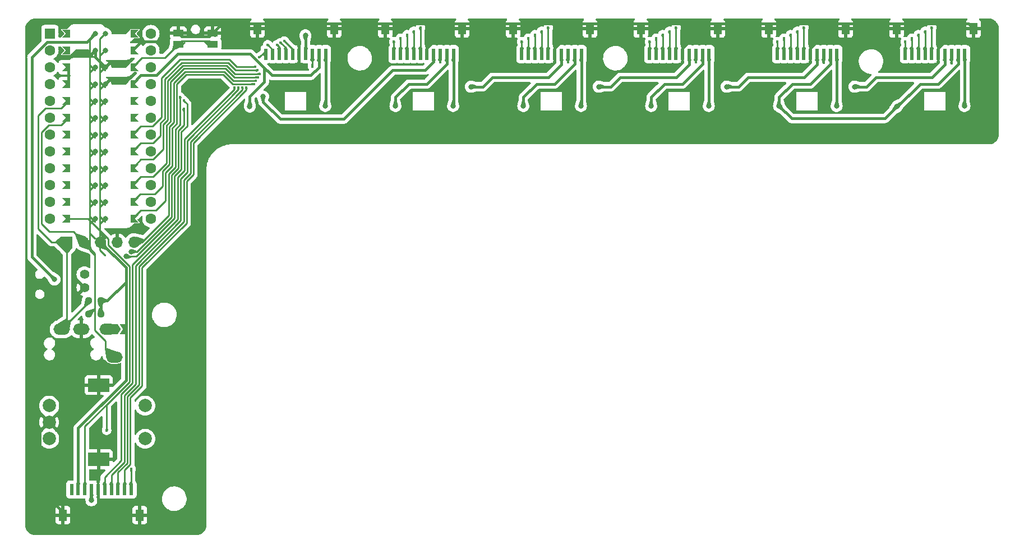
<source format=gbl>
G04 #@! TF.GenerationSoftware,KiCad,Pcbnew,7.0.5*
G04 #@! TF.CreationDate,2024-01-21T06:01:12-08:00*
G04 #@! TF.ProjectId,Seismos_5CoreR,53656973-6d6f-4735-9f35-436f7265522e,rev?*
G04 #@! TF.SameCoordinates,Original*
G04 #@! TF.FileFunction,Copper,L2,Bot*
G04 #@! TF.FilePolarity,Positive*
%FSLAX46Y46*%
G04 Gerber Fmt 4.6, Leading zero omitted, Abs format (unit mm)*
G04 Created by KiCad (PCBNEW 7.0.5) date 2024-01-21 06:01:12*
%MOMM*%
%LPD*%
G01*
G04 APERTURE LIST*
G04 Aperture macros list*
%AMRoundRect*
0 Rectangle with rounded corners*
0 $1 Rounding radius*
0 $2 $3 $4 $5 $6 $7 $8 $9 X,Y pos of 4 corners*
0 Add a 4 corners polygon primitive as box body*
4,1,4,$2,$3,$4,$5,$6,$7,$8,$9,$2,$3,0*
0 Add four circle primitives for the rounded corners*
1,1,$1+$1,$2,$3*
1,1,$1+$1,$4,$5*
1,1,$1+$1,$6,$7*
1,1,$1+$1,$8,$9*
0 Add four rect primitives between the rounded corners*
20,1,$1+$1,$2,$3,$4,$5,0*
20,1,$1+$1,$4,$5,$6,$7,0*
20,1,$1+$1,$6,$7,$8,$9,0*
20,1,$1+$1,$8,$9,$2,$3,0*%
%AMFreePoly0*
4,1,49,0.004652,0.123753,0.008918,0.124682,0.028635,0.117327,0.062500,0.108253,0.068172,0.102580,0.074910,0.100068,0.087486,0.083266,0.108253,0.062500,0.111163,0.051639,0.117119,0.043683,0.118510,0.024217,0.125000,0.000000,0.121245,-0.014013,0.122144,-0.026571,0.113772,-0.041901,0.108253,-0.062500,0.095633,-0.075119,0.088389,-0.088388,-0.641000,-0.817776,-0.641000,-4.770223,
0.088389,-5.499612,0.109711,-5.528094,0.124682,-5.596918,0.100068,-5.662910,0.043683,-5.705119,-0.026571,-5.710144,-0.088388,-5.676389,-0.854388,-4.910388,-0.867764,-4.892519,-0.871157,-4.889580,-0.871926,-4.886960,-0.875710,-4.881906,-0.882285,-4.851677,-0.891000,-4.822000,-0.891000,-0.766000,-0.887823,-0.743906,-0.888144,-0.739429,-0.886835,-0.737032,-0.885937,-0.730783,-0.869209,-0.704755,
-0.854388,-0.677612,-0.088388,0.088389,-0.064427,0.106325,-0.062500,0.108253,-0.061491,0.108523,-0.059906,0.109711,-0.044779,0.113001,0.000000,0.125000,0.004652,0.123753,0.004652,0.123753,$1*%
%AMFreePoly1*
4,1,6,0.600000,-0.250000,-0.600000,-0.250000,-0.600000,1.000000,0.000000,0.400000,0.600000,1.000000,0.600000,-0.250000,0.600000,-0.250000,$1*%
%AMFreePoly2*
4,1,6,1.000000,0.000000,0.500000,-0.750000,-0.500000,-0.750000,-0.500000,0.750000,0.500000,0.750000,1.000000,0.000000,1.000000,0.000000,$1*%
%AMFreePoly3*
4,1,6,0.500000,-0.750000,-0.650000,-0.750000,-0.150000,0.000000,-0.650000,0.750000,0.500000,0.750000,0.500000,-0.750000,0.500000,-0.750000,$1*%
G04 Aperture macros list end*
G04 #@! TA.AperFunction,ComponentPad*
%ADD10C,2.000000*%
G04 #@! TD*
G04 #@! TA.AperFunction,ComponentPad*
%ADD11R,3.200000X2.000000*%
G04 #@! TD*
G04 #@! TA.AperFunction,ComponentPad*
%ADD12O,2.500000X1.700000*%
G04 #@! TD*
G04 #@! TA.AperFunction,ComponentPad*
%ADD13R,1.700000X1.700000*%
G04 #@! TD*
G04 #@! TA.AperFunction,ComponentPad*
%ADD14O,1.700000X1.700000*%
G04 #@! TD*
G04 #@! TA.AperFunction,ComponentPad*
%ADD15C,1.400000*%
G04 #@! TD*
G04 #@! TA.AperFunction,ComponentPad*
%ADD16C,1.600000*%
G04 #@! TD*
G04 #@! TA.AperFunction,ComponentPad*
%ADD17R,1.600000X1.600000*%
G04 #@! TD*
G04 #@! TA.AperFunction,SMDPad,CuDef*
%ADD18FreePoly0,270.000000*%
G04 #@! TD*
G04 #@! TA.AperFunction,ComponentPad*
%ADD19C,0.800000*%
G04 #@! TD*
G04 #@! TA.AperFunction,SMDPad,CuDef*
%ADD20FreePoly1,90.000000*%
G04 #@! TD*
G04 #@! TA.AperFunction,SMDPad,CuDef*
%ADD21FreePoly1,270.000000*%
G04 #@! TD*
G04 #@! TA.AperFunction,SMDPad,CuDef*
%ADD22FreePoly0,90.000000*%
G04 #@! TD*
G04 #@! TA.AperFunction,SMDPad,CuDef*
%ADD23R,0.600000X1.700000*%
G04 #@! TD*
G04 #@! TA.AperFunction,SMDPad,CuDef*
%ADD24R,1.200000X1.800000*%
G04 #@! TD*
G04 #@! TA.AperFunction,SMDPad,CuDef*
%ADD25RoundRect,0.237500X0.250000X0.237500X-0.250000X0.237500X-0.250000X-0.237500X0.250000X-0.237500X0*%
G04 #@! TD*
G04 #@! TA.AperFunction,SMDPad,CuDef*
%ADD26FreePoly2,0.000000*%
G04 #@! TD*
G04 #@! TA.AperFunction,SMDPad,CuDef*
%ADD27FreePoly3,0.000000*%
G04 #@! TD*
G04 #@! TA.AperFunction,SMDPad,CuDef*
%ADD28R,1.550000X1.000000*%
G04 #@! TD*
G04 #@! TA.AperFunction,ViaPad*
%ADD29C,0.800000*%
G04 #@! TD*
G04 #@! TA.AperFunction,ViaPad*
%ADD30C,0.400000*%
G04 #@! TD*
G04 #@! TA.AperFunction,Conductor*
%ADD31C,0.381000*%
G04 #@! TD*
G04 #@! TA.AperFunction,Conductor*
%ADD32C,0.254000*%
G04 #@! TD*
G04 APERTURE END LIST*
D10*
X33610000Y-78460000D03*
X33610000Y-83460000D03*
X33610000Y-80960000D03*
D11*
X41110000Y-75360000D03*
X41110000Y-86560000D03*
D10*
X48110000Y-83460000D03*
X48110000Y-78460000D03*
D12*
X42470000Y-66925000D03*
X38470000Y-66925000D03*
X35470000Y-66925000D03*
X43470000Y-71125000D03*
D13*
X36284000Y-53766000D03*
D14*
X38824000Y-53766000D03*
X41364000Y-53766000D03*
X43904000Y-53766000D03*
X46444000Y-53766000D03*
D15*
X38949500Y-60632000D03*
X38949500Y-58632000D03*
D16*
X48970000Y-22286000D03*
X33730000Y-22286000D03*
D17*
X33730000Y-22286000D03*
D16*
X48970000Y-24826000D03*
X33730000Y-24826000D03*
X48970000Y-27366000D03*
X33730000Y-27366000D03*
X48970000Y-29906000D03*
X33730000Y-29906000D03*
X48970000Y-32446000D03*
X33730000Y-32446000D03*
X48970000Y-34986000D03*
X33730000Y-34986000D03*
X48970000Y-37526000D03*
X33730000Y-37526000D03*
X48970000Y-40066000D03*
X33730000Y-40066000D03*
X48970000Y-42606000D03*
X33730000Y-42606000D03*
X48970000Y-45146000D03*
X33730000Y-45146000D03*
X48970000Y-47686000D03*
X33730000Y-47686000D03*
X48970000Y-50226000D03*
X33730000Y-50226000D03*
D18*
X42112000Y-22286000D03*
D19*
X42112000Y-22286000D03*
D20*
X36524000Y-22286000D03*
D18*
X42112000Y-24826000D03*
D19*
X42112000Y-24826000D03*
D20*
X36524000Y-24826000D03*
D18*
X42112000Y-27366000D03*
D19*
X42112000Y-27366000D03*
D20*
X36524000Y-27366000D03*
D18*
X42112000Y-29906000D03*
D19*
X42112000Y-29906000D03*
D20*
X36524000Y-29906000D03*
D18*
X42112000Y-32446000D03*
D19*
X42112000Y-32446000D03*
D20*
X36524000Y-32446000D03*
D18*
X42112000Y-34986000D03*
D19*
X42112000Y-34986000D03*
D20*
X36524000Y-34986000D03*
D18*
X42112000Y-37526000D03*
D19*
X42112000Y-37526000D03*
D20*
X36524000Y-37526000D03*
D18*
X42112000Y-40066000D03*
D19*
X42112000Y-40066000D03*
D20*
X36524000Y-40066000D03*
D18*
X42112000Y-42606000D03*
D19*
X42112000Y-42606000D03*
D20*
X36524000Y-42606000D03*
D18*
X42112000Y-45146000D03*
D19*
X42112000Y-45146000D03*
D20*
X36524000Y-45146000D03*
D18*
X42112000Y-47686000D03*
D19*
X42112000Y-47686000D03*
D20*
X36524000Y-47686000D03*
D18*
X42112000Y-50226000D03*
D19*
X42112000Y-50226000D03*
D20*
X36524000Y-50226000D03*
D21*
X46176000Y-50226000D03*
D22*
X40588000Y-50226000D03*
D19*
X40588000Y-50226000D03*
D21*
X46176000Y-47686000D03*
D22*
X40588000Y-47686000D03*
D19*
X40588000Y-47686000D03*
D21*
X46176000Y-45146000D03*
D22*
X40588000Y-45146000D03*
D19*
X40588000Y-45146000D03*
D21*
X46176000Y-42606000D03*
D22*
X40588000Y-42606000D03*
D19*
X40588000Y-42606000D03*
D21*
X46176000Y-40066000D03*
D22*
X40588000Y-40066000D03*
D19*
X40588000Y-40066000D03*
D21*
X46176000Y-37526000D03*
D22*
X40588000Y-37526000D03*
D19*
X40588000Y-37526000D03*
D21*
X46176000Y-34986000D03*
D22*
X40588000Y-34986000D03*
D19*
X40588000Y-34986000D03*
D21*
X46176000Y-32446000D03*
D22*
X40588000Y-32446000D03*
D19*
X40588000Y-32446000D03*
D21*
X46176000Y-29906000D03*
D22*
X40588000Y-29906000D03*
D19*
X40588000Y-29906000D03*
D21*
X46176000Y-27366000D03*
D22*
X40588000Y-27366000D03*
D19*
X40588000Y-27366000D03*
D21*
X46176000Y-24826000D03*
D22*
X40588000Y-24826000D03*
D19*
X40588000Y-24826000D03*
D21*
X46176000Y-22286000D03*
D22*
X40588000Y-22286000D03*
D19*
X40588000Y-22286000D03*
D23*
X66350000Y-25386000D03*
X67350000Y-25386000D03*
X68350000Y-25385000D03*
X69350000Y-25385000D03*
X70350000Y-25385000D03*
X71350000Y-25385000D03*
X72350000Y-25385000D03*
X73350000Y-25385000D03*
X74350000Y-25385000D03*
X75350000Y-25385000D03*
D24*
X65050000Y-21510000D03*
X76650000Y-21510000D03*
D25*
X41412500Y-64600000D03*
X39587500Y-64600000D03*
D26*
X43450000Y-66900000D03*
D27*
X44900000Y-66900000D03*
D23*
X85650000Y-25386000D03*
X86650000Y-25386000D03*
X87650000Y-25385000D03*
X88650000Y-25385000D03*
X89650000Y-25385000D03*
X90650000Y-25385000D03*
X91650000Y-25385000D03*
X92650000Y-25385000D03*
X93650000Y-25385000D03*
X94650000Y-25385000D03*
D24*
X84350000Y-21510000D03*
X95950000Y-21510000D03*
D25*
X41412500Y-62600000D03*
X39587500Y-62600000D03*
D28*
X58312500Y-23899500D03*
X58312500Y-22199500D03*
X53112500Y-23899500D03*
X53112500Y-22199500D03*
D23*
X46000000Y-91114000D03*
X45000000Y-91114000D03*
X44000000Y-91115000D03*
X43000000Y-91115000D03*
X42000000Y-91115000D03*
X41000000Y-91115000D03*
X40000000Y-91115000D03*
X39000000Y-91115000D03*
X38000000Y-91115000D03*
X37000000Y-91115000D03*
D24*
X47300000Y-94990000D03*
X35700000Y-94990000D03*
D23*
X162850000Y-25386000D03*
X163850000Y-25386000D03*
X164850000Y-25385000D03*
X165850000Y-25385000D03*
X166850000Y-25385000D03*
X167850000Y-25385000D03*
X168850000Y-25385000D03*
X169850000Y-25385000D03*
X170850000Y-25385000D03*
X171850000Y-25385000D03*
D24*
X161550000Y-21510000D03*
X173150000Y-21510000D03*
D23*
X124250000Y-25386000D03*
X125250000Y-25386000D03*
X126250000Y-25385000D03*
X127250000Y-25385000D03*
X128250000Y-25385000D03*
X129250000Y-25385000D03*
X130250000Y-25385000D03*
X131250000Y-25385000D03*
X132250000Y-25385000D03*
X133250000Y-25385000D03*
D24*
X122950000Y-21510000D03*
X134550000Y-21510000D03*
D23*
X104950000Y-25386000D03*
X105950000Y-25386000D03*
X106950000Y-25385000D03*
X107950000Y-25385000D03*
X108950000Y-25385000D03*
X109950000Y-25385000D03*
X110950000Y-25385000D03*
X111950000Y-25385000D03*
X112950000Y-25385000D03*
X113950000Y-25385000D03*
D24*
X103650000Y-21510000D03*
X115250000Y-21510000D03*
D23*
X143550000Y-25386000D03*
X144550000Y-25386000D03*
X145550000Y-25385000D03*
X146550000Y-25385000D03*
X147550000Y-25385000D03*
X148550000Y-25385000D03*
X149550000Y-25385000D03*
X150550000Y-25385000D03*
X151550000Y-25385000D03*
X152550000Y-25385000D03*
D24*
X142250000Y-21510000D03*
X153850000Y-21510000D03*
D29*
X95900000Y-31800000D03*
X173100000Y-31800000D03*
X62050000Y-23450000D03*
X55700000Y-29975000D03*
X70050000Y-22500000D03*
X153800000Y-31800000D03*
X115200000Y-31800000D03*
X76600000Y-31800000D03*
X134500000Y-31800000D03*
D30*
X108950000Y-21390000D03*
X147550000Y-21390000D03*
X61601491Y-30441891D03*
X69125552Y-23397000D03*
X89650000Y-21390000D03*
X166850000Y-21390000D03*
X128250000Y-21390000D03*
X107950000Y-21916500D03*
X62200994Y-30441891D03*
X68551500Y-23648500D03*
X88650000Y-21916500D03*
X127250000Y-21916500D03*
X165850000Y-21916500D03*
X146550000Y-21916500D03*
X62800497Y-30441891D03*
X164850000Y-22443000D03*
X106950000Y-22443000D03*
X145550000Y-22443000D03*
X126250000Y-22443000D03*
X87650000Y-22443000D03*
X67999119Y-23950881D03*
X144550000Y-22969500D03*
X63400000Y-30441891D03*
X66614674Y-23968516D03*
X125250000Y-22969500D03*
X163850000Y-22969500D03*
X86650000Y-22969500D03*
X105950000Y-22969500D03*
D29*
X85900000Y-33200000D03*
X63900000Y-33300000D03*
X161600000Y-33300000D03*
X124500000Y-33200000D03*
X143800000Y-33200000D03*
X105200000Y-33200000D03*
X72300000Y-22550000D03*
D30*
X64750000Y-27300000D03*
X73350000Y-27250000D03*
X92650000Y-26600000D03*
X65059579Y-27826500D03*
X111950000Y-26600000D03*
X65418966Y-28353000D03*
X131250000Y-26650000D03*
X65146869Y-28911043D03*
X150550000Y-26700000D03*
X64814828Y-29410194D03*
X64525938Y-29935500D03*
X169850000Y-26800000D03*
D29*
X34400000Y-59400000D03*
X45278634Y-55921350D03*
D30*
X53926500Y-32400000D03*
D29*
X46004645Y-55194858D03*
D30*
X53926500Y-33664000D03*
D29*
X75300000Y-33200000D03*
X65900000Y-31800000D03*
X94600000Y-33200000D03*
X97300000Y-30300000D03*
X113900000Y-33200000D03*
X116600000Y-30300000D03*
X133200000Y-33200000D03*
X135900000Y-30300000D03*
X152500000Y-33200000D03*
X155200000Y-30300000D03*
X171800000Y-33200000D03*
X40000000Y-92750000D03*
D30*
X53400000Y-31873500D03*
X42300000Y-82200000D03*
X104950000Y-23496000D03*
X162850000Y-23496000D03*
X65337354Y-25887354D03*
X143550000Y-23496000D03*
X124250000Y-23496000D03*
X85650000Y-23496000D03*
X46000000Y-88000000D03*
D31*
X51800500Y-22199500D02*
X50523500Y-23476500D01*
X50523500Y-23476500D02*
X47525500Y-23476500D01*
X167850000Y-25385000D02*
X167850000Y-24535000D01*
X53612500Y-22699500D02*
X53112500Y-22199500D01*
X59712000Y-20800000D02*
X152850000Y-20800000D01*
X153800000Y-31800000D02*
X153850000Y-31750000D01*
X115200000Y-31800000D02*
X115250000Y-31750000D01*
X38900000Y-95000000D02*
X46800000Y-95000000D01*
X40588000Y-25842000D02*
X42112000Y-27366000D01*
X115250000Y-31750000D02*
X115250000Y-21510000D01*
X76650000Y-31750000D02*
X76650000Y-21510000D01*
X71350000Y-23800000D02*
X70050000Y-22500000D01*
X40588000Y-24826000D02*
X40588000Y-25842000D01*
X32219500Y-82350500D02*
X33610000Y-80960000D01*
X51800500Y-22199500D02*
X53112500Y-22199500D01*
X167850000Y-24535000D02*
X171585000Y-20800000D01*
X171585000Y-20800000D02*
X172150000Y-20800000D01*
X132985000Y-20800000D02*
X133550000Y-20800000D01*
X134500000Y-31800000D02*
X134550000Y-31750000D01*
X148550000Y-24535000D02*
X152285000Y-20800000D01*
X58312500Y-22199500D02*
X59712000Y-20800000D01*
X41000000Y-91115000D02*
X41000000Y-93350000D01*
X109950000Y-25385000D02*
X109950000Y-24535000D01*
X113685000Y-20800000D02*
X114250000Y-20800000D01*
X36200000Y-95000000D02*
X38900000Y-95000000D01*
X129250000Y-24535000D02*
X132985000Y-20800000D01*
X90650000Y-25385000D02*
X90650000Y-24535000D01*
X41000000Y-93350000D02*
X39350000Y-95000000D01*
X152850000Y-20800000D02*
X172440000Y-20800000D01*
X172440000Y-20800000D02*
X173150000Y-21510000D01*
X148550000Y-25385000D02*
X148550000Y-24535000D01*
X153850000Y-31750000D02*
X153850000Y-21510000D01*
X95950000Y-31750000D02*
X95950000Y-21510000D01*
X94385000Y-20800000D02*
X94950000Y-20800000D01*
X152285000Y-20800000D02*
X152850000Y-20800000D01*
X76600000Y-31800000D02*
X76650000Y-31750000D01*
X58609500Y-22540000D02*
X58950000Y-22199500D01*
X134550000Y-31750000D02*
X134550000Y-21510000D01*
X173150000Y-31750000D02*
X173150000Y-21510000D01*
X36524000Y-27366000D02*
X36524000Y-29906000D01*
X57812500Y-22699500D02*
X53612500Y-22699500D01*
X58312500Y-22199500D02*
X57812500Y-22699500D01*
X90650000Y-24535000D02*
X94385000Y-20800000D01*
X36200000Y-95000000D02*
X32219500Y-91019500D01*
X71350000Y-25385000D02*
X71350000Y-23800000D01*
X129250000Y-25385000D02*
X129250000Y-24535000D01*
X173100000Y-31800000D02*
X173150000Y-31750000D01*
X32219500Y-91019500D02*
X32219500Y-82350500D01*
X39350000Y-95000000D02*
X38900000Y-95000000D01*
X47525500Y-23476500D02*
X46176000Y-24826000D01*
X95900000Y-31800000D02*
X95950000Y-31750000D01*
X109950000Y-24535000D02*
X113685000Y-20800000D01*
D32*
X147550000Y-25385000D02*
X147550000Y-21390000D01*
X53016000Y-44006133D02*
X54032000Y-42990138D01*
X42000000Y-89250000D02*
X44500000Y-86750000D01*
X46200000Y-75024908D02*
X46200000Y-57138239D01*
X108950000Y-25385000D02*
X108950000Y-21390000D01*
X53016000Y-50322239D02*
X53016000Y-44006133D01*
X128250000Y-25385000D02*
X128250000Y-21390000D01*
X54032000Y-38241844D02*
X61601491Y-30672353D01*
X70350000Y-24621448D02*
X70350000Y-25385000D01*
X44500000Y-86750000D02*
X44500000Y-76724908D01*
X44500000Y-76724908D02*
X46200000Y-75024908D01*
X89650000Y-25385000D02*
X89650000Y-21390000D01*
X61601491Y-30672353D02*
X61601491Y-30441891D01*
X54032000Y-42990138D02*
X54032000Y-38241844D01*
X166850000Y-25385000D02*
X166850000Y-21390000D01*
X69125552Y-23397000D02*
X70350000Y-24621448D01*
X42000000Y-91115000D02*
X42000000Y-89250000D01*
X46200000Y-57138239D02*
X53016000Y-50322239D01*
X62200994Y-30714902D02*
X54486000Y-38429896D01*
X46654000Y-75212960D02*
X44954000Y-76912960D01*
X44954000Y-76912960D02*
X44954000Y-86938052D01*
X146550000Y-25385000D02*
X146550000Y-21916500D01*
X54486000Y-38429896D02*
X54486000Y-43178191D01*
X68551500Y-23648500D02*
X69350000Y-24447000D01*
X44954000Y-86938052D02*
X43000000Y-88892052D01*
X62200994Y-30441891D02*
X62200994Y-30714902D01*
X53470000Y-50510291D02*
X46654000Y-57326291D01*
X43000000Y-88892052D02*
X43000000Y-91115000D01*
X88650000Y-25385000D02*
X88650000Y-21916500D01*
X165850000Y-25385000D02*
X165850000Y-21916500D01*
X69350000Y-24447000D02*
X69350000Y-25385000D01*
X107950000Y-25385000D02*
X107950000Y-21916500D01*
X53470000Y-44194191D02*
X53470000Y-50510291D01*
X127250000Y-25385000D02*
X127250000Y-21916500D01*
X46654000Y-57326291D02*
X46654000Y-75212960D01*
X54486000Y-43178191D02*
X53470000Y-44194191D01*
X53924000Y-44382243D02*
X53924000Y-50698343D01*
X44000000Y-88534104D02*
X44000000Y-91115000D01*
X54940000Y-38617948D02*
X54940000Y-43366244D01*
X87650000Y-25385000D02*
X87650000Y-22443000D01*
X47200000Y-57422343D02*
X47200000Y-75309012D01*
X45408000Y-77101012D02*
X45408000Y-87126104D01*
X62800497Y-30757451D02*
X54940000Y-38617948D01*
X164850000Y-25385000D02*
X164850000Y-22443000D01*
X106950000Y-25385000D02*
X106950000Y-22443000D01*
X53924000Y-50698343D02*
X47200000Y-57422343D01*
X54940000Y-43366244D02*
X53924000Y-44382243D01*
X126250000Y-25385000D02*
X126250000Y-22443000D01*
X68350000Y-24301762D02*
X68350000Y-25385000D01*
X47200000Y-75309012D02*
X45408000Y-77101012D01*
X67999119Y-23950881D02*
X68350000Y-24301762D01*
X145550000Y-25385000D02*
X145550000Y-22443000D01*
X62800497Y-30441891D02*
X62800497Y-30757451D01*
X45408000Y-87126104D02*
X44000000Y-88534104D01*
X45875532Y-87300624D02*
X45000000Y-88176156D01*
X54378000Y-44570296D02*
X54378000Y-50886395D01*
X47654000Y-75497064D02*
X45875532Y-77275532D01*
X144550000Y-25386000D02*
X144550000Y-22969500D01*
X54378000Y-50886395D02*
X47654000Y-57610395D01*
X45875532Y-77275532D02*
X45875532Y-87300624D01*
X67350000Y-24703842D02*
X67350000Y-25386000D01*
X47654000Y-57610395D02*
X47654000Y-75497064D01*
X45000000Y-88176156D02*
X45000000Y-91114000D01*
X63400000Y-30800000D02*
X55394000Y-38806000D01*
X163850000Y-25386000D02*
X163850000Y-22969500D01*
X86650000Y-25386000D02*
X86650000Y-22969500D01*
X66614674Y-23968516D02*
X67350000Y-24703842D01*
X125250000Y-25386000D02*
X125250000Y-22969500D01*
X55394000Y-38806000D02*
X55394000Y-43554298D01*
X105950000Y-25386000D02*
X105950000Y-22969500D01*
X55394000Y-43554298D02*
X54378000Y-44570296D01*
X63400000Y-30441891D02*
X63400000Y-30800000D01*
D31*
X126500000Y-29900000D02*
X129200000Y-29900000D01*
X105200000Y-33200000D02*
X105200000Y-31900000D01*
X145800000Y-29900000D02*
X148500000Y-29900000D01*
X124500000Y-31900000D02*
X126500000Y-29900000D01*
X67214906Y-28600000D02*
X73100000Y-28600000D01*
X44900000Y-66900000D02*
X45200000Y-66900000D01*
X63900000Y-33300000D02*
X63900000Y-31800000D01*
X124500000Y-33200000D02*
X124500000Y-31900000D01*
X87900000Y-29900000D02*
X90600000Y-29900000D01*
X151550000Y-26850000D02*
X151550000Y-25385000D01*
X49800000Y-28600000D02*
X53060000Y-25340000D01*
X145700000Y-35100000D02*
X143800000Y-33200000D01*
X109900000Y-29900000D02*
X112950000Y-26850000D01*
X165100000Y-29900000D02*
X167800000Y-29900000D01*
X38000000Y-91115000D02*
X38000000Y-81851000D01*
X112950000Y-26850000D02*
X112950000Y-25385000D01*
X167800000Y-29900000D02*
X170850000Y-26850000D01*
X143800000Y-33200000D02*
X143800000Y-31900000D01*
X161600000Y-33300000D02*
X161700000Y-33300000D01*
X47482000Y-28600000D02*
X49800000Y-28600000D01*
X45200000Y-74651000D02*
X45200000Y-66900000D01*
X93650000Y-26850000D02*
X93650000Y-25385000D01*
X53060000Y-25340000D02*
X63954906Y-25340000D01*
X85900000Y-33200000D02*
X85900000Y-31900000D01*
X107200000Y-29900000D02*
X109900000Y-29900000D01*
X85900000Y-31900000D02*
X87900000Y-29900000D01*
X41412500Y-62600000D02*
X41412500Y-64600000D01*
X129200000Y-29900000D02*
X132250000Y-26850000D01*
X45200000Y-66900000D02*
X45200000Y-59800000D01*
X74350000Y-27350000D02*
X74350000Y-25385000D01*
X45200000Y-59800000D02*
X45200000Y-57602000D01*
X143800000Y-31900000D02*
X145800000Y-29900000D01*
X161700000Y-33300000D02*
X165100000Y-29900000D01*
X63954906Y-25340000D02*
X65807453Y-27192547D01*
X90600000Y-29900000D02*
X93650000Y-26850000D01*
X65807453Y-27192547D02*
X67214906Y-28600000D01*
X73100000Y-28600000D02*
X74350000Y-27350000D01*
X38000000Y-81851000D02*
X45200000Y-74651000D01*
X45200000Y-57602000D02*
X41364000Y-53766000D01*
X105200000Y-31900000D02*
X107200000Y-29900000D01*
X159800000Y-35100000D02*
X145700000Y-35100000D01*
X46176000Y-29906000D02*
X47482000Y-28600000D01*
X63900000Y-31800000D02*
X66100000Y-29600000D01*
X148500000Y-29900000D02*
X151550000Y-26850000D01*
X132250000Y-26850000D02*
X132250000Y-25385000D01*
X41412500Y-62600000D02*
X42400000Y-62600000D01*
X66100000Y-29600000D02*
X66100000Y-27485094D01*
X170850000Y-26850000D02*
X170850000Y-25385000D01*
X42400000Y-62600000D02*
X45200000Y-59800000D01*
X66100000Y-27485094D02*
X65807453Y-27192547D01*
X161600000Y-33300000D02*
X159800000Y-35100000D01*
D32*
X38824000Y-53766000D02*
X37258000Y-52200000D01*
X40500000Y-67100000D02*
X40500000Y-63800000D01*
X39587500Y-64600000D02*
X39700000Y-64600000D01*
X33600000Y-52200000D02*
X32425500Y-51025500D01*
X42100000Y-68700000D02*
X40500000Y-67100000D01*
X32425500Y-51025500D02*
X32425500Y-37236681D01*
X37258000Y-52200000D02*
X33600000Y-52200000D01*
X43470000Y-71125000D02*
X42100000Y-69755000D01*
X33549181Y-36113000D02*
X35397000Y-36113000D01*
X39700000Y-64600000D02*
X40500000Y-63800000D01*
X35397000Y-36113000D02*
X36524000Y-34986000D01*
X40500000Y-63800000D02*
X40500000Y-55442000D01*
X32425500Y-37236681D02*
X33549181Y-36113000D01*
X42100000Y-69755000D02*
X42100000Y-68700000D01*
X40500000Y-55442000D02*
X38824000Y-53766000D01*
X36284000Y-53766000D02*
X33966000Y-53766000D01*
X31971500Y-51771500D02*
X31971500Y-34628500D01*
X36284000Y-66111000D02*
X35470000Y-66925000D01*
X35397000Y-33573000D02*
X36524000Y-32446000D01*
X31971500Y-34628500D02*
X33027000Y-33573000D01*
X33027000Y-33573000D02*
X35397000Y-33573000D01*
X36284000Y-53766000D02*
X36284000Y-66111000D01*
X33966000Y-53766000D02*
X31971500Y-51771500D01*
X35470000Y-66925000D02*
X39587500Y-62807500D01*
X39587500Y-62807500D02*
X39587500Y-62600000D01*
D31*
X72350000Y-22600000D02*
X72350000Y-25385000D01*
X72300000Y-22550000D02*
X72350000Y-22600000D01*
D32*
X61952500Y-27302500D02*
X64747500Y-27302500D01*
X73350000Y-25385000D02*
X73350000Y-27250000D01*
X47402000Y-36300000D02*
X46176000Y-37526000D01*
X53400000Y-26200000D02*
X50600000Y-29000000D01*
X50600000Y-34949819D02*
X49249819Y-36300000D01*
X49249819Y-36300000D02*
X47402000Y-36300000D01*
X50600000Y-29000000D02*
X50600000Y-34949819D01*
X61952500Y-27302500D02*
X60850000Y-26200000D01*
X60850000Y-26200000D02*
X53400000Y-26200000D01*
X64747500Y-27302500D02*
X64750000Y-27300000D01*
X60611948Y-26654000D02*
X53588052Y-26654000D01*
X92650000Y-26600000D02*
X92650000Y-25385000D01*
X61786948Y-27829000D02*
X65057079Y-27829000D01*
X50400000Y-35791871D02*
X50400000Y-37689819D01*
X51054000Y-29188052D02*
X51054000Y-35137871D01*
X47442000Y-38800000D02*
X46176000Y-40066000D01*
X50400000Y-37689819D02*
X49289819Y-38800000D01*
X49289819Y-38800000D02*
X47442000Y-38800000D01*
X53588052Y-26654000D02*
X51054000Y-29188052D01*
X65057079Y-27829000D02*
X65059579Y-27826500D01*
X51054000Y-35137871D02*
X50400000Y-35791871D01*
X61786948Y-27829000D02*
X60611948Y-26654000D01*
X61671397Y-28355500D02*
X60423896Y-27108000D01*
X53776104Y-27108000D02*
X51508000Y-29376104D01*
X49329819Y-41300000D02*
X47482000Y-41300000D01*
X51508000Y-35325923D02*
X50854000Y-35979923D01*
X47482000Y-41300000D02*
X46176000Y-42606000D01*
X50854000Y-39775819D02*
X49329819Y-41300000D01*
X60423896Y-27108000D02*
X53776104Y-27108000D01*
X65418966Y-28353000D02*
X65416466Y-28355500D01*
X51508000Y-29376104D02*
X51508000Y-35325923D01*
X50854000Y-35979923D02*
X50854000Y-39775819D01*
X65416466Y-28355500D02*
X61671397Y-28355500D01*
X111950000Y-26600000D02*
X111950000Y-25385000D01*
X65117826Y-28882000D02*
X61555845Y-28882000D01*
X51962000Y-35513975D02*
X51308000Y-36167975D01*
X47422000Y-43900000D02*
X46176000Y-45146000D01*
X51308000Y-41861819D02*
X49269819Y-43900000D01*
X61555845Y-28882000D02*
X60235845Y-27562000D01*
X51962000Y-29564156D02*
X51962000Y-35513975D01*
X65146869Y-28911043D02*
X65117826Y-28882000D01*
X131250000Y-26650000D02*
X131250000Y-25385000D01*
X60235844Y-27562000D02*
X53964156Y-27562000D01*
X53964156Y-27562000D02*
X51962000Y-29564156D01*
X49269819Y-43900000D02*
X47422000Y-43900000D01*
X51308000Y-36167975D02*
X51308000Y-41861819D01*
X50746000Y-43065871D02*
X50746000Y-45354000D01*
X51762000Y-42049871D02*
X50746000Y-43065871D01*
X64813634Y-29409000D02*
X61440792Y-29409000D01*
X50746000Y-45354000D02*
X49600000Y-46500000D01*
X51762000Y-36356027D02*
X51762000Y-42049871D01*
X52416000Y-29752208D02*
X52416000Y-35702027D01*
X64814828Y-29410194D02*
X64813634Y-29409000D01*
X47362000Y-46500000D02*
X46176000Y-47686000D01*
X54152208Y-28016000D02*
X52416000Y-29752208D01*
X60047792Y-28016000D02*
X54152208Y-28016000D01*
X49600000Y-46500000D02*
X47362000Y-46500000D01*
X52416000Y-35702027D02*
X51762000Y-36356027D01*
X61440792Y-29409000D02*
X60047792Y-28016000D01*
X150550000Y-26700000D02*
X150550000Y-25385000D01*
X52216000Y-42237923D02*
X51200000Y-43253923D01*
X61320522Y-29900000D02*
X61305131Y-29915391D01*
X169850000Y-25385000D02*
X169850000Y-26800000D01*
X64503329Y-29912891D02*
X63812891Y-29912891D01*
X47402000Y-49000000D02*
X46176000Y-50226000D01*
X61305131Y-29915391D02*
X59859740Y-28470000D01*
X52870000Y-29940260D02*
X52870000Y-35890079D01*
X54340260Y-28470000D02*
X52870000Y-29940260D01*
X51200000Y-47500000D02*
X49700000Y-49000000D01*
X51200000Y-43253923D02*
X51200000Y-47500000D01*
X52870000Y-35890079D02*
X52216000Y-36544079D01*
X59859740Y-28470000D02*
X54340260Y-28470000D01*
X52216000Y-36544079D02*
X52216000Y-42237923D01*
X49700000Y-49000000D02*
X47402000Y-49000000D01*
X63800000Y-29900000D02*
X61320522Y-29900000D01*
X64525938Y-29935500D02*
X64503329Y-29912891D01*
X63812891Y-29912891D02*
X63800000Y-29900000D01*
D31*
X39329500Y-23544500D02*
X40588000Y-22286000D01*
X34400000Y-59400000D02*
X31000000Y-56000000D01*
X31000000Y-56000000D02*
X31000000Y-25872378D01*
X31000000Y-25872378D02*
X33327878Y-23544500D01*
X33327878Y-23544500D02*
X39329500Y-23544500D01*
D32*
X51059000Y-25953000D02*
X47589000Y-25953000D01*
X47589000Y-25953000D02*
X46176000Y-27366000D01*
X53112500Y-23899500D02*
X51059000Y-25953000D01*
X54027000Y-23622500D02*
X53750000Y-23899500D01*
X57812500Y-23399500D02*
X53612500Y-23399500D01*
X58312500Y-23899500D02*
X57812500Y-23399500D01*
X53612500Y-23399500D02*
X53112500Y-23899500D01*
X53578000Y-37108235D02*
X53578000Y-42802084D01*
X52562000Y-43818080D02*
X52562000Y-50134187D01*
X46774837Y-55921350D02*
X45278634Y-55921350D01*
X54453500Y-32927000D02*
X54453500Y-36232735D01*
X53926500Y-32400000D02*
X54453500Y-32927000D01*
X52562000Y-50134187D02*
X46774837Y-55921350D01*
X54453500Y-36232735D02*
X53578000Y-37108235D01*
X53578000Y-42802084D02*
X52562000Y-43818080D01*
X53124000Y-36920183D02*
X53124000Y-42614030D01*
X53124000Y-42614030D02*
X52108000Y-43630027D01*
X46859275Y-55194858D02*
X46004645Y-55194858D01*
X53926500Y-33664000D02*
X53926500Y-36117683D01*
X52108000Y-43630027D02*
X52108000Y-49946134D01*
X52108000Y-49946134D02*
X46859275Y-55194858D01*
X53926500Y-36117683D02*
X53124000Y-36920183D01*
D31*
X75350000Y-33150000D02*
X75350000Y-25385000D01*
X75300000Y-33200000D02*
X75350000Y-33150000D01*
X68500000Y-35200000D02*
X65900000Y-32600000D01*
X85500000Y-27800000D02*
X78100000Y-35200000D01*
X78100000Y-35200000D02*
X68500000Y-35200000D01*
X91650000Y-26550000D02*
X90400000Y-27800000D01*
X90400000Y-27800000D02*
X85500000Y-27800000D01*
X91650000Y-25385000D02*
X91650000Y-26550000D01*
X65900000Y-32600000D02*
X65900000Y-31800000D01*
X94600000Y-33200000D02*
X94650000Y-33150000D01*
X94650000Y-33150000D02*
X94650000Y-25385000D01*
X110950000Y-26950000D02*
X110950000Y-25385000D01*
X97300000Y-30300000D02*
X99100000Y-30300000D01*
X99100000Y-30300000D02*
X100500000Y-28900000D01*
X109000000Y-28900000D02*
X110950000Y-26950000D01*
X100500000Y-28900000D02*
X109000000Y-28900000D01*
X113900000Y-33200000D02*
X113950000Y-33150000D01*
X113950000Y-33150000D02*
X113950000Y-25385000D01*
X116600000Y-30300000D02*
X118400000Y-30300000D01*
X118400000Y-30300000D02*
X119800000Y-28900000D01*
X119800000Y-28900000D02*
X128300000Y-28900000D01*
X128300000Y-28900000D02*
X130250000Y-26950000D01*
X130250000Y-26950000D02*
X130250000Y-25385000D01*
X133200000Y-33200000D02*
X133250000Y-33150000D01*
X133250000Y-33150000D02*
X133250000Y-25385000D01*
X147600000Y-28900000D02*
X149550000Y-26950000D01*
X137700000Y-30300000D02*
X139100000Y-28900000D01*
X139100000Y-28900000D02*
X147600000Y-28900000D01*
X149550000Y-26950000D02*
X149550000Y-25385000D01*
X135900000Y-30300000D02*
X137700000Y-30300000D01*
X152500000Y-33200000D02*
X152550000Y-33150000D01*
X152550000Y-33150000D02*
X152550000Y-25385000D01*
X157000000Y-30300000D02*
X158400000Y-28900000D01*
X168850000Y-26950000D02*
X168850000Y-25385000D01*
X166900000Y-28900000D02*
X168850000Y-26950000D01*
X155200000Y-30300000D02*
X157000000Y-30300000D01*
X158400000Y-28900000D02*
X166900000Y-28900000D01*
X171850000Y-33150000D02*
X171850000Y-25385000D01*
X171800000Y-33200000D02*
X171850000Y-33150000D01*
X40000000Y-92750000D02*
X40000000Y-91115000D01*
D32*
X47646081Y-53766000D02*
X46444000Y-53766000D01*
X53400000Y-31873500D02*
X53400000Y-36002131D01*
X52670000Y-42425976D02*
X51654000Y-43441975D01*
X53400000Y-36002131D02*
X52670000Y-36732131D01*
X51654000Y-49758081D02*
X47646081Y-53766000D01*
X52670000Y-36732131D02*
X52670000Y-42425976D01*
X51654000Y-43441975D02*
X51654000Y-49758081D01*
X39488530Y-50226000D02*
X36524000Y-50226000D01*
X42591428Y-77991428D02*
X45717500Y-74865356D01*
X42541000Y-53278470D02*
X39488530Y-50226000D01*
X39017500Y-91115000D02*
X39017500Y-81565356D01*
X39017500Y-81565356D02*
X42591428Y-77991428D01*
X42541000Y-54211144D02*
X42541000Y-53278470D01*
X42300000Y-82200000D02*
X42300000Y-78282856D01*
X45717500Y-74865356D02*
X45717501Y-57387645D01*
X42300000Y-78282856D02*
X42591428Y-77991428D01*
X45717501Y-57387645D02*
X42541000Y-54211144D01*
X104950000Y-25386000D02*
X104950000Y-23496000D01*
X143550000Y-25386000D02*
X143550000Y-23496000D01*
X65838708Y-25386000D02*
X66350000Y-25386000D01*
X46000000Y-88000000D02*
X46000000Y-91114000D01*
X85650000Y-25386000D02*
X85650000Y-23496000D01*
X65337354Y-25887354D02*
X65838708Y-25386000D01*
X124250000Y-25386000D02*
X124250000Y-23496000D01*
X162850000Y-25386000D02*
X162850000Y-23496000D01*
G04 #@! TA.AperFunction,Conductor*
G36*
X43783834Y-77800267D02*
G01*
X43839767Y-77842139D01*
X43864184Y-77907603D01*
X43864500Y-77916449D01*
X43864500Y-86435404D01*
X43844815Y-86502443D01*
X43828181Y-86523085D01*
X43421681Y-86929585D01*
X43360358Y-86963070D01*
X43290666Y-86958086D01*
X43234733Y-86916214D01*
X43210316Y-86850750D01*
X43210000Y-86841904D01*
X43210000Y-86810000D01*
X42468044Y-86810000D01*
X42503634Y-86691123D01*
X42513828Y-86516094D01*
X42483384Y-86343433D01*
X42468962Y-86310000D01*
X43210000Y-86310000D01*
X43210000Y-85512172D01*
X43209999Y-85512155D01*
X43203598Y-85452627D01*
X43203596Y-85452620D01*
X43153354Y-85317913D01*
X43153350Y-85317906D01*
X43067190Y-85202812D01*
X43067187Y-85202809D01*
X42952093Y-85116649D01*
X42952086Y-85116645D01*
X42817379Y-85066403D01*
X42817372Y-85066401D01*
X42757844Y-85060000D01*
X41360000Y-85060000D01*
X41360000Y-85810000D01*
X40860000Y-85810000D01*
X40860000Y-85060000D01*
X39777000Y-85060000D01*
X39709961Y-85040315D01*
X39664206Y-84987511D01*
X39653000Y-84936000D01*
X39653000Y-81879950D01*
X39672685Y-81812911D01*
X39689319Y-81792269D01*
X41452819Y-80028769D01*
X41514142Y-79995284D01*
X41583834Y-80000268D01*
X41639767Y-80042140D01*
X41664184Y-80107604D01*
X41664500Y-80116450D01*
X41664500Y-81714906D01*
X41662485Y-81737169D01*
X41613216Y-82007124D01*
X41607181Y-82028811D01*
X41607036Y-82029192D01*
X41607035Y-82029195D01*
X41602975Y-82062633D01*
X41602419Y-82066291D01*
X41595320Y-82105186D01*
X41595313Y-82105228D01*
X41592235Y-82127654D01*
X41591003Y-82140953D01*
X41591078Y-82156550D01*
X41590627Y-82164329D01*
X41586296Y-82199999D01*
X41586296Y-82200000D01*
X41607034Y-82370801D01*
X41668045Y-82531673D01*
X41668046Y-82531675D01*
X41694905Y-82570586D01*
X41765786Y-82673274D01*
X41765789Y-82673277D01*
X41894567Y-82787365D01*
X41894568Y-82787365D01*
X41894570Y-82787367D01*
X42046917Y-82867325D01*
X42046919Y-82867325D01*
X42046920Y-82867326D01*
X42213972Y-82908500D01*
X42386028Y-82908500D01*
X42553079Y-82867326D01*
X42553079Y-82867325D01*
X42553083Y-82867325D01*
X42705430Y-82787367D01*
X42834215Y-82673273D01*
X42931954Y-82531675D01*
X42992965Y-82370801D01*
X43013704Y-82200000D01*
X43003772Y-82118216D01*
X43003367Y-82113101D01*
X43002650Y-82094077D01*
X42997579Y-82066291D01*
X42997025Y-82062642D01*
X42992965Y-82029200D01*
X42992823Y-82028825D01*
X42986778Y-82007111D01*
X42975778Y-81946835D01*
X42937513Y-81737161D01*
X42935499Y-81714921D01*
X42935499Y-78597450D01*
X42955184Y-78530412D01*
X42971818Y-78509769D01*
X43069066Y-78412522D01*
X43069065Y-78412522D01*
X43652820Y-77828767D01*
X43714142Y-77795283D01*
X43783834Y-77800267D01*
G37*
G04 #@! TD.AperFunction*
G04 #@! TA.AperFunction,Conductor*
G36*
X38520849Y-64875393D02*
G01*
X38576783Y-64917264D01*
X38600873Y-64978968D01*
X38601936Y-64989378D01*
X38656790Y-65154917D01*
X38656795Y-65154928D01*
X38748339Y-65303342D01*
X38748342Y-65303346D01*
X38808315Y-65363319D01*
X38841800Y-65424642D01*
X38836816Y-65494334D01*
X38794944Y-65550267D01*
X38729480Y-65574684D01*
X38720634Y-65575000D01*
X38720000Y-65575000D01*
X38720000Y-66425000D01*
X38220000Y-66425000D01*
X38220000Y-65575000D01*
X38018092Y-65575000D01*
X37951053Y-65555315D01*
X37905298Y-65502511D01*
X37895354Y-65433353D01*
X37924379Y-65369797D01*
X37930397Y-65363333D01*
X38389839Y-64903891D01*
X38451158Y-64870409D01*
X38520849Y-64875393D01*
G37*
G04 #@! TD.AperFunction*
G04 #@! TA.AperFunction,Conductor*
G36*
X37805746Y-54675392D02*
G01*
X37837546Y-54700238D01*
X37900760Y-54768906D01*
X37900761Y-54768907D01*
X37933030Y-54794023D01*
X38078424Y-54907189D01*
X38276426Y-55014342D01*
X38276429Y-55014343D01*
X38310482Y-55026033D01*
X38327663Y-55033422D01*
X38339687Y-55039707D01*
X38609997Y-55134962D01*
X39639995Y-55497926D01*
X39686459Y-55527192D01*
X39828182Y-55668914D01*
X39861666Y-55730235D01*
X39864500Y-55756594D01*
X39864500Y-57559182D01*
X39844815Y-57626221D01*
X39792011Y-57671976D01*
X39722853Y-57681920D01*
X39669377Y-57660757D01*
X39556058Y-57581411D01*
X39556056Y-57581410D01*
X39508388Y-57559182D01*
X39364410Y-57492044D01*
X39364406Y-57492043D01*
X39364402Y-57492041D01*
X39160160Y-57437315D01*
X39160156Y-57437314D01*
X39160155Y-57437314D01*
X39160154Y-57437313D01*
X39160149Y-57437313D01*
X38949502Y-57418884D01*
X38949498Y-57418884D01*
X38738850Y-57437313D01*
X38738839Y-57437315D01*
X38534597Y-57492041D01*
X38534588Y-57492045D01*
X38342943Y-57581410D01*
X38342941Y-57581411D01*
X38169721Y-57702700D01*
X38020200Y-57852221D01*
X37898911Y-58025441D01*
X37898910Y-58025443D01*
X37809545Y-58217088D01*
X37809541Y-58217097D01*
X37754815Y-58421339D01*
X37754813Y-58421350D01*
X37736384Y-58631998D01*
X37736384Y-58632001D01*
X37754813Y-58842649D01*
X37754815Y-58842660D01*
X37809541Y-59046902D01*
X37809543Y-59046906D01*
X37809544Y-59046910D01*
X37862364Y-59160183D01*
X37898910Y-59238556D01*
X37898911Y-59238558D01*
X38020200Y-59411778D01*
X38169721Y-59561299D01*
X38169724Y-59561301D01*
X38342942Y-59682589D01*
X38343169Y-59682695D01*
X38343371Y-59682836D01*
X38347633Y-59685297D01*
X38347417Y-59685669D01*
X38378451Y-59707398D01*
X38861268Y-60190215D01*
X38815362Y-60197135D01*
X38693143Y-60255993D01*
X38593702Y-60348260D01*
X38525875Y-60465740D01*
X38508000Y-60544053D01*
X37940638Y-59976691D01*
X37940637Y-59976691D01*
X37924868Y-59997574D01*
X37825740Y-60196649D01*
X37764878Y-60410560D01*
X37744359Y-60631999D01*
X37744359Y-60632000D01*
X37764878Y-60853439D01*
X37825740Y-61067350D01*
X37924869Y-61266428D01*
X37940637Y-61287308D01*
X37940638Y-61287308D01*
X38505050Y-60722896D01*
X38505827Y-60733265D01*
X38555387Y-60859541D01*
X38639965Y-60965599D01*
X38752047Y-61042016D01*
X38859798Y-61075252D01*
X38296172Y-61638879D01*
X38296172Y-61638880D01*
X38412321Y-61710797D01*
X38412322Y-61710798D01*
X38619703Y-61791137D01*
X38625205Y-61792703D01*
X38624583Y-61794886D01*
X38678037Y-61822041D01*
X38713332Y-61882341D01*
X38710424Y-61952150D01*
X38698543Y-61977390D01*
X38656792Y-62045077D01*
X38656790Y-62045082D01*
X38601938Y-62210617D01*
X38591500Y-62312779D01*
X38591500Y-62364391D01*
X38588178Y-62392901D01*
X38436917Y-63033174D01*
X38403920Y-63092345D01*
X37131181Y-64365085D01*
X37069858Y-64398570D01*
X37000166Y-64393586D01*
X36944233Y-64351714D01*
X36919816Y-64286250D01*
X36919500Y-64277404D01*
X36919500Y-55706331D01*
X36939185Y-55639292D01*
X36949042Y-55625996D01*
X37518153Y-54956916D01*
X37539404Y-54930179D01*
X37549090Y-54912257D01*
X37558899Y-54896921D01*
X37584889Y-54862204D01*
X37602860Y-54814018D01*
X37606411Y-54806200D01*
X37608899Y-54801600D01*
X37611687Y-54794026D01*
X37614651Y-54783139D01*
X37616377Y-54777779D01*
X37630138Y-54740886D01*
X37672009Y-54684955D01*
X37737474Y-54660539D01*
X37805746Y-54675392D01*
G37*
G04 #@! TD.AperFunction*
G04 #@! TA.AperFunction,Conductor*
G36*
X47617002Y-49786244D02*
G01*
X47672935Y-49828116D01*
X47697352Y-49893580D01*
X47693443Y-49934519D01*
X47676458Y-49997907D01*
X47676456Y-49997918D01*
X47656502Y-50225998D01*
X47656502Y-50226001D01*
X47676456Y-50454081D01*
X47676457Y-50454089D01*
X47735714Y-50675238D01*
X47735718Y-50675249D01*
X47818836Y-50853496D01*
X47832477Y-50882749D01*
X47963802Y-51070300D01*
X48125700Y-51232198D01*
X48313251Y-51363523D01*
X48438091Y-51421736D01*
X48520750Y-51460281D01*
X48520752Y-51460281D01*
X48520757Y-51460284D01*
X48555330Y-51469548D01*
X48733117Y-51517186D01*
X48792777Y-51553551D01*
X48823306Y-51616398D01*
X48815011Y-51685774D01*
X48788704Y-51724642D01*
X47820358Y-52692988D01*
X47759035Y-52726473D01*
X47696884Y-52724029D01*
X46927618Y-52492108D01*
X46899380Y-52484466D01*
X46899180Y-52484430D01*
X46880976Y-52479689D01*
X46778637Y-52444556D01*
X46556569Y-52407500D01*
X46331431Y-52407500D01*
X46109362Y-52444556D01*
X45896430Y-52517656D01*
X45896419Y-52517661D01*
X45698427Y-52624808D01*
X45698422Y-52624812D01*
X45520761Y-52763092D01*
X45520756Y-52763097D01*
X45368284Y-52928723D01*
X45368276Y-52928734D01*
X45274251Y-53072650D01*
X45221105Y-53118007D01*
X45151873Y-53127430D01*
X45088538Y-53097928D01*
X45068868Y-53075951D01*
X44942113Y-52894926D01*
X44942108Y-52894920D01*
X44775082Y-52727894D01*
X44581578Y-52592399D01*
X44367492Y-52492570D01*
X44367486Y-52492567D01*
X44154000Y-52435364D01*
X44154000Y-53330498D01*
X44046315Y-53281320D01*
X43939763Y-53266000D01*
X43868237Y-53266000D01*
X43761685Y-53281320D01*
X43654000Y-53330498D01*
X43654000Y-52435364D01*
X43653999Y-52435364D01*
X43440513Y-52492567D01*
X43440507Y-52492570D01*
X43226422Y-52592399D01*
X43226420Y-52592400D01*
X43033592Y-52727419D01*
X42967386Y-52749746D01*
X42899618Y-52732736D01*
X42874788Y-52713525D01*
X42003672Y-51842409D01*
X41970187Y-51781086D01*
X41975171Y-51711394D01*
X42017043Y-51655461D01*
X42082507Y-51631044D01*
X42091353Y-51630728D01*
X45334008Y-51630728D01*
X45360364Y-51633561D01*
X45360943Y-51633686D01*
X45364061Y-51634365D01*
X45412685Y-51630887D01*
X45417111Y-51630729D01*
X45427978Y-51630729D01*
X45429566Y-51630500D01*
X45438743Y-51629180D01*
X45443102Y-51628711D01*
X45509911Y-51623933D01*
X45532642Y-51618988D01*
X45550138Y-51615182D01*
X45581635Y-51608330D01*
X45581636Y-51608335D01*
X45581694Y-51608317D01*
X45581710Y-51608314D01*
X45592748Y-51604194D01*
X45596942Y-51602799D01*
X45620516Y-51595879D01*
X45620517Y-51595880D01*
X45625123Y-51594528D01*
X45625179Y-51594512D01*
X45652126Y-51582204D01*
X45656175Y-51580527D01*
X45718706Y-51557194D01*
X45726505Y-51551353D01*
X45749316Y-51537816D01*
X45758186Y-51533766D01*
X45808647Y-51490037D01*
X45812063Y-51487285D01*
X45835750Y-51469549D01*
X45839142Y-51466156D01*
X45839141Y-51466155D01*
X45856585Y-51448708D01*
X45859832Y-51445685D01*
X45861950Y-51443849D01*
X45868691Y-51438008D01*
X45876339Y-51429180D01*
X45879325Y-51425971D01*
X46340512Y-50964785D01*
X46401834Y-50931303D01*
X46428192Y-50928469D01*
X47176002Y-50928469D01*
X47215208Y-50920670D01*
X47215208Y-50920669D01*
X47215213Y-50920669D01*
X47248457Y-50898457D01*
X47270669Y-50865213D01*
X47278469Y-50826000D01*
X47278469Y-50825997D01*
X47270670Y-50786792D01*
X47270669Y-50786791D01*
X47270669Y-50786787D01*
X47248457Y-50753543D01*
X46985504Y-50490589D01*
X46952019Y-50429267D01*
X46957003Y-50359575D01*
X46985504Y-50315228D01*
X47269398Y-50031334D01*
X47485988Y-49814744D01*
X47547310Y-49781260D01*
X47617002Y-49786244D01*
G37*
G04 #@! TD.AperFunction*
G04 #@! TA.AperFunction,Conductor*
G36*
X59612185Y-29125185D02*
G01*
X59632826Y-29141818D01*
X60231654Y-29740647D01*
X60804994Y-30313987D01*
X60819870Y-30331968D01*
X60824643Y-30338992D01*
X60824645Y-30338994D01*
X60824646Y-30338995D01*
X60837984Y-30350754D01*
X60875253Y-30409852D01*
X60874655Y-30479719D01*
X60843662Y-30531448D01*
X55300681Y-36074430D01*
X55239358Y-36107915D01*
X55169666Y-36102931D01*
X55113733Y-36061059D01*
X55089316Y-35995595D01*
X55089000Y-35986749D01*
X55089000Y-33010851D01*
X55090742Y-32995069D01*
X55090475Y-32995044D01*
X55091209Y-32987282D01*
X55089031Y-32917964D01*
X55089000Y-32916016D01*
X55089000Y-32887024D01*
X55089000Y-32887017D01*
X55088109Y-32879974D01*
X55087653Y-32874167D01*
X55087447Y-32867613D01*
X55086165Y-32826796D01*
X55080441Y-32807094D01*
X55076497Y-32788048D01*
X55073927Y-32767701D01*
X55056481Y-32723639D01*
X55054588Y-32718109D01*
X55052554Y-32711108D01*
X55041369Y-32672607D01*
X55040771Y-32671597D01*
X55030927Y-32654949D01*
X55022368Y-32637478D01*
X55014819Y-32618412D01*
X54986970Y-32580082D01*
X54983761Y-32575197D01*
X54970980Y-32553586D01*
X54959635Y-32534402D01*
X54959633Y-32534400D01*
X54959628Y-32534394D01*
X54945133Y-32519899D01*
X54932495Y-32505103D01*
X54921629Y-32490147D01*
X54920442Y-32488513D01*
X54915343Y-32484295D01*
X54883922Y-32458301D01*
X54879600Y-32454367D01*
X54718877Y-32293644D01*
X54704560Y-32276478D01*
X54491851Y-31968798D01*
X54478240Y-31950846D01*
X54477713Y-31950211D01*
X54474766Y-31946659D01*
X54471460Y-31942295D01*
X54460715Y-31926727D01*
X54414950Y-31886182D01*
X54412427Y-31883818D01*
X54398739Y-31870257D01*
X54392855Y-31865685D01*
X54393014Y-31865479D01*
X54384684Y-31859369D01*
X54331930Y-31812633D01*
X54320791Y-31806787D01*
X54179583Y-31732675D01*
X54179578Y-31732673D01*
X54179577Y-31732673D01*
X54159760Y-31727788D01*
X54099380Y-31692630D01*
X54073496Y-31651363D01*
X54054661Y-31601700D01*
X54031954Y-31541825D01*
X53934215Y-31400227D01*
X53934213Y-31400225D01*
X53934210Y-31400222D01*
X53805432Y-31286134D01*
X53794970Y-31280643D01*
X53653083Y-31206175D01*
X53653080Y-31206174D01*
X53653076Y-31206172D01*
X53599823Y-31193046D01*
X53539443Y-31157889D01*
X53507655Y-31095669D01*
X53505500Y-31072650D01*
X53505500Y-30254854D01*
X53525185Y-30187815D01*
X53541819Y-30167173D01*
X54567174Y-29141819D01*
X54628497Y-29108334D01*
X54654855Y-29105500D01*
X59545146Y-29105500D01*
X59612185Y-29125185D01*
G37*
G04 #@! TD.AperFunction*
G04 #@! TA.AperFunction,Conductor*
G36*
X46792671Y-28088154D02*
G01*
X46838426Y-28140958D01*
X46848370Y-28210116D01*
X46819345Y-28273672D01*
X46813313Y-28280150D01*
X45881400Y-29212062D01*
X45862614Y-29227480D01*
X45853544Y-29233540D01*
X45853540Y-29233544D01*
X45847480Y-29242614D01*
X45832063Y-29261400D01*
X45651829Y-29441635D01*
X45573415Y-29541725D01*
X45573414Y-29541727D01*
X45530722Y-29636583D01*
X45505328Y-29673371D01*
X45181747Y-29996953D01*
X45120426Y-30030437D01*
X45094068Y-30033271D01*
X43140957Y-30033271D01*
X43073918Y-30013586D01*
X43028163Y-29960782D01*
X43017651Y-29912461D01*
X43017636Y-29912463D01*
X43017621Y-29912325D01*
X43016957Y-29909271D01*
X43016957Y-29906002D01*
X42997180Y-29717845D01*
X42938721Y-29537927D01*
X42938718Y-29537920D01*
X42900253Y-29471297D01*
X42374601Y-29996952D01*
X42313278Y-30030437D01*
X42286920Y-30033271D01*
X42272692Y-30033271D01*
X42312000Y-29951649D01*
X42312000Y-29860351D01*
X42272387Y-29778095D01*
X42201008Y-29721173D01*
X42134532Y-29706000D01*
X42089468Y-29706000D01*
X42022992Y-29721173D01*
X41951613Y-29778095D01*
X41912000Y-29860351D01*
X41912000Y-29951649D01*
X41951308Y-30033271D01*
X41937080Y-30033271D01*
X41870041Y-30013586D01*
X41849399Y-29996952D01*
X41846128Y-29993681D01*
X41812643Y-29932358D01*
X41817627Y-29862666D01*
X41846128Y-29818319D01*
X42549037Y-29115409D01*
X42391644Y-29045334D01*
X42253724Y-29016018D01*
X42192242Y-28982825D01*
X42158466Y-28921662D01*
X42163118Y-28851948D01*
X42204723Y-28795816D01*
X42270071Y-28771087D01*
X42279505Y-28770728D01*
X45334008Y-28770728D01*
X45360364Y-28773561D01*
X45360943Y-28773686D01*
X45364061Y-28774365D01*
X45412685Y-28770887D01*
X45417111Y-28770729D01*
X45427978Y-28770729D01*
X45429566Y-28770500D01*
X45438743Y-28769180D01*
X45443102Y-28768711D01*
X45509911Y-28763933D01*
X45532642Y-28758988D01*
X45550138Y-28755182D01*
X45581635Y-28748330D01*
X45581636Y-28748335D01*
X45581694Y-28748317D01*
X45581710Y-28748314D01*
X45592748Y-28744194D01*
X45596942Y-28742799D01*
X45620516Y-28735879D01*
X45620517Y-28735880D01*
X45625123Y-28734528D01*
X45625179Y-28734512D01*
X45652126Y-28722204D01*
X45656175Y-28720527D01*
X45718706Y-28697194D01*
X45726505Y-28691353D01*
X45749316Y-28677816D01*
X45758186Y-28673766D01*
X45808647Y-28630037D01*
X45812063Y-28627285D01*
X45835750Y-28609549D01*
X45839142Y-28606156D01*
X45839141Y-28606155D01*
X45856585Y-28588708D01*
X45859832Y-28585685D01*
X45861950Y-28583849D01*
X45868691Y-28578008D01*
X45876339Y-28569180D01*
X45879325Y-28565971D01*
X46340512Y-28104785D01*
X46401834Y-28071303D01*
X46428192Y-28068469D01*
X46725632Y-28068469D01*
X46792671Y-28088154D01*
G37*
G04 #@! TD.AperFunction*
G04 #@! TA.AperFunction,Conductor*
G36*
X35007288Y-28070096D02*
G01*
X35041410Y-28125580D01*
X35057154Y-28179200D01*
X35057155Y-28179203D01*
X35136127Y-28302085D01*
X35136132Y-28302092D01*
X35246525Y-28397749D01*
X35246533Y-28397754D01*
X35379401Y-28458433D01*
X35379408Y-28458435D01*
X35524001Y-28479223D01*
X35524003Y-28479224D01*
X36747471Y-28479224D01*
X36814510Y-28498909D01*
X36860265Y-28551713D01*
X36870209Y-28620871D01*
X36841184Y-28684427D01*
X36834613Y-28691000D01*
X36834813Y-28691200D01*
X36831685Y-28694326D01*
X36824030Y-28703161D01*
X36821016Y-28706399D01*
X36770959Y-28756456D01*
X36709636Y-28789942D01*
X36683277Y-28792776D01*
X35524002Y-28792776D01*
X35487384Y-28794084D01*
X35344646Y-28825135D01*
X35344645Y-28825135D01*
X35216435Y-28895143D01*
X35113143Y-28998435D01*
X35043135Y-29126645D01*
X35043134Y-29126647D01*
X35041385Y-29134688D01*
X35007897Y-29196010D01*
X34946572Y-29229492D01*
X34876880Y-29224503D01*
X34820949Y-29182629D01*
X34818683Y-29179500D01*
X34736198Y-29061700D01*
X34574300Y-28899802D01*
X34386749Y-28768477D01*
X34377004Y-28763933D01*
X34343655Y-28748382D01*
X34291215Y-28702210D01*
X34272063Y-28635017D01*
X34292278Y-28568136D01*
X34343655Y-28523618D01*
X34346882Y-28522112D01*
X34386749Y-28503523D01*
X34574300Y-28372198D01*
X34736198Y-28210300D01*
X34820860Y-28089390D01*
X34875435Y-28045767D01*
X34944933Y-28038573D01*
X35007288Y-28070096D01*
G37*
G04 #@! TD.AperFunction*
G04 #@! TA.AperFunction,Conductor*
G36*
X46471720Y-25958909D02*
G01*
X46517475Y-26011713D01*
X46527419Y-26080871D01*
X46498394Y-26144427D01*
X46492362Y-26150905D01*
X46016055Y-26627212D01*
X45954732Y-26660697D01*
X45928374Y-26663531D01*
X45925998Y-26663531D01*
X45886791Y-26671329D01*
X45886785Y-26671332D01*
X45853542Y-26693542D01*
X45831332Y-26726785D01*
X45831329Y-26726791D01*
X45823531Y-26765997D01*
X45823531Y-26768373D01*
X45823179Y-26769571D01*
X45822934Y-26772060D01*
X45822462Y-26772013D01*
X45803846Y-26835412D01*
X45787212Y-26856054D01*
X45774736Y-26868530D01*
X45761369Y-26880113D01*
X45750316Y-26888387D01*
X45750294Y-26888406D01*
X45181749Y-27456952D01*
X45120426Y-27490437D01*
X45094068Y-27493271D01*
X43140957Y-27493271D01*
X43073918Y-27473586D01*
X43028163Y-27420782D01*
X43017651Y-27372461D01*
X43017636Y-27372463D01*
X43017621Y-27372325D01*
X43016957Y-27369271D01*
X43016957Y-27366002D01*
X42997180Y-27177845D01*
X42938721Y-26997927D01*
X42938718Y-26997920D01*
X42900253Y-26931297D01*
X42374601Y-27456952D01*
X42313278Y-27490437D01*
X42286920Y-27493271D01*
X42272692Y-27493271D01*
X42312000Y-27411649D01*
X42312000Y-27320351D01*
X42272387Y-27238095D01*
X42201008Y-27181173D01*
X42134532Y-27166000D01*
X42089468Y-27166000D01*
X42022992Y-27181173D01*
X41951613Y-27238095D01*
X41912000Y-27320351D01*
X41912000Y-27411649D01*
X41951308Y-27493271D01*
X41937080Y-27493271D01*
X41870041Y-27473586D01*
X41849399Y-27456952D01*
X41846128Y-27453681D01*
X41812643Y-27392358D01*
X41817627Y-27322666D01*
X41846128Y-27278319D01*
X42549037Y-26575409D01*
X42391644Y-26505334D01*
X42251348Y-26475513D01*
X42189866Y-26442320D01*
X42156090Y-26381157D01*
X42160742Y-26311443D01*
X42202347Y-26255311D01*
X42267695Y-26230582D01*
X42277129Y-26230223D01*
X45334037Y-26230223D01*
X45360398Y-26233057D01*
X45364098Y-26233862D01*
X45412743Y-26230382D01*
X45417169Y-26230224D01*
X45427977Y-26230224D01*
X45427978Y-26230223D01*
X45438680Y-26228685D01*
X45443084Y-26228211D01*
X45509802Y-26223439D01*
X45581529Y-26207836D01*
X45581530Y-26207841D01*
X45581602Y-26207819D01*
X45592615Y-26203710D01*
X45596837Y-26202304D01*
X45624976Y-26194045D01*
X45625033Y-26194027D01*
X45651902Y-26181755D01*
X45655988Y-26180062D01*
X45718461Y-26156751D01*
X45726245Y-26150923D01*
X45749065Y-26137381D01*
X45757912Y-26133340D01*
X45808314Y-26089663D01*
X45811760Y-26086886D01*
X45835391Y-26069192D01*
X45856191Y-26048387D01*
X45859439Y-26045362D01*
X45868315Y-26037670D01*
X45875962Y-26028844D01*
X45878985Y-26025597D01*
X45929041Y-25975542D01*
X45990364Y-25942058D01*
X46016721Y-25939224D01*
X46404681Y-25939224D01*
X46471720Y-25958909D01*
G37*
G04 #@! TD.AperFunction*
G04 #@! TA.AperFunction,Conductor*
G36*
X35415582Y-24263185D02*
G01*
X35447140Y-24294186D01*
X35447677Y-24293746D01*
X35451544Y-24298458D01*
X35851162Y-24698076D01*
X35884647Y-24759399D01*
X35887165Y-24794599D01*
X35884280Y-24834953D01*
X35884280Y-24834960D01*
X35885970Y-24858590D01*
X35871118Y-24926863D01*
X35849967Y-24955117D01*
X35451544Y-25353541D01*
X35451542Y-25353543D01*
X35429331Y-25386786D01*
X35429329Y-25386792D01*
X35421531Y-25425997D01*
X35421531Y-25426002D01*
X35429329Y-25465207D01*
X35429330Y-25465210D01*
X35429331Y-25465213D01*
X35429332Y-25465214D01*
X35451542Y-25498457D01*
X35461135Y-25504866D01*
X35484787Y-25520669D01*
X35484790Y-25520669D01*
X35484791Y-25520670D01*
X35523997Y-25528469D01*
X35524000Y-25528469D01*
X36774002Y-25528469D01*
X36813208Y-25520670D01*
X36813208Y-25520669D01*
X36813213Y-25520669D01*
X36846457Y-25498457D01*
X36868669Y-25465213D01*
X36869478Y-25461147D01*
X36876469Y-25426002D01*
X36876469Y-25420489D01*
X36896154Y-25353450D01*
X36926157Y-25321223D01*
X36949696Y-25303603D01*
X37518250Y-24735048D01*
X37579574Y-24701563D01*
X37605932Y-24698729D01*
X39559043Y-24698729D01*
X39626082Y-24718414D01*
X39671837Y-24771218D01*
X39682348Y-24819538D01*
X39682364Y-24819537D01*
X39682378Y-24819674D01*
X39683043Y-24822729D01*
X39683043Y-24825997D01*
X39702819Y-25014154D01*
X39761278Y-25194072D01*
X39761281Y-25194079D01*
X39799745Y-25260700D01*
X40325399Y-24735048D01*
X40386722Y-24701563D01*
X40413080Y-24698729D01*
X40427308Y-24698729D01*
X40388000Y-24780351D01*
X40388000Y-24871649D01*
X40427613Y-24953905D01*
X40498992Y-25010827D01*
X40565468Y-25026000D01*
X40610532Y-25026000D01*
X40677008Y-25010827D01*
X40748387Y-24953905D01*
X40788000Y-24871649D01*
X40788000Y-24780351D01*
X40748692Y-24698729D01*
X40762920Y-24698729D01*
X40829959Y-24718414D01*
X40850601Y-24735048D01*
X40853871Y-24738318D01*
X40887356Y-24799641D01*
X40882372Y-24869333D01*
X40853871Y-24913680D01*
X40150961Y-25616589D01*
X40308355Y-25686665D01*
X40448647Y-25716486D01*
X40510129Y-25749679D01*
X40543905Y-25810842D01*
X40539253Y-25880556D01*
X40497648Y-25936688D01*
X40432300Y-25961417D01*
X40422866Y-25961776D01*
X37365960Y-25961776D01*
X37339611Y-25958944D01*
X37335903Y-25958137D01*
X37335902Y-25958137D01*
X37287246Y-25961618D01*
X37282821Y-25961776D01*
X37272018Y-25961776D01*
X37261317Y-25963314D01*
X37256923Y-25963786D01*
X37190197Y-25968560D01*
X37118395Y-25984181D01*
X37118389Y-25984182D01*
X37107359Y-25988297D01*
X37103151Y-25989698D01*
X37075055Y-25997945D01*
X37074967Y-25997972D01*
X37048080Y-26010249D01*
X37044001Y-26011939D01*
X36981536Y-26035248D01*
X36981536Y-26035249D01*
X36973744Y-26041083D01*
X36950947Y-26054612D01*
X36942086Y-26058659D01*
X36891687Y-26102333D01*
X36888248Y-26105105D01*
X36864614Y-26122802D01*
X36864597Y-26122817D01*
X36843812Y-26143609D01*
X36840568Y-26146629D01*
X36831683Y-26154329D01*
X36824030Y-26163161D01*
X36821016Y-26166399D01*
X36770959Y-26216456D01*
X36709636Y-26249942D01*
X36683277Y-26252776D01*
X35524002Y-26252776D01*
X35487384Y-26254084D01*
X35344646Y-26285135D01*
X35344645Y-26285135D01*
X35216435Y-26355143D01*
X35113143Y-26458435D01*
X35043135Y-26586645D01*
X35043134Y-26586647D01*
X35041385Y-26594688D01*
X35007897Y-26656010D01*
X34946572Y-26689492D01*
X34876880Y-26684503D01*
X34820949Y-26642629D01*
X34818683Y-26639500D01*
X34736198Y-26521700D01*
X34574300Y-26359802D01*
X34386749Y-26228477D01*
X34343655Y-26208382D01*
X34291215Y-26162210D01*
X34272063Y-26095017D01*
X34292278Y-26028136D01*
X34343655Y-25983618D01*
X34346882Y-25982112D01*
X34386749Y-25963523D01*
X34574300Y-25832198D01*
X34736198Y-25670300D01*
X34867523Y-25482749D01*
X34964284Y-25275243D01*
X35023543Y-25054087D01*
X35043498Y-24826000D01*
X35042988Y-24820175D01*
X35033920Y-24716519D01*
X35023543Y-24597913D01*
X34970403Y-24399593D01*
X34972066Y-24329744D01*
X35011228Y-24271881D01*
X35075457Y-24244377D01*
X35090178Y-24243500D01*
X35348543Y-24243500D01*
X35415582Y-24263185D01*
G37*
G04 #@! TD.AperFunction*
G04 #@! TA.AperFunction,Conductor*
G36*
X64124337Y-20020185D02*
G01*
X64170092Y-20072989D01*
X64180036Y-20142147D01*
X64151011Y-20205703D01*
X64131610Y-20223766D01*
X64092809Y-20252812D01*
X64006649Y-20367906D01*
X64006645Y-20367913D01*
X63956403Y-20502620D01*
X63956401Y-20502627D01*
X63950000Y-20562155D01*
X63950000Y-21260000D01*
X66149999Y-21260000D01*
X66150000Y-20562172D01*
X66149999Y-20562155D01*
X66143598Y-20502627D01*
X66143596Y-20502620D01*
X66093354Y-20367913D01*
X66093350Y-20367906D01*
X66007190Y-20252812D01*
X65968390Y-20223766D01*
X65926520Y-20167832D01*
X65921536Y-20098140D01*
X65955022Y-20036818D01*
X66016345Y-20003333D01*
X66042702Y-20000500D01*
X75657298Y-20000500D01*
X75724337Y-20020185D01*
X75770092Y-20072989D01*
X75780036Y-20142147D01*
X75751011Y-20205703D01*
X75731610Y-20223766D01*
X75692809Y-20252812D01*
X75606649Y-20367906D01*
X75606645Y-20367913D01*
X75556403Y-20502620D01*
X75556401Y-20502627D01*
X75550000Y-20562155D01*
X75550000Y-21260000D01*
X77750000Y-21260000D01*
X77750000Y-20562172D01*
X77749999Y-20562155D01*
X77743598Y-20502627D01*
X77743596Y-20502620D01*
X77693354Y-20367913D01*
X77693350Y-20367906D01*
X77607190Y-20252812D01*
X77568390Y-20223766D01*
X77526520Y-20167832D01*
X77521536Y-20098140D01*
X77555022Y-20036818D01*
X77616345Y-20003333D01*
X77642702Y-20000500D01*
X83357298Y-20000500D01*
X83424337Y-20020185D01*
X83470092Y-20072989D01*
X83480036Y-20142147D01*
X83451011Y-20205703D01*
X83431610Y-20223766D01*
X83392809Y-20252812D01*
X83306649Y-20367906D01*
X83306645Y-20367913D01*
X83256403Y-20502620D01*
X83256401Y-20502627D01*
X83250000Y-20562155D01*
X83250000Y-21260000D01*
X85450000Y-21260000D01*
X85450000Y-20562172D01*
X85449999Y-20562155D01*
X85443598Y-20502627D01*
X85443596Y-20502620D01*
X85393354Y-20367913D01*
X85393350Y-20367906D01*
X85307190Y-20252812D01*
X85268390Y-20223766D01*
X85226520Y-20167832D01*
X85221536Y-20098140D01*
X85255022Y-20036818D01*
X85316345Y-20003333D01*
X85342702Y-20000500D01*
X94957298Y-20000500D01*
X95024337Y-20020185D01*
X95070092Y-20072989D01*
X95080036Y-20142147D01*
X95051011Y-20205703D01*
X95031610Y-20223766D01*
X94992809Y-20252812D01*
X94906649Y-20367906D01*
X94906645Y-20367913D01*
X94856403Y-20502620D01*
X94856401Y-20502627D01*
X94850000Y-20562155D01*
X94850000Y-21260000D01*
X97050000Y-21260000D01*
X97050000Y-20562172D01*
X97049999Y-20562155D01*
X97043598Y-20502627D01*
X97043596Y-20502620D01*
X96993354Y-20367913D01*
X96993350Y-20367906D01*
X96907190Y-20252812D01*
X96868390Y-20223766D01*
X96826520Y-20167832D01*
X96821536Y-20098140D01*
X96855022Y-20036818D01*
X96916345Y-20003333D01*
X96942702Y-20000500D01*
X102657298Y-20000500D01*
X102724337Y-20020185D01*
X102770092Y-20072989D01*
X102780036Y-20142147D01*
X102751011Y-20205703D01*
X102731610Y-20223766D01*
X102692809Y-20252812D01*
X102606649Y-20367906D01*
X102606645Y-20367913D01*
X102556403Y-20502620D01*
X102556401Y-20502627D01*
X102550000Y-20562155D01*
X102550000Y-21260000D01*
X104750000Y-21260000D01*
X104750000Y-20562172D01*
X104749999Y-20562155D01*
X104743598Y-20502627D01*
X104743596Y-20502620D01*
X104693354Y-20367913D01*
X104693350Y-20367906D01*
X104607190Y-20252812D01*
X104568390Y-20223766D01*
X104526520Y-20167832D01*
X104521536Y-20098140D01*
X104555022Y-20036818D01*
X104616345Y-20003333D01*
X104642702Y-20000500D01*
X114257298Y-20000500D01*
X114324337Y-20020185D01*
X114370092Y-20072989D01*
X114380036Y-20142147D01*
X114351011Y-20205703D01*
X114331610Y-20223766D01*
X114292809Y-20252812D01*
X114206649Y-20367906D01*
X114206645Y-20367913D01*
X114156403Y-20502620D01*
X114156401Y-20502627D01*
X114150000Y-20562155D01*
X114150000Y-21260000D01*
X116350000Y-21260000D01*
X116350000Y-20562172D01*
X116349999Y-20562155D01*
X116343598Y-20502627D01*
X116343596Y-20502620D01*
X116293354Y-20367913D01*
X116293350Y-20367906D01*
X116207190Y-20252812D01*
X116168390Y-20223766D01*
X116126520Y-20167832D01*
X116121536Y-20098140D01*
X116155022Y-20036818D01*
X116216345Y-20003333D01*
X116242702Y-20000500D01*
X121957298Y-20000500D01*
X122024337Y-20020185D01*
X122070092Y-20072989D01*
X122080036Y-20142147D01*
X122051011Y-20205703D01*
X122031610Y-20223766D01*
X121992809Y-20252812D01*
X121906649Y-20367906D01*
X121906645Y-20367913D01*
X121856403Y-20502620D01*
X121856401Y-20502627D01*
X121850000Y-20562155D01*
X121850000Y-21260000D01*
X124050000Y-21260000D01*
X124050000Y-20562172D01*
X124049999Y-20562155D01*
X124043598Y-20502627D01*
X124043596Y-20502620D01*
X123993354Y-20367913D01*
X123993350Y-20367906D01*
X123907190Y-20252812D01*
X123868390Y-20223766D01*
X123826520Y-20167832D01*
X123821536Y-20098140D01*
X123855022Y-20036818D01*
X123916345Y-20003333D01*
X123942702Y-20000500D01*
X133557298Y-20000500D01*
X133624337Y-20020185D01*
X133670092Y-20072989D01*
X133680036Y-20142147D01*
X133651011Y-20205703D01*
X133631610Y-20223766D01*
X133592809Y-20252812D01*
X133506649Y-20367906D01*
X133506645Y-20367913D01*
X133456403Y-20502620D01*
X133456401Y-20502627D01*
X133450000Y-20562155D01*
X133450000Y-21260000D01*
X135650000Y-21260000D01*
X135650000Y-20562172D01*
X135649999Y-20562155D01*
X135643598Y-20502627D01*
X135643596Y-20502620D01*
X135593354Y-20367913D01*
X135593350Y-20367906D01*
X135507190Y-20252812D01*
X135468390Y-20223766D01*
X135426520Y-20167832D01*
X135421536Y-20098140D01*
X135455022Y-20036818D01*
X135516345Y-20003333D01*
X135542702Y-20000500D01*
X141257298Y-20000500D01*
X141324337Y-20020185D01*
X141370092Y-20072989D01*
X141380036Y-20142147D01*
X141351011Y-20205703D01*
X141331610Y-20223766D01*
X141292809Y-20252812D01*
X141206649Y-20367906D01*
X141206645Y-20367913D01*
X141156403Y-20502620D01*
X141156401Y-20502627D01*
X141150000Y-20562155D01*
X141150000Y-21260000D01*
X143350000Y-21260000D01*
X143350000Y-20562172D01*
X143349999Y-20562155D01*
X143343598Y-20502627D01*
X143343596Y-20502620D01*
X143293354Y-20367913D01*
X143293350Y-20367906D01*
X143207190Y-20252812D01*
X143168390Y-20223766D01*
X143126520Y-20167832D01*
X143121536Y-20098140D01*
X143155022Y-20036818D01*
X143216345Y-20003333D01*
X143242702Y-20000500D01*
X152857298Y-20000500D01*
X152924337Y-20020185D01*
X152970092Y-20072989D01*
X152980036Y-20142147D01*
X152951011Y-20205703D01*
X152931610Y-20223766D01*
X152892809Y-20252812D01*
X152806649Y-20367906D01*
X152806645Y-20367913D01*
X152756403Y-20502620D01*
X152756401Y-20502627D01*
X152750000Y-20562155D01*
X152750000Y-21260000D01*
X154950000Y-21260000D01*
X154950000Y-20562172D01*
X154949999Y-20562155D01*
X154943598Y-20502627D01*
X154943596Y-20502620D01*
X154893354Y-20367913D01*
X154893350Y-20367906D01*
X154807190Y-20252812D01*
X154768390Y-20223766D01*
X154726520Y-20167832D01*
X154721536Y-20098140D01*
X154755022Y-20036818D01*
X154816345Y-20003333D01*
X154842702Y-20000500D01*
X160557298Y-20000500D01*
X160624337Y-20020185D01*
X160670092Y-20072989D01*
X160680036Y-20142147D01*
X160651011Y-20205703D01*
X160631610Y-20223766D01*
X160592809Y-20252812D01*
X160506649Y-20367906D01*
X160506645Y-20367913D01*
X160456403Y-20502620D01*
X160456401Y-20502627D01*
X160450000Y-20562155D01*
X160450000Y-21260000D01*
X162650000Y-21260000D01*
X162650000Y-20562172D01*
X162649999Y-20562155D01*
X162643598Y-20502627D01*
X162643596Y-20502620D01*
X162593354Y-20367913D01*
X162593350Y-20367906D01*
X162507190Y-20252812D01*
X162468390Y-20223766D01*
X162426520Y-20167832D01*
X162421536Y-20098140D01*
X162455022Y-20036818D01*
X162516345Y-20003333D01*
X162542702Y-20000500D01*
X172157298Y-20000500D01*
X172224337Y-20020185D01*
X172270092Y-20072989D01*
X172280036Y-20142147D01*
X172251011Y-20205703D01*
X172231610Y-20223766D01*
X172192809Y-20252812D01*
X172106649Y-20367906D01*
X172106645Y-20367913D01*
X172056403Y-20502620D01*
X172056401Y-20502627D01*
X172050000Y-20562155D01*
X172050000Y-21260000D01*
X174250000Y-21260000D01*
X174250000Y-20562172D01*
X174249999Y-20562155D01*
X174243598Y-20502627D01*
X174243596Y-20502620D01*
X174193354Y-20367913D01*
X174193350Y-20367906D01*
X174107190Y-20252812D01*
X174068390Y-20223766D01*
X174026520Y-20167832D01*
X174021536Y-20098140D01*
X174055022Y-20036818D01*
X174116345Y-20003333D01*
X174142702Y-20000500D01*
X175497787Y-20000500D01*
X175502208Y-20000657D01*
X175569665Y-20005482D01*
X175716644Y-20017049D01*
X175724933Y-20018271D01*
X175819165Y-20038770D01*
X175820341Y-20039039D01*
X175936225Y-20066860D01*
X175943401Y-20069051D01*
X176038779Y-20104625D01*
X176040707Y-20105385D01*
X176145857Y-20148939D01*
X176151847Y-20151805D01*
X176242937Y-20201543D01*
X176245580Y-20203073D01*
X176340903Y-20261488D01*
X176345643Y-20264705D01*
X176429440Y-20327435D01*
X176432520Y-20329898D01*
X176477030Y-20367913D01*
X176516937Y-20401997D01*
X176520513Y-20405303D01*
X176594695Y-20479485D01*
X176598001Y-20483061D01*
X176670094Y-20567471D01*
X176672576Y-20570574D01*
X176735289Y-20654349D01*
X176738521Y-20659111D01*
X176796910Y-20754393D01*
X176798463Y-20757076D01*
X176848193Y-20848151D01*
X176851059Y-20854141D01*
X176894592Y-20959237D01*
X176895395Y-20961278D01*
X176910772Y-21002504D01*
X176930942Y-21056582D01*
X176933140Y-21063782D01*
X176960948Y-21179610D01*
X176961244Y-21180904D01*
X176981723Y-21275044D01*
X176982950Y-21283368D01*
X176994519Y-21430374D01*
X176999342Y-21497788D01*
X176999500Y-21502213D01*
X176999500Y-37497786D01*
X176999342Y-37502212D01*
X176994519Y-37569624D01*
X176982950Y-37716632D01*
X176981723Y-37724956D01*
X176961249Y-37819072D01*
X176960953Y-37820366D01*
X176933140Y-37936216D01*
X176930942Y-37943416D01*
X176895403Y-38038701D01*
X176894592Y-38040761D01*
X176851059Y-38145857D01*
X176848193Y-38151847D01*
X176798463Y-38242922D01*
X176796910Y-38245605D01*
X176738521Y-38340887D01*
X176735289Y-38345649D01*
X176672576Y-38429424D01*
X176670087Y-38432536D01*
X176598001Y-38516937D01*
X176594695Y-38520513D01*
X176520513Y-38594695D01*
X176516937Y-38598001D01*
X176432536Y-38670087D01*
X176429424Y-38672576D01*
X176345649Y-38735289D01*
X176340887Y-38738521D01*
X176245605Y-38796910D01*
X176242922Y-38798463D01*
X176151847Y-38848193D01*
X176145857Y-38851059D01*
X176040761Y-38894592D01*
X176038701Y-38895403D01*
X175943416Y-38930942D01*
X175936216Y-38933140D01*
X175820366Y-38960953D01*
X175819072Y-38961249D01*
X175724956Y-38981723D01*
X175716632Y-38982950D01*
X175569624Y-38994519D01*
X175511459Y-38998680D01*
X175502206Y-38999342D01*
X175497786Y-38999500D01*
X61176500Y-38999500D01*
X61176000Y-38999500D01*
X60988802Y-38999500D01*
X60893286Y-39008907D01*
X60766489Y-39021396D01*
X60763656Y-39021610D01*
X60687226Y-39025615D01*
X60671305Y-39030771D01*
X60616219Y-39036196D01*
X60616202Y-39036199D01*
X60364294Y-39086306D01*
X60361898Y-39086734D01*
X60301072Y-39096367D01*
X60290568Y-39100971D01*
X60249022Y-39109235D01*
X60249017Y-39109236D01*
X59963199Y-39195937D01*
X59961249Y-39196494D01*
X59924053Y-39206460D01*
X59918851Y-39209390D01*
X59890737Y-39217918D01*
X59562782Y-39353761D01*
X59561288Y-39354357D01*
X59560155Y-39354792D01*
X59559952Y-39354934D01*
X59544832Y-39361197D01*
X59544829Y-39361198D01*
X59214660Y-39537677D01*
X59214642Y-39537688D01*
X58903359Y-39745681D01*
X58903345Y-39745691D01*
X58613933Y-39983205D01*
X58349205Y-40247933D01*
X58111691Y-40537345D01*
X58111681Y-40537359D01*
X57903688Y-40848642D01*
X57903677Y-40848660D01*
X57727198Y-41178829D01*
X57727197Y-41178832D01*
X57720934Y-41193952D01*
X57720812Y-41194102D01*
X57720357Y-41195288D01*
X57719761Y-41196782D01*
X57583918Y-41524737D01*
X57575390Y-41552851D01*
X57572793Y-41556813D01*
X57562494Y-41595249D01*
X57561937Y-41597199D01*
X57475236Y-41883017D01*
X57475235Y-41883022D01*
X57466971Y-41924568D01*
X57462755Y-41932626D01*
X57452734Y-41995898D01*
X57452306Y-41998294D01*
X57402199Y-42250202D01*
X57402196Y-42250219D01*
X57396771Y-42305305D01*
X57391805Y-42317602D01*
X57387610Y-42397650D01*
X57387396Y-42400482D01*
X57370248Y-42574599D01*
X57366273Y-42614960D01*
X57365500Y-42622805D01*
X57365500Y-96497786D01*
X57365342Y-96502212D01*
X57360519Y-96569624D01*
X57348950Y-96716632D01*
X57347723Y-96724956D01*
X57327249Y-96819072D01*
X57326953Y-96820366D01*
X57299140Y-96936216D01*
X57296942Y-96943416D01*
X57261403Y-97038701D01*
X57260592Y-97040761D01*
X57217059Y-97145857D01*
X57214193Y-97151847D01*
X57164463Y-97242922D01*
X57162910Y-97245605D01*
X57104521Y-97340887D01*
X57101289Y-97345649D01*
X57038576Y-97429424D01*
X57036087Y-97432536D01*
X56964001Y-97516937D01*
X56960695Y-97520513D01*
X56886513Y-97594695D01*
X56882937Y-97598001D01*
X56798536Y-97670087D01*
X56795424Y-97672576D01*
X56711649Y-97735289D01*
X56706887Y-97738521D01*
X56611605Y-97796910D01*
X56608922Y-97798463D01*
X56517847Y-97848193D01*
X56511857Y-97851059D01*
X56406761Y-97894592D01*
X56404701Y-97895403D01*
X56309416Y-97930942D01*
X56302216Y-97933140D01*
X56186366Y-97960953D01*
X56185072Y-97961249D01*
X56090956Y-97981723D01*
X56082632Y-97982950D01*
X55935624Y-97994519D01*
X55877459Y-97998680D01*
X55868206Y-97999342D01*
X55863786Y-97999500D01*
X31502214Y-97999500D01*
X31497792Y-97999342D01*
X31491088Y-97998862D01*
X31430375Y-97994519D01*
X31283366Y-97982950D01*
X31275042Y-97981723D01*
X31180926Y-97961249D01*
X31179632Y-97960953D01*
X31063782Y-97933140D01*
X31056582Y-97930942D01*
X30999050Y-97909484D01*
X30961278Y-97895395D01*
X30959237Y-97894592D01*
X30854141Y-97851059D01*
X30848151Y-97848193D01*
X30757076Y-97798463D01*
X30754393Y-97796910D01*
X30659106Y-97738517D01*
X30654349Y-97735289D01*
X30570574Y-97672576D01*
X30567471Y-97670094D01*
X30483061Y-97598001D01*
X30479485Y-97594695D01*
X30405303Y-97520513D01*
X30401997Y-97516937D01*
X30329898Y-97432520D01*
X30327435Y-97429440D01*
X30264705Y-97345643D01*
X30261488Y-97340903D01*
X30203073Y-97245580D01*
X30201535Y-97242922D01*
X30151805Y-97151847D01*
X30148939Y-97145857D01*
X30105385Y-97040707D01*
X30104625Y-97038779D01*
X30069051Y-96943401D01*
X30066860Y-96936225D01*
X30039039Y-96820341D01*
X30038770Y-96819165D01*
X30018271Y-96724933D01*
X30017049Y-96716644D01*
X30005482Y-96569665D01*
X30000658Y-96502209D01*
X30000500Y-96497786D01*
X30000500Y-95240000D01*
X34600000Y-95240000D01*
X34600000Y-95937844D01*
X34606401Y-95997372D01*
X34606403Y-95997379D01*
X34656645Y-96132086D01*
X34656649Y-96132093D01*
X34742809Y-96247187D01*
X34742812Y-96247190D01*
X34857906Y-96333350D01*
X34857913Y-96333354D01*
X34992620Y-96383596D01*
X34992627Y-96383598D01*
X35052155Y-96389999D01*
X35052172Y-96390000D01*
X35450000Y-96390000D01*
X35450000Y-95240000D01*
X35950000Y-95240000D01*
X35950000Y-96390000D01*
X36347828Y-96390000D01*
X36347844Y-96389999D01*
X36407372Y-96383598D01*
X36407379Y-96383596D01*
X36542086Y-96333354D01*
X36542093Y-96333350D01*
X36657187Y-96247190D01*
X36657190Y-96247187D01*
X36743350Y-96132093D01*
X36743354Y-96132086D01*
X36793596Y-95997379D01*
X36793598Y-95997372D01*
X36799999Y-95937844D01*
X36800000Y-95937827D01*
X36800000Y-95240000D01*
X46200000Y-95240000D01*
X46200000Y-95937844D01*
X46206401Y-95997372D01*
X46206403Y-95997379D01*
X46256645Y-96132086D01*
X46256649Y-96132093D01*
X46342809Y-96247187D01*
X46342812Y-96247190D01*
X46457906Y-96333350D01*
X46457913Y-96333354D01*
X46592620Y-96383596D01*
X46592627Y-96383598D01*
X46652155Y-96389999D01*
X46652172Y-96390000D01*
X47050000Y-96390000D01*
X47050000Y-95240000D01*
X47550000Y-95240000D01*
X47550000Y-96390000D01*
X47947828Y-96390000D01*
X47947844Y-96389999D01*
X48007372Y-96383598D01*
X48007379Y-96383596D01*
X48142086Y-96333354D01*
X48142093Y-96333350D01*
X48257187Y-96247190D01*
X48257190Y-96247187D01*
X48343350Y-96132093D01*
X48343354Y-96132086D01*
X48393596Y-95997379D01*
X48393598Y-95997372D01*
X48399999Y-95937844D01*
X48400000Y-95937827D01*
X48400000Y-95240000D01*
X47550000Y-95240000D01*
X47050000Y-95240000D01*
X46200000Y-95240000D01*
X36800000Y-95240000D01*
X35950000Y-95240000D01*
X35450000Y-95240000D01*
X34600000Y-95240000D01*
X30000500Y-95240000D01*
X30000500Y-94740000D01*
X34600000Y-94740000D01*
X35450000Y-94740000D01*
X35450000Y-93590000D01*
X35950000Y-93590000D01*
X35950000Y-94740000D01*
X36800000Y-94740000D01*
X46200000Y-94740000D01*
X47050000Y-94740000D01*
X47050000Y-93590000D01*
X47550000Y-93590000D01*
X47550000Y-94740000D01*
X48399999Y-94740000D01*
X48400000Y-94042172D01*
X48399999Y-94042155D01*
X48393598Y-93982627D01*
X48393596Y-93982620D01*
X48343354Y-93847913D01*
X48343350Y-93847906D01*
X48257190Y-93732812D01*
X48257187Y-93732809D01*
X48142093Y-93646649D01*
X48142086Y-93646645D01*
X48007379Y-93596403D01*
X48007372Y-93596401D01*
X47947844Y-93590000D01*
X47550000Y-93590000D01*
X47050000Y-93590000D01*
X46652155Y-93590000D01*
X46592627Y-93596401D01*
X46592620Y-93596403D01*
X46457913Y-93646645D01*
X46457906Y-93646649D01*
X46342812Y-93732809D01*
X46342809Y-93732812D01*
X46256649Y-93847906D01*
X46256645Y-93847913D01*
X46206403Y-93982620D01*
X46206401Y-93982627D01*
X46200000Y-94042155D01*
X46200000Y-94740000D01*
X36800000Y-94740000D01*
X36800000Y-94042172D01*
X36799999Y-94042155D01*
X36793598Y-93982627D01*
X36793596Y-93982620D01*
X36743354Y-93847913D01*
X36743350Y-93847906D01*
X36657190Y-93732812D01*
X36657187Y-93732809D01*
X36542093Y-93646649D01*
X36542086Y-93646645D01*
X36407379Y-93596403D01*
X36407372Y-93596401D01*
X36347844Y-93590000D01*
X35950000Y-93590000D01*
X35450000Y-93590000D01*
X35052155Y-93590000D01*
X34992627Y-93596401D01*
X34992620Y-93596403D01*
X34857913Y-93646645D01*
X34857906Y-93646649D01*
X34742812Y-93732809D01*
X34742809Y-93732812D01*
X34656649Y-93847906D01*
X34656645Y-93847913D01*
X34606403Y-93982620D01*
X34606401Y-93982627D01*
X34600000Y-94042155D01*
X34600000Y-94740000D01*
X30000500Y-94740000D01*
X30000500Y-83460000D01*
X32096835Y-83460000D01*
X32115465Y-83696714D01*
X32170895Y-83927595D01*
X32170895Y-83927597D01*
X32261757Y-84146959D01*
X32261759Y-84146962D01*
X32385820Y-84349410D01*
X32385821Y-84349413D01*
X32385824Y-84349416D01*
X32540031Y-84529969D01*
X32679797Y-84649340D01*
X32720586Y-84684178D01*
X32720589Y-84684179D01*
X32923037Y-84808240D01*
X32923040Y-84808242D01*
X33142403Y-84899104D01*
X33142404Y-84899104D01*
X33142406Y-84899105D01*
X33373289Y-84954535D01*
X33610000Y-84973165D01*
X33846711Y-84954535D01*
X34077594Y-84899105D01*
X34077596Y-84899104D01*
X34077597Y-84899104D01*
X34296959Y-84808242D01*
X34296960Y-84808241D01*
X34296963Y-84808240D01*
X34499416Y-84684176D01*
X34679969Y-84529969D01*
X34834176Y-84349416D01*
X34958240Y-84146963D01*
X34970407Y-84117591D01*
X35049104Y-83927597D01*
X35049104Y-83927596D01*
X35049105Y-83927594D01*
X35104535Y-83696711D01*
X35123165Y-83460000D01*
X35104535Y-83223289D01*
X35049105Y-82992406D01*
X35049104Y-82992403D01*
X35049104Y-82992402D01*
X34958242Y-82773040D01*
X34958240Y-82773037D01*
X34958239Y-82773036D01*
X34834178Y-82570588D01*
X34834178Y-82570586D01*
X34799340Y-82529797D01*
X34679969Y-82390031D01*
X34525018Y-82257690D01*
X34486825Y-82199183D01*
X34485670Y-82189223D01*
X33742533Y-81446086D01*
X33752315Y-81444680D01*
X33883100Y-81384952D01*
X33991761Y-81290798D01*
X34069493Y-81169844D01*
X34093076Y-81089524D01*
X34833434Y-81829882D01*
X34933731Y-81676369D01*
X35033587Y-81448717D01*
X35094612Y-81207738D01*
X35094614Y-81207729D01*
X35115141Y-80960005D01*
X35115141Y-80959994D01*
X35094614Y-80712270D01*
X35094612Y-80712261D01*
X35033587Y-80471282D01*
X34933731Y-80243630D01*
X34833434Y-80090116D01*
X34093076Y-80830475D01*
X34069493Y-80750156D01*
X33991761Y-80629202D01*
X33883100Y-80535048D01*
X33752315Y-80475320D01*
X33742533Y-80473913D01*
X34490507Y-79725938D01*
X34497280Y-79696153D01*
X34525019Y-79662309D01*
X34538112Y-79651126D01*
X34679969Y-79529969D01*
X34834176Y-79349416D01*
X34958240Y-79146963D01*
X34970407Y-79117591D01*
X35049104Y-78927597D01*
X35049104Y-78927596D01*
X35049105Y-78927594D01*
X35104535Y-78696711D01*
X35123165Y-78460000D01*
X35104535Y-78223289D01*
X35049105Y-77992406D01*
X35049104Y-77992403D01*
X35049104Y-77992402D01*
X34958242Y-77773040D01*
X34958240Y-77773037D01*
X34958239Y-77773036D01*
X34834178Y-77570588D01*
X34834178Y-77570586D01*
X34775980Y-77502445D01*
X34679969Y-77390031D01*
X34560596Y-77288076D01*
X34499413Y-77235821D01*
X34499410Y-77235820D01*
X34296962Y-77111759D01*
X34296959Y-77111757D01*
X34077596Y-77020895D01*
X33846714Y-76965465D01*
X33610000Y-76946835D01*
X33373285Y-76965465D01*
X33142404Y-77020895D01*
X33142402Y-77020895D01*
X32923040Y-77111757D01*
X32923037Y-77111759D01*
X32720589Y-77235820D01*
X32720586Y-77235821D01*
X32540031Y-77390031D01*
X32385821Y-77570586D01*
X32385820Y-77570589D01*
X32261759Y-77773037D01*
X32261757Y-77773040D01*
X32170895Y-77992402D01*
X32170895Y-77992404D01*
X32115465Y-78223285D01*
X32096835Y-78460000D01*
X32115465Y-78696714D01*
X32170895Y-78927595D01*
X32170895Y-78927597D01*
X32261757Y-79146959D01*
X32261759Y-79146962D01*
X32385820Y-79349410D01*
X32385821Y-79349413D01*
X32385824Y-79349416D01*
X32540031Y-79529969D01*
X32621327Y-79599402D01*
X32694980Y-79662309D01*
X32733173Y-79720816D01*
X32734327Y-79730774D01*
X33477466Y-80473913D01*
X33467685Y-80475320D01*
X33336900Y-80535048D01*
X33228239Y-80629202D01*
X33150507Y-80750156D01*
X33126923Y-80830475D01*
X32386564Y-80090116D01*
X32286267Y-80243632D01*
X32186412Y-80471282D01*
X32125387Y-80712261D01*
X32125385Y-80712270D01*
X32104859Y-80959994D01*
X32104859Y-80960005D01*
X32125385Y-81207729D01*
X32125387Y-81207738D01*
X32186412Y-81448717D01*
X32286266Y-81676364D01*
X32386564Y-81829882D01*
X33126923Y-81089523D01*
X33150507Y-81169844D01*
X33228239Y-81290798D01*
X33336900Y-81384952D01*
X33467685Y-81444680D01*
X33477466Y-81446086D01*
X32729489Y-82194062D01*
X32722715Y-82223851D01*
X32694980Y-82257691D01*
X32540031Y-82390031D01*
X32385821Y-82570586D01*
X32385820Y-82570589D01*
X32261759Y-82773037D01*
X32261757Y-82773040D01*
X32170895Y-82992402D01*
X32170895Y-82992404D01*
X32115465Y-83223285D01*
X32096835Y-83460000D01*
X30000500Y-83460000D01*
X30000500Y-70728685D01*
X32815740Y-70728685D01*
X32825755Y-70913406D01*
X32825755Y-70913411D01*
X32875244Y-71091656D01*
X32875247Y-71091662D01*
X32961898Y-71255102D01*
X33024540Y-71328850D01*
X33081663Y-71396100D01*
X33228936Y-71508054D01*
X33396833Y-71585732D01*
X33396834Y-71585732D01*
X33396836Y-71585733D01*
X33451648Y-71597797D01*
X33577503Y-71625500D01*
X33577506Y-71625500D01*
X33716107Y-71625500D01*
X33716113Y-71625500D01*
X33853910Y-71610514D01*
X34029221Y-71551444D01*
X34187736Y-71456070D01*
X34322041Y-71328849D01*
X34425858Y-71175730D01*
X34431451Y-71161694D01*
X34494330Y-71003877D01*
X34494329Y-71003877D01*
X34494331Y-71003875D01*
X34524260Y-70821317D01*
X34514245Y-70636593D01*
X34464754Y-70458341D01*
X34420182Y-70374270D01*
X34378101Y-70294897D01*
X34258337Y-70153900D01*
X34111063Y-70041945D01*
X34111061Y-70041944D01*
X34051103Y-70014205D01*
X33998525Y-69968191D01*
X33979171Y-69901055D01*
X33999185Y-69834114D01*
X34039241Y-69795415D01*
X34049428Y-69789286D01*
X34187736Y-69706070D01*
X34322041Y-69578849D01*
X34425858Y-69425730D01*
X34494331Y-69253875D01*
X34524260Y-69071317D01*
X34514245Y-68886593D01*
X34481919Y-68770163D01*
X34464755Y-68708343D01*
X34464752Y-68708337D01*
X34378101Y-68544897D01*
X34258337Y-68403900D01*
X34188365Y-68350709D01*
X34111064Y-68291946D01*
X33943167Y-68214268D01*
X33943163Y-68214266D01*
X33762497Y-68174500D01*
X33623887Y-68174500D01*
X33623883Y-68174500D01*
X33486088Y-68189486D01*
X33310776Y-68248557D01*
X33310774Y-68248558D01*
X33152262Y-68343931D01*
X33152261Y-68343932D01*
X33017959Y-68471149D01*
X32914138Y-68624276D01*
X32845669Y-68796122D01*
X32815740Y-68978685D01*
X32825755Y-69163406D01*
X32825755Y-69163411D01*
X32875244Y-69341656D01*
X32875247Y-69341662D01*
X32961898Y-69505102D01*
X33057967Y-69618203D01*
X33081663Y-69646100D01*
X33228936Y-69758054D01*
X33288897Y-69785795D01*
X33341474Y-69831807D01*
X33360829Y-69898943D01*
X33340815Y-69965885D01*
X33300759Y-70004583D01*
X33152262Y-70093931D01*
X33152261Y-70093932D01*
X33017959Y-70221149D01*
X32914138Y-70374276D01*
X32845669Y-70546122D01*
X32815740Y-70728685D01*
X30000500Y-70728685D01*
X30000500Y-61717056D01*
X31499500Y-61717056D01*
X31513373Y-61773342D01*
X31540210Y-61882226D01*
X31619263Y-62032849D01*
X31619266Y-62032852D01*
X31732071Y-62160183D01*
X31805137Y-62210617D01*
X31872068Y-62256817D01*
X31872069Y-62256817D01*
X31872070Y-62256818D01*
X32031128Y-62317140D01*
X32107028Y-62326356D01*
X32157626Y-62332500D01*
X32157628Y-62332500D01*
X32242374Y-62332500D01*
X32284538Y-62327380D01*
X32368872Y-62317140D01*
X32527930Y-62256818D01*
X32667929Y-62160183D01*
X32780734Y-62032852D01*
X32859790Y-61882225D01*
X32900500Y-61717056D01*
X32900500Y-61546944D01*
X32859790Y-61381775D01*
X32859789Y-61381773D01*
X32780736Y-61231150D01*
X32761560Y-61209505D01*
X32667929Y-61103817D01*
X32614395Y-61066865D01*
X32527931Y-61007182D01*
X32368874Y-60946860D01*
X32368868Y-60946859D01*
X32242374Y-60931500D01*
X32242372Y-60931500D01*
X32157628Y-60931500D01*
X32157626Y-60931500D01*
X32031131Y-60946859D01*
X32031125Y-60946860D01*
X31872068Y-61007182D01*
X31732072Y-61103816D01*
X31619263Y-61231150D01*
X31540210Y-61381773D01*
X31540210Y-61381775D01*
X31499500Y-61546944D01*
X31499500Y-61717056D01*
X30000500Y-61717056D01*
X30000500Y-56042512D01*
X30297150Y-56042512D01*
X30297151Y-56042515D01*
X30308304Y-56103375D01*
X30308867Y-56107078D01*
X30316327Y-56168510D01*
X30319906Y-56177949D01*
X30325930Y-56199558D01*
X30327749Y-56209482D01*
X30327750Y-56209485D01*
X30353141Y-56265904D01*
X30354574Y-56269364D01*
X30376518Y-56327225D01*
X30376519Y-56327226D01*
X30382252Y-56335532D01*
X30393277Y-56355080D01*
X30397414Y-56364272D01*
X30435578Y-56412988D01*
X30437797Y-56416003D01*
X30472946Y-56466925D01*
X30472947Y-56466926D01*
X30472948Y-56466927D01*
X30519277Y-56507971D01*
X30521969Y-56510505D01*
X31430348Y-57418884D01*
X31853579Y-57842115D01*
X31887064Y-57903438D01*
X31882080Y-57973130D01*
X31840208Y-58029063D01*
X31836356Y-58031833D01*
X31732071Y-58103817D01*
X31732070Y-58103818D01*
X31619263Y-58231150D01*
X31540210Y-58381773D01*
X31499499Y-58546944D01*
X31499500Y-58546944D01*
X31499500Y-58717056D01*
X31519855Y-58799640D01*
X31540210Y-58882226D01*
X31619263Y-59032849D01*
X31619266Y-59032852D01*
X31732071Y-59160183D01*
X31804347Y-59210072D01*
X31872068Y-59256817D01*
X31872069Y-59256817D01*
X31872070Y-59256818D01*
X32031128Y-59317140D01*
X32107028Y-59326356D01*
X32157626Y-59332500D01*
X32157628Y-59332500D01*
X32242374Y-59332500D01*
X32284538Y-59327380D01*
X32368872Y-59317140D01*
X32527930Y-59256818D01*
X32667929Y-59160183D01*
X32780734Y-59032852D01*
X32793141Y-59009211D01*
X32841723Y-58958999D01*
X32909741Y-58943022D01*
X32975600Y-58966355D01*
X32990619Y-58979154D01*
X33266037Y-59254572D01*
X33286249Y-59281137D01*
X33578558Y-59797174D01*
X33590311Y-59816883D01*
X33593286Y-59821047D01*
X33592917Y-59821310D01*
X33600061Y-59831465D01*
X33660959Y-59936942D01*
X33660958Y-59936942D01*
X33660960Y-59936944D01*
X33788747Y-60078866D01*
X33943248Y-60191118D01*
X34117712Y-60268794D01*
X34304513Y-60308500D01*
X34495487Y-60308500D01*
X34682288Y-60268794D01*
X34856752Y-60191118D01*
X35011253Y-60078866D01*
X35139040Y-59936944D01*
X35234527Y-59771556D01*
X35293542Y-59589928D01*
X35313504Y-59400000D01*
X35293542Y-59210072D01*
X35234527Y-59028444D01*
X35139040Y-58863056D01*
X35011253Y-58721134D01*
X34959752Y-58683716D01*
X34856750Y-58608880D01*
X34822379Y-58593578D01*
X34801008Y-58580810D01*
X34800872Y-58581016D01*
X34797186Y-58578565D01*
X34281137Y-58286249D01*
X34254572Y-58266037D01*
X31735319Y-55746783D01*
X31701834Y-55685460D01*
X31699000Y-55659102D01*
X31699000Y-52697094D01*
X31718685Y-52630055D01*
X31771489Y-52584300D01*
X31840647Y-52574356D01*
X31904203Y-52603381D01*
X31910679Y-52609411D01*
X32736469Y-53435202D01*
X33457342Y-54156075D01*
X33467267Y-54168463D01*
X33467474Y-54168292D01*
X33472444Y-54174300D01*
X33472446Y-54174302D01*
X33472447Y-54174303D01*
X33495431Y-54195887D01*
X33522991Y-54221767D01*
X33524358Y-54223091D01*
X33544906Y-54243639D01*
X33544908Y-54243641D01*
X33550501Y-54247979D01*
X33554949Y-54251777D01*
X33589487Y-54284211D01*
X33589490Y-54284213D01*
X33589494Y-54284217D01*
X33589497Y-54284219D01*
X33589499Y-54284220D01*
X33607462Y-54294095D01*
X33623726Y-54304778D01*
X33639933Y-54317350D01*
X33683422Y-54336169D01*
X33688665Y-54338736D01*
X33730197Y-54361569D01*
X33730201Y-54361570D01*
X33750054Y-54366667D01*
X33768469Y-54372972D01*
X33787286Y-54381115D01*
X33787288Y-54381115D01*
X33787292Y-54381117D01*
X33820358Y-54386353D01*
X33834098Y-54388530D01*
X33839817Y-54389714D01*
X33885718Y-54401500D01*
X33906226Y-54401500D01*
X33925623Y-54403026D01*
X33945877Y-54406234D01*
X33945878Y-54406235D01*
X33945878Y-54406234D01*
X33945879Y-54406235D01*
X33967987Y-54404145D01*
X33993061Y-54401775D01*
X33998899Y-54401500D01*
X34343668Y-54401500D01*
X34410707Y-54421185D01*
X34424009Y-54431047D01*
X35021895Y-54939601D01*
X35062089Y-54973789D01*
X35076199Y-54987899D01*
X35618953Y-55625992D01*
X35647394Y-55689810D01*
X35648500Y-55706332D01*
X35648500Y-64979957D01*
X35628815Y-65046996D01*
X35590433Y-65084975D01*
X34788215Y-65588624D01*
X34753529Y-65603604D01*
X34615798Y-65639468D01*
X34615779Y-65639475D01*
X34405080Y-65734716D01*
X34405068Y-65734723D01*
X34213486Y-65864209D01*
X34213477Y-65864217D01*
X34046528Y-66024223D01*
X34046525Y-66024227D01*
X34046524Y-66024228D01*
X33996052Y-66092470D01*
X33909013Y-66210155D01*
X33804905Y-66416641D01*
X33737188Y-66637759D01*
X33707816Y-66867135D01*
X33717630Y-67098172D01*
X33717630Y-67098178D01*
X33766351Y-67324240D01*
X33834003Y-67492598D01*
X33852574Y-67538813D01*
X33973821Y-67735730D01*
X34126602Y-67909324D01*
X34126605Y-67909327D01*
X34306517Y-68054595D01*
X34306523Y-68054600D01*
X34501873Y-68163729D01*
X34508409Y-68167380D01*
X34726450Y-68244419D01*
X34726456Y-68244420D01*
X34954365Y-68283499D01*
X34954373Y-68283499D01*
X34954375Y-68283500D01*
X34954376Y-68283500D01*
X35927713Y-68283500D01*
X35927730Y-68283499D01*
X36100413Y-68268802D01*
X36100416Y-68268801D01*
X36100418Y-68268801D01*
X36324207Y-68210530D01*
X36324208Y-68210529D01*
X36324210Y-68210529D01*
X36534919Y-68115283D01*
X36534922Y-68115280D01*
X36534929Y-68115278D01*
X36726523Y-67985783D01*
X36891675Y-67827497D01*
X36953691Y-67795324D01*
X37023262Y-67801786D01*
X37065153Y-67829341D01*
X37198920Y-67963108D01*
X37198926Y-67963113D01*
X37392420Y-68098599D01*
X37392422Y-68098600D01*
X37606507Y-68198429D01*
X37606516Y-68198433D01*
X37834673Y-68259567D01*
X37834683Y-68259569D01*
X38011053Y-68274999D01*
X38011054Y-68275000D01*
X38220000Y-68275000D01*
X38220000Y-67425000D01*
X38720000Y-67425000D01*
X38720000Y-68275000D01*
X38928946Y-68275000D01*
X38928946Y-68274999D01*
X39105316Y-68259569D01*
X39105326Y-68259567D01*
X39333483Y-68198433D01*
X39333492Y-68198429D01*
X39547577Y-68098600D01*
X39547579Y-68098599D01*
X39741073Y-67963113D01*
X39741079Y-67963108D01*
X39908107Y-67796080D01*
X39983649Y-67688195D01*
X40038225Y-67644570D01*
X40107724Y-67637376D01*
X40170079Y-67668898D01*
X40172905Y-67671637D01*
X40497815Y-67996547D01*
X40531300Y-68057870D01*
X40526316Y-68127562D01*
X40484444Y-68183495D01*
X40449729Y-68201737D01*
X40310773Y-68248558D01*
X40152262Y-68343931D01*
X40152261Y-68343932D01*
X40017959Y-68471149D01*
X39914138Y-68624276D01*
X39845669Y-68796122D01*
X39815740Y-68978685D01*
X39825755Y-69163406D01*
X39825755Y-69163411D01*
X39875244Y-69341656D01*
X39875247Y-69341662D01*
X39961898Y-69505102D01*
X40057967Y-69618203D01*
X40081663Y-69646100D01*
X40228936Y-69758054D01*
X40288897Y-69785795D01*
X40341474Y-69831807D01*
X40360829Y-69898943D01*
X40340815Y-69965885D01*
X40300759Y-70004583D01*
X40152262Y-70093931D01*
X40152261Y-70093932D01*
X40017959Y-70221149D01*
X39914138Y-70374276D01*
X39845669Y-70546122D01*
X39815740Y-70728685D01*
X39825755Y-70913406D01*
X39825755Y-70913411D01*
X39875244Y-71091656D01*
X39875247Y-71091662D01*
X39961898Y-71255102D01*
X40024540Y-71328850D01*
X40081663Y-71396100D01*
X40228936Y-71508054D01*
X40396833Y-71585732D01*
X40396834Y-71585732D01*
X40396836Y-71585733D01*
X40451648Y-71597797D01*
X40577503Y-71625500D01*
X40577506Y-71625500D01*
X40716107Y-71625500D01*
X40716113Y-71625500D01*
X40853910Y-71610514D01*
X41029221Y-71551444D01*
X41187736Y-71456070D01*
X41322041Y-71328849D01*
X41425858Y-71175730D01*
X41470325Y-71064125D01*
X41513423Y-71009135D01*
X41579412Y-70986174D01*
X41647340Y-71002535D01*
X41695639Y-71053022D01*
X41707754Y-71089190D01*
X41720111Y-71161694D01*
X41720711Y-71165151D01*
X41766419Y-71303980D01*
X41769408Y-71310000D01*
X41769414Y-71310013D01*
X41793042Y-71351520D01*
X41798168Y-71360525D01*
X41894203Y-71470704D01*
X42017388Y-71549363D01*
X42025544Y-71553059D01*
X42076786Y-71573046D01*
X42127583Y-71582054D01*
X42190154Y-71613142D01*
X42211161Y-71638557D01*
X42274747Y-71740570D01*
X42274749Y-71740573D01*
X42414938Y-71888050D01*
X42414941Y-71888053D01*
X42504531Y-71950409D01*
X42581949Y-72004294D01*
X42581950Y-72004294D01*
X42581951Y-72004295D01*
X42768942Y-72084540D01*
X42968259Y-72125500D01*
X43920743Y-72125500D01*
X44072439Y-72110074D01*
X44266579Y-72049162D01*
X44266580Y-72049161D01*
X44266588Y-72049159D01*
X44316821Y-72021277D01*
X44384990Y-72005953D01*
X44450622Y-72029916D01*
X44492879Y-72085559D01*
X44501000Y-72129695D01*
X44501000Y-74310101D01*
X44481315Y-74377140D01*
X44464681Y-74397782D01*
X43288782Y-75573681D01*
X43227459Y-75607166D01*
X43201101Y-75610000D01*
X42468044Y-75610000D01*
X42503634Y-75491123D01*
X42513828Y-75316094D01*
X42483384Y-75143433D01*
X42468962Y-75110000D01*
X43210000Y-75110000D01*
X43210000Y-74312172D01*
X43209999Y-74312155D01*
X43203598Y-74252627D01*
X43203596Y-74252620D01*
X43153354Y-74117913D01*
X43153350Y-74117906D01*
X43067190Y-74002812D01*
X43067187Y-74002809D01*
X42952093Y-73916649D01*
X42952086Y-73916645D01*
X42817379Y-73866403D01*
X42817372Y-73866401D01*
X42757844Y-73860000D01*
X41360000Y-73860000D01*
X41360000Y-74610000D01*
X40860000Y-74610000D01*
X40860000Y-73860000D01*
X39462155Y-73860000D01*
X39402627Y-73866401D01*
X39402620Y-73866403D01*
X39267913Y-73916645D01*
X39267906Y-73916649D01*
X39152812Y-74002809D01*
X39152809Y-74002812D01*
X39066649Y-74117906D01*
X39066645Y-74117913D01*
X39016403Y-74252620D01*
X39016401Y-74252627D01*
X39010000Y-74312155D01*
X39010000Y-75110000D01*
X39751956Y-75110000D01*
X39716366Y-75228877D01*
X39706172Y-75403906D01*
X39736616Y-75576567D01*
X39751038Y-75610000D01*
X39010000Y-75610000D01*
X39010000Y-76407844D01*
X39016401Y-76467372D01*
X39016403Y-76467379D01*
X39066645Y-76602086D01*
X39066649Y-76602093D01*
X39152809Y-76717187D01*
X39152812Y-76717190D01*
X39267906Y-76803350D01*
X39267913Y-76803354D01*
X39402620Y-76853596D01*
X39402627Y-76853598D01*
X39462155Y-76859999D01*
X39462172Y-76860000D01*
X40860000Y-76860000D01*
X40860000Y-76110000D01*
X41360000Y-76110000D01*
X41360000Y-76860000D01*
X41703101Y-76860000D01*
X41770140Y-76879685D01*
X41815895Y-76932489D01*
X41825839Y-77001647D01*
X41796814Y-77065203D01*
X41790782Y-77071681D01*
X37521985Y-81340477D01*
X37519258Y-81343044D01*
X37472950Y-81384071D01*
X37472947Y-81384073D01*
X37437794Y-81435001D01*
X37435575Y-81438016D01*
X37397418Y-81486722D01*
X37397414Y-81486729D01*
X37393277Y-81495921D01*
X37382256Y-81515462D01*
X37376519Y-81523772D01*
X37354571Y-81581642D01*
X37353139Y-81585100D01*
X37327748Y-81641517D01*
X37325930Y-81651441D01*
X37319906Y-81673049D01*
X37316329Y-81682482D01*
X37316326Y-81682490D01*
X37308867Y-81743921D01*
X37308304Y-81747624D01*
X37297151Y-81808482D01*
X37297151Y-81808485D01*
X37300887Y-81870249D01*
X37301000Y-81873994D01*
X37301000Y-89632500D01*
X37281315Y-89699539D01*
X37228511Y-89745294D01*
X37177000Y-89756500D01*
X36651345Y-89756500D01*
X36590797Y-89763011D01*
X36590795Y-89763011D01*
X36453795Y-89814111D01*
X36336739Y-89901739D01*
X36249111Y-90018795D01*
X36198011Y-90155795D01*
X36198011Y-90155797D01*
X36191500Y-90216345D01*
X36191500Y-92013654D01*
X36198011Y-92074202D01*
X36198011Y-92074204D01*
X36226545Y-92150704D01*
X36249111Y-92211204D01*
X36336739Y-92328261D01*
X36453796Y-92415889D01*
X36567570Y-92458325D01*
X36585463Y-92464999D01*
X36590799Y-92466989D01*
X36617569Y-92469867D01*
X36651345Y-92473499D01*
X36651362Y-92473500D01*
X37348638Y-92473500D01*
X37348654Y-92473499D01*
X37395277Y-92468485D01*
X37409201Y-92466989D01*
X37456666Y-92449284D01*
X37526357Y-92444300D01*
X37543329Y-92449283D01*
X37590799Y-92466989D01*
X37597760Y-92467737D01*
X37651345Y-92473499D01*
X37651362Y-92473500D01*
X38348638Y-92473500D01*
X38348654Y-92473499D01*
X38395277Y-92468485D01*
X38409201Y-92466989D01*
X38456666Y-92449284D01*
X38526357Y-92444300D01*
X38543329Y-92449283D01*
X38590799Y-92466989D01*
X38597760Y-92467737D01*
X38651345Y-92473499D01*
X38651362Y-92473500D01*
X38977842Y-92473500D01*
X39044881Y-92493185D01*
X39090636Y-92545989D01*
X39101162Y-92610457D01*
X39086496Y-92750000D01*
X39106458Y-92939928D01*
X39106459Y-92939931D01*
X39165470Y-93121549D01*
X39165473Y-93121556D01*
X39260960Y-93286944D01*
X39388747Y-93428866D01*
X39543248Y-93541118D01*
X39717712Y-93618794D01*
X39904513Y-93658500D01*
X40095487Y-93658500D01*
X40282288Y-93618794D01*
X40456752Y-93541118D01*
X40611253Y-93428866D01*
X40739040Y-93286944D01*
X40834527Y-93121556D01*
X40893542Y-92939928D01*
X40913504Y-92750000D01*
X40894350Y-92567763D01*
X50645787Y-92567763D01*
X50675413Y-92837013D01*
X50675415Y-92837024D01*
X50743926Y-93099082D01*
X50743928Y-93099088D01*
X50849870Y-93348390D01*
X50967491Y-93541118D01*
X50990979Y-93579605D01*
X50990986Y-93579615D01*
X51164253Y-93787819D01*
X51164259Y-93787824D01*
X51365998Y-93968582D01*
X51591910Y-94118044D01*
X51837176Y-94233020D01*
X51837183Y-94233022D01*
X51837185Y-94233023D01*
X52096557Y-94311057D01*
X52096564Y-94311058D01*
X52096569Y-94311060D01*
X52364561Y-94350500D01*
X52364566Y-94350500D01*
X52567629Y-94350500D01*
X52567631Y-94350500D01*
X52567636Y-94350499D01*
X52567648Y-94350499D01*
X52605191Y-94347750D01*
X52770156Y-94335677D01*
X52882758Y-94310593D01*
X53034546Y-94276782D01*
X53034548Y-94276781D01*
X53034553Y-94276780D01*
X53287558Y-94180014D01*
X53523777Y-94047441D01*
X53738177Y-93881888D01*
X53926186Y-93686881D01*
X54083799Y-93466579D01*
X54176157Y-93286942D01*
X54207649Y-93225690D01*
X54207651Y-93225684D01*
X54207656Y-93225675D01*
X54295118Y-92969305D01*
X54344319Y-92702933D01*
X54354212Y-92432235D01*
X54324586Y-92162982D01*
X54256072Y-91900912D01*
X54150130Y-91651610D01*
X54009018Y-91420390D01*
X53919747Y-91313119D01*
X53835746Y-91212180D01*
X53835740Y-91212175D01*
X53634002Y-91031418D01*
X53408092Y-90881957D01*
X53408090Y-90881956D01*
X53162824Y-90766980D01*
X53162819Y-90766978D01*
X53162814Y-90766976D01*
X52903442Y-90688942D01*
X52903428Y-90688939D01*
X52787791Y-90671921D01*
X52635439Y-90649500D01*
X52432369Y-90649500D01*
X52432351Y-90649500D01*
X52229844Y-90664323D01*
X52229831Y-90664325D01*
X51965453Y-90723217D01*
X51965446Y-90723220D01*
X51712439Y-90819987D01*
X51476226Y-90952557D01*
X51261822Y-91118112D01*
X51073822Y-91313109D01*
X51073816Y-91313116D01*
X50916202Y-91533419D01*
X50916199Y-91533424D01*
X50792350Y-91774309D01*
X50792343Y-91774327D01*
X50704884Y-92030685D01*
X50704881Y-92030699D01*
X50655681Y-92297068D01*
X50655680Y-92297075D01*
X50645787Y-92567763D01*
X40894350Y-92567763D01*
X40893542Y-92560072D01*
X40867821Y-92480913D01*
X40862757Y-92458334D01*
X40861692Y-92450006D01*
X40788999Y-92187362D01*
X40790022Y-92121683D01*
X40789224Y-92121493D01*
X40790081Y-92117899D01*
X40790088Y-92117503D01*
X40790433Y-92116427D01*
X40790462Y-92116301D01*
X40790466Y-92116291D01*
X40791334Y-92110471D01*
X40797795Y-92085445D01*
X40801989Y-92074201D01*
X40801989Y-92074200D01*
X40802097Y-92073201D01*
X40806666Y-92030699D01*
X40808499Y-92013654D01*
X40808500Y-92013637D01*
X40808500Y-92004735D01*
X40809860Y-91986421D01*
X40812053Y-91971736D01*
X40812096Y-91963834D01*
X40811374Y-91933671D01*
X40811368Y-91933641D01*
X40810877Y-91931166D01*
X40808500Y-91907005D01*
X40808500Y-90216362D01*
X40808499Y-90216345D01*
X40801989Y-90155802D01*
X40801989Y-90155799D01*
X40801987Y-90155795D01*
X40801987Y-90155792D01*
X40757819Y-90037374D01*
X40750000Y-89994040D01*
X40750000Y-89765000D01*
X40652155Y-89765000D01*
X40592627Y-89771401D01*
X40592621Y-89771403D01*
X40555491Y-89785251D01*
X40485800Y-89790234D01*
X40468826Y-89785250D01*
X40409201Y-89763010D01*
X40348654Y-89756500D01*
X40348638Y-89756500D01*
X39777000Y-89756500D01*
X39709961Y-89736815D01*
X39664206Y-89684011D01*
X39653000Y-89632500D01*
X39653000Y-88184000D01*
X39672685Y-88116961D01*
X39725489Y-88071206D01*
X39777000Y-88060000D01*
X40860000Y-88060000D01*
X40860000Y-87310000D01*
X41360000Y-87310000D01*
X41360000Y-88060000D01*
X41991904Y-88060000D01*
X42058943Y-88079685D01*
X42104698Y-88132489D01*
X42114642Y-88201647D01*
X42085617Y-88265203D01*
X42079585Y-88271681D01*
X41609921Y-88741344D01*
X41597531Y-88751272D01*
X41597702Y-88751479D01*
X41591695Y-88756448D01*
X41544232Y-88806990D01*
X41542878Y-88808387D01*
X41522366Y-88828898D01*
X41522363Y-88828902D01*
X41518008Y-88834516D01*
X41514218Y-88838953D01*
X41481782Y-88873494D01*
X41481781Y-88873496D01*
X41471900Y-88891468D01*
X41461225Y-88907719D01*
X41448652Y-88923929D01*
X41448649Y-88923933D01*
X41429827Y-88967428D01*
X41427257Y-88972674D01*
X41404430Y-89014197D01*
X41399329Y-89034064D01*
X41393030Y-89052462D01*
X41384884Y-89071287D01*
X41384881Y-89071296D01*
X41377469Y-89118098D01*
X41376284Y-89123820D01*
X41364500Y-89169711D01*
X41364500Y-89190225D01*
X41362973Y-89209624D01*
X41359765Y-89229877D01*
X41364225Y-89277059D01*
X41364500Y-89282897D01*
X41364500Y-89641000D01*
X41344815Y-89708039D01*
X41292011Y-89753794D01*
X41252641Y-89762358D01*
X41250000Y-89765000D01*
X41250000Y-89991214D01*
X41239614Y-90040892D01*
X41218052Y-90090202D01*
X41214930Y-90105880D01*
X41209502Y-90124988D01*
X41198012Y-90155795D01*
X41198010Y-90155802D01*
X41191499Y-90216359D01*
X41191447Y-90217337D01*
X41189965Y-90229134D01*
X41190064Y-90229147D01*
X41189511Y-90233543D01*
X41189029Y-90242492D01*
X41189018Y-90297443D01*
X41189122Y-90297966D01*
X41191500Y-90322133D01*
X41191500Y-92013654D01*
X41198011Y-92074202D01*
X41198012Y-92074207D01*
X41242181Y-92192626D01*
X41250000Y-92235960D01*
X41250000Y-92465000D01*
X41347828Y-92465000D01*
X41347844Y-92464999D01*
X41407372Y-92458598D01*
X41407375Y-92458597D01*
X41444504Y-92444749D01*
X41514195Y-92439763D01*
X41531163Y-92444746D01*
X41590799Y-92466989D01*
X41597760Y-92467737D01*
X41651345Y-92473499D01*
X41651362Y-92473500D01*
X42348638Y-92473500D01*
X42348654Y-92473499D01*
X42395277Y-92468485D01*
X42409201Y-92466989D01*
X42456666Y-92449284D01*
X42526357Y-92444300D01*
X42543329Y-92449283D01*
X42590799Y-92466989D01*
X42597760Y-92467737D01*
X42651345Y-92473499D01*
X42651362Y-92473500D01*
X43348638Y-92473500D01*
X43348654Y-92473499D01*
X43395277Y-92468485D01*
X43409201Y-92466989D01*
X43456666Y-92449284D01*
X43526357Y-92444300D01*
X43543329Y-92449283D01*
X43590799Y-92466989D01*
X43597760Y-92467737D01*
X43651345Y-92473499D01*
X43651362Y-92473500D01*
X44348638Y-92473500D01*
X44348654Y-92473499D01*
X44386560Y-92469423D01*
X44409201Y-92466989D01*
X44458007Y-92448784D01*
X44527695Y-92443799D01*
X44544665Y-92448781D01*
X44590799Y-92465989D01*
X44607779Y-92467814D01*
X44651345Y-92472499D01*
X44651362Y-92472500D01*
X45348638Y-92472500D01*
X45348654Y-92472499D01*
X45399899Y-92466989D01*
X45409201Y-92465989D01*
X45456666Y-92448284D01*
X45526357Y-92443300D01*
X45543329Y-92448283D01*
X45590799Y-92465989D01*
X45597760Y-92466737D01*
X45651345Y-92472499D01*
X45651362Y-92472500D01*
X46348638Y-92472500D01*
X46348654Y-92472499D01*
X46375692Y-92469591D01*
X46409201Y-92465989D01*
X46411856Y-92464999D01*
X46429017Y-92458598D01*
X46546204Y-92414889D01*
X46663261Y-92327261D01*
X46750889Y-92210204D01*
X46801989Y-92073201D01*
X46805591Y-92039692D01*
X46808499Y-92012654D01*
X46808500Y-92012637D01*
X46808500Y-90215366D01*
X46808500Y-90215362D01*
X46807945Y-90210206D01*
X46807595Y-90202799D01*
X46807613Y-90201415D01*
X46806448Y-90192536D01*
X46805934Y-90189773D01*
X46805242Y-90185058D01*
X46802096Y-90155799D01*
X46801989Y-90154799D01*
X46798868Y-90146433D01*
X46797416Y-90142043D01*
X46796400Y-90138540D01*
X46796399Y-90138532D01*
X46789529Y-90121349D01*
X46789016Y-90120019D01*
X46777895Y-90090202D01*
X46750889Y-90017796D01*
X46750886Y-90017793D01*
X46746639Y-90010014D01*
X46746679Y-90009991D01*
X46744572Y-90006532D01*
X46744361Y-90006655D01*
X46737086Y-89994040D01*
X46683860Y-89901739D01*
X46652081Y-89846630D01*
X46635500Y-89784686D01*
X46635500Y-88485094D01*
X46637515Y-88462833D01*
X46672399Y-88271681D01*
X46686780Y-88192877D01*
X46692824Y-88171172D01*
X46692965Y-88170801D01*
X46697024Y-88137360D01*
X46697580Y-88133703D01*
X46698989Y-88125978D01*
X46704673Y-88094840D01*
X46707742Y-88072521D01*
X46708976Y-88059263D01*
X46708902Y-88043588D01*
X46709354Y-88035818D01*
X46713704Y-88000000D01*
X46692965Y-87829199D01*
X46631954Y-87668325D01*
X46534215Y-87526727D01*
X46534213Y-87526725D01*
X46530878Y-87522961D01*
X46501156Y-87459728D01*
X46503588Y-87409892D01*
X46511032Y-87380906D01*
X46511032Y-87360398D01*
X46512559Y-87340998D01*
X46515767Y-87320745D01*
X46511307Y-87273563D01*
X46511032Y-87267725D01*
X46511032Y-84165042D01*
X46530717Y-84098003D01*
X46583521Y-84052248D01*
X46652679Y-84042304D01*
X46716235Y-84071329D01*
X46749594Y-84117591D01*
X46761760Y-84146964D01*
X46885820Y-84349410D01*
X46885821Y-84349413D01*
X46885824Y-84349416D01*
X47040031Y-84529969D01*
X47179797Y-84649340D01*
X47220586Y-84684178D01*
X47220589Y-84684179D01*
X47423037Y-84808240D01*
X47423040Y-84808242D01*
X47642403Y-84899104D01*
X47642404Y-84899104D01*
X47642406Y-84899105D01*
X47873289Y-84954535D01*
X48110000Y-84973165D01*
X48346711Y-84954535D01*
X48577594Y-84899105D01*
X48577596Y-84899104D01*
X48577597Y-84899104D01*
X48796959Y-84808242D01*
X48796960Y-84808241D01*
X48796963Y-84808240D01*
X48999416Y-84684176D01*
X49179969Y-84529969D01*
X49334176Y-84349416D01*
X49458240Y-84146963D01*
X49470407Y-84117591D01*
X49549104Y-83927597D01*
X49549104Y-83927596D01*
X49549105Y-83927594D01*
X49604535Y-83696711D01*
X49623165Y-83460000D01*
X49604535Y-83223289D01*
X49549105Y-82992406D01*
X49549104Y-82992403D01*
X49549104Y-82992402D01*
X49458242Y-82773040D01*
X49458240Y-82773037D01*
X49458239Y-82773036D01*
X49334178Y-82570588D01*
X49334178Y-82570586D01*
X49299340Y-82529797D01*
X49179969Y-82390031D01*
X49025018Y-82257690D01*
X48999413Y-82235821D01*
X48999410Y-82235820D01*
X48796962Y-82111759D01*
X48796959Y-82111757D01*
X48577596Y-82020895D01*
X48346714Y-81965465D01*
X48169177Y-81951492D01*
X48110000Y-81946835D01*
X48109999Y-81946835D01*
X47873285Y-81965465D01*
X47642404Y-82020895D01*
X47642402Y-82020895D01*
X47423040Y-82111757D01*
X47423037Y-82111759D01*
X47220589Y-82235820D01*
X47220586Y-82235821D01*
X47040031Y-82390031D01*
X46885821Y-82570586D01*
X46885820Y-82570589D01*
X46761759Y-82773036D01*
X46749593Y-82802410D01*
X46705752Y-82856813D01*
X46639458Y-82878878D01*
X46571759Y-82861599D01*
X46524148Y-82810462D01*
X46511032Y-82754957D01*
X46511032Y-79165042D01*
X46530717Y-79098003D01*
X46583521Y-79052248D01*
X46652679Y-79042304D01*
X46716235Y-79071329D01*
X46749594Y-79117591D01*
X46761760Y-79146964D01*
X46885820Y-79349410D01*
X46885821Y-79349413D01*
X46885824Y-79349416D01*
X47040031Y-79529969D01*
X47179797Y-79649340D01*
X47220586Y-79684178D01*
X47220589Y-79684179D01*
X47423037Y-79808240D01*
X47423040Y-79808242D01*
X47642403Y-79899104D01*
X47642404Y-79899104D01*
X47642406Y-79899105D01*
X47873289Y-79954535D01*
X48110000Y-79973165D01*
X48346711Y-79954535D01*
X48577594Y-79899105D01*
X48577596Y-79899104D01*
X48577597Y-79899104D01*
X48796959Y-79808242D01*
X48796960Y-79808241D01*
X48796963Y-79808240D01*
X48999416Y-79684176D01*
X49179969Y-79529969D01*
X49334176Y-79349416D01*
X49458240Y-79146963D01*
X49470407Y-79117591D01*
X49549104Y-78927597D01*
X49549104Y-78927596D01*
X49549105Y-78927594D01*
X49604535Y-78696711D01*
X49623165Y-78460000D01*
X49604535Y-78223289D01*
X49549105Y-77992406D01*
X49549104Y-77992403D01*
X49549104Y-77992402D01*
X49458242Y-77773040D01*
X49458240Y-77773037D01*
X49458239Y-77773036D01*
X49334178Y-77570588D01*
X49334178Y-77570586D01*
X49275980Y-77502445D01*
X49179969Y-77390031D01*
X49060596Y-77288076D01*
X48999413Y-77235821D01*
X48999410Y-77235820D01*
X48796962Y-77111759D01*
X48796959Y-77111757D01*
X48577596Y-77020895D01*
X48346714Y-76965465D01*
X48169177Y-76951492D01*
X48110000Y-76946835D01*
X48109999Y-76946835D01*
X47873285Y-76965465D01*
X47642404Y-77020895D01*
X47642402Y-77020895D01*
X47423040Y-77111757D01*
X47423037Y-77111759D01*
X47220589Y-77235820D01*
X47220586Y-77235821D01*
X47040031Y-77390031D01*
X46885821Y-77570586D01*
X46885820Y-77570589D01*
X46761759Y-77773036D01*
X46749593Y-77802410D01*
X46705752Y-77856813D01*
X46639458Y-77878878D01*
X46571759Y-77861599D01*
X46524148Y-77810462D01*
X46511032Y-77754957D01*
X46511032Y-77590126D01*
X46530717Y-77523087D01*
X46547351Y-77502445D01*
X47246446Y-76803350D01*
X48044075Y-76005720D01*
X48056458Y-75995802D01*
X48056286Y-75995594D01*
X48062289Y-75990625D01*
X48062303Y-75990617D01*
X48109790Y-75940046D01*
X48111063Y-75938732D01*
X48131639Y-75918158D01*
X48135983Y-75912556D01*
X48139770Y-75908121D01*
X48172217Y-75873570D01*
X48182099Y-75855593D01*
X48192771Y-75839346D01*
X48205350Y-75823130D01*
X48224174Y-75779627D01*
X48226739Y-75774393D01*
X48249566Y-75732873D01*
X48249566Y-75732871D01*
X48249569Y-75732867D01*
X48254669Y-75712999D01*
X48260967Y-75694602D01*
X48269117Y-75675771D01*
X48276530Y-75628965D01*
X48277715Y-75623241D01*
X48281843Y-75607166D01*
X48289500Y-75577346D01*
X48289500Y-75556836D01*
X48291027Y-75537437D01*
X48294235Y-75517184D01*
X48289775Y-75470002D01*
X48289500Y-75464164D01*
X48289500Y-64817763D01*
X49145787Y-64817763D01*
X49175413Y-65087013D01*
X49175415Y-65087024D01*
X49231968Y-65303342D01*
X49243928Y-65349088D01*
X49349870Y-65598390D01*
X49433073Y-65734723D01*
X49490979Y-65829605D01*
X49490986Y-65829615D01*
X49664253Y-66037819D01*
X49664259Y-66037824D01*
X49825649Y-66182429D01*
X49865998Y-66218582D01*
X50091910Y-66368044D01*
X50337176Y-66483020D01*
X50337183Y-66483022D01*
X50337185Y-66483023D01*
X50596557Y-66561057D01*
X50596564Y-66561058D01*
X50596569Y-66561060D01*
X50864561Y-66600500D01*
X50864566Y-66600500D01*
X51067629Y-66600500D01*
X51067631Y-66600500D01*
X51067636Y-66600499D01*
X51067648Y-66600499D01*
X51105191Y-66597750D01*
X51270156Y-66585677D01*
X51393154Y-66558278D01*
X51534546Y-66526782D01*
X51534548Y-66526781D01*
X51534553Y-66526780D01*
X51787558Y-66430014D01*
X52023777Y-66297441D01*
X52238177Y-66131888D01*
X52426186Y-65936881D01*
X52583799Y-65716579D01*
X52685788Y-65518209D01*
X52707649Y-65475690D01*
X52707651Y-65475684D01*
X52707656Y-65475675D01*
X52795118Y-65219305D01*
X52844319Y-64952933D01*
X52854212Y-64682235D01*
X52824586Y-64412982D01*
X52756072Y-64150912D01*
X52650130Y-63901610D01*
X52509018Y-63670390D01*
X52492684Y-63650762D01*
X52335746Y-63462180D01*
X52335740Y-63462175D01*
X52134002Y-63281418D01*
X51908092Y-63131957D01*
X51897629Y-63127052D01*
X51662824Y-63016980D01*
X51662819Y-63016978D01*
X51662814Y-63016976D01*
X51403442Y-62938942D01*
X51403428Y-62938939D01*
X51287791Y-62921921D01*
X51135439Y-62899500D01*
X50932369Y-62899500D01*
X50932351Y-62899500D01*
X50729844Y-62914323D01*
X50729831Y-62914325D01*
X50465453Y-62973217D01*
X50465446Y-62973220D01*
X50212439Y-63069987D01*
X49976226Y-63202557D01*
X49976224Y-63202558D01*
X49976223Y-63202559D01*
X49956550Y-63217750D01*
X49761822Y-63368112D01*
X49573822Y-63563109D01*
X49573816Y-63563116D01*
X49416202Y-63783419D01*
X49416199Y-63783424D01*
X49292350Y-64024309D01*
X49292343Y-64024327D01*
X49204884Y-64280685D01*
X49204881Y-64280699D01*
X49155681Y-64547068D01*
X49155680Y-64547075D01*
X49145787Y-64817763D01*
X48289500Y-64817763D01*
X48289500Y-57924989D01*
X48309185Y-57857950D01*
X48325819Y-57837308D01*
X51540080Y-54623047D01*
X54768075Y-51395051D01*
X54780458Y-51385133D01*
X54780286Y-51384925D01*
X54786289Y-51379956D01*
X54786303Y-51379948D01*
X54833790Y-51329377D01*
X54835063Y-51328063D01*
X54855639Y-51307489D01*
X54859993Y-51301874D01*
X54863768Y-51297453D01*
X54896217Y-51262901D01*
X54906094Y-51244932D01*
X54916779Y-51228667D01*
X54929350Y-51212462D01*
X54948183Y-51168938D01*
X54950732Y-51163736D01*
X54973569Y-51122198D01*
X54978670Y-51102325D01*
X54984969Y-51083929D01*
X54993117Y-51065103D01*
X54997995Y-51034298D01*
X55000530Y-51018297D01*
X55001715Y-51012573D01*
X55002137Y-51010926D01*
X55013500Y-50966677D01*
X55013500Y-50946169D01*
X55015027Y-50926769D01*
X55015993Y-50920669D01*
X55018235Y-50906516D01*
X55017323Y-50896873D01*
X55013775Y-50859334D01*
X55013500Y-50853496D01*
X55013500Y-44884891D01*
X55033185Y-44817852D01*
X55049819Y-44797210D01*
X55403498Y-44443531D01*
X55784074Y-44062955D01*
X55796458Y-44053036D01*
X55796286Y-44052828D01*
X55802289Y-44047859D01*
X55802303Y-44047851D01*
X55849790Y-43997280D01*
X55851063Y-43995966D01*
X55871639Y-43975392D01*
X55875993Y-43969777D01*
X55879768Y-43965356D01*
X55912217Y-43930804D01*
X55922094Y-43912835D01*
X55932779Y-43896570D01*
X55945350Y-43880365D01*
X55964183Y-43836841D01*
X55966732Y-43831639D01*
X55989569Y-43790101D01*
X55994670Y-43770228D01*
X56000969Y-43751832D01*
X56009117Y-43733006D01*
X56013995Y-43702201D01*
X56016530Y-43686200D01*
X56017715Y-43680476D01*
X56018137Y-43678829D01*
X56029500Y-43634580D01*
X56029500Y-43614072D01*
X56031027Y-43594672D01*
X56034235Y-43574419D01*
X56029775Y-43527234D01*
X56029500Y-43521397D01*
X56029500Y-39120594D01*
X56049185Y-39053555D01*
X56065819Y-39032913D01*
X59520721Y-35578011D01*
X62989321Y-32109410D01*
X63050642Y-32075927D01*
X63120334Y-32080911D01*
X63176267Y-32122783D01*
X63200684Y-32188247D01*
X63201000Y-32197093D01*
X63201000Y-32395343D01*
X63196507Y-32428419D01*
X63038317Y-32999966D01*
X63038291Y-33000064D01*
X63032696Y-33022186D01*
X63031854Y-33027237D01*
X63031139Y-33027117D01*
X63027449Y-33045466D01*
X63006460Y-33110065D01*
X63006458Y-33110070D01*
X63002422Y-33148469D01*
X62986496Y-33300000D01*
X63006458Y-33489928D01*
X63006459Y-33489931D01*
X63065470Y-33671549D01*
X63065473Y-33671556D01*
X63160960Y-33836944D01*
X63288747Y-33978866D01*
X63443248Y-34091118D01*
X63617712Y-34168794D01*
X63804513Y-34208500D01*
X63995487Y-34208500D01*
X64182288Y-34168794D01*
X64356752Y-34091118D01*
X64511253Y-33978866D01*
X64639040Y-33836944D01*
X64734527Y-33671556D01*
X64793542Y-33489928D01*
X64813504Y-33300000D01*
X64793542Y-33110072D01*
X64767821Y-33030913D01*
X64762757Y-33008336D01*
X64761692Y-33000006D01*
X64761690Y-32999997D01*
X64761690Y-32999996D01*
X64603493Y-32428421D01*
X64599000Y-32395345D01*
X64599000Y-32140897D01*
X64618685Y-32073858D01*
X64635315Y-32053220D01*
X64793353Y-31895182D01*
X64854675Y-31861698D01*
X64924367Y-31866682D01*
X64980300Y-31908554D01*
X65004352Y-31969899D01*
X65006211Y-31987583D01*
X65006458Y-31989929D01*
X65006460Y-31989934D01*
X65032174Y-32069076D01*
X65037240Y-32091654D01*
X65038306Y-32099991D01*
X65038309Y-32100003D01*
X65208376Y-32714467D01*
X65211965Y-32732593D01*
X65216327Y-32768509D01*
X65216327Y-32768512D01*
X65219906Y-32777949D01*
X65225930Y-32799558D01*
X65227749Y-32809482D01*
X65227750Y-32809485D01*
X65253141Y-32865904D01*
X65254574Y-32869364D01*
X65276518Y-32927225D01*
X65276519Y-32927226D01*
X65282252Y-32935532D01*
X65293277Y-32955080D01*
X65297414Y-32964272D01*
X65335578Y-33012988D01*
X65337797Y-33016003D01*
X65372946Y-33066925D01*
X65372947Y-33066926D01*
X65372948Y-33066927D01*
X65419277Y-33107971D01*
X65421969Y-33110505D01*
X67989484Y-35678019D01*
X67992035Y-35680730D01*
X68033073Y-35727052D01*
X68084010Y-35762211D01*
X68087012Y-35764420D01*
X68097008Y-35772251D01*
X68135725Y-35802584D01*
X68135727Y-35802585D01*
X68135726Y-35802585D01*
X68144913Y-35806719D01*
X68164465Y-35817745D01*
X68172773Y-35823480D01*
X68172775Y-35823480D01*
X68172777Y-35823482D01*
X68198028Y-35833058D01*
X68230645Y-35845427D01*
X68234083Y-35846852D01*
X68290517Y-35872251D01*
X68300433Y-35874068D01*
X68322055Y-35880094D01*
X68331490Y-35883673D01*
X68331489Y-35883673D01*
X68368100Y-35888117D01*
X68392912Y-35891130D01*
X68396615Y-35891694D01*
X68417440Y-35895510D01*
X68457485Y-35902849D01*
X68457485Y-35902848D01*
X68457486Y-35902849D01*
X68519251Y-35899113D01*
X68522995Y-35899000D01*
X78077004Y-35899000D01*
X78080748Y-35899113D01*
X78142513Y-35902849D01*
X78142513Y-35902848D01*
X78142515Y-35902849D01*
X78163517Y-35899000D01*
X78203383Y-35891694D01*
X78207081Y-35891131D01*
X78268510Y-35883673D01*
X78277949Y-35880092D01*
X78299560Y-35874069D01*
X78309483Y-35872251D01*
X78365925Y-35846847D01*
X78369338Y-35845433D01*
X78427227Y-35823480D01*
X78435533Y-35817745D01*
X78455078Y-35806722D01*
X78464275Y-35802584D01*
X78512999Y-35764410D01*
X78515991Y-35762209D01*
X78566927Y-35727052D01*
X78607987Y-35680703D01*
X78610506Y-35678028D01*
X85753216Y-28535318D01*
X85814539Y-28501834D01*
X85840897Y-28499000D01*
X90377004Y-28499000D01*
X90380748Y-28499113D01*
X90442513Y-28502849D01*
X90442513Y-28502848D01*
X90442515Y-28502849D01*
X90463517Y-28499000D01*
X90503383Y-28491694D01*
X90507081Y-28491131D01*
X90568510Y-28483673D01*
X90577949Y-28480092D01*
X90599560Y-28474069D01*
X90609483Y-28472251D01*
X90665925Y-28446847D01*
X90669338Y-28445433D01*
X90727227Y-28423480D01*
X90735533Y-28417745D01*
X90755078Y-28406722D01*
X90764275Y-28402584D01*
X90764277Y-28402581D01*
X90771120Y-28399503D01*
X90771986Y-28401429D01*
X90829234Y-28386312D01*
X90895709Y-28407826D01*
X90940000Y-28461864D01*
X90948044Y-28531269D01*
X90917288Y-28594006D01*
X90913517Y-28597946D01*
X90346783Y-29164681D01*
X90285460Y-29198166D01*
X90259102Y-29201000D01*
X87922995Y-29201000D01*
X87919251Y-29200887D01*
X87857487Y-29197151D01*
X87857482Y-29197151D01*
X87805985Y-29206588D01*
X87796620Y-29208304D01*
X87792921Y-29208867D01*
X87731490Y-29216326D01*
X87731482Y-29216329D01*
X87722049Y-29219906D01*
X87700441Y-29225930D01*
X87690517Y-29227748D01*
X87634100Y-29253139D01*
X87630642Y-29254571D01*
X87572773Y-29276519D01*
X87564462Y-29282256D01*
X87544922Y-29293276D01*
X87535728Y-29297413D01*
X87535725Y-29297416D01*
X87487033Y-29335562D01*
X87484018Y-29337781D01*
X87433076Y-29372945D01*
X87433071Y-29372950D01*
X87392036Y-29419267D01*
X87389469Y-29421994D01*
X85421985Y-31389477D01*
X85419258Y-31392044D01*
X85372950Y-31433071D01*
X85372947Y-31433073D01*
X85337794Y-31484001D01*
X85335575Y-31487016D01*
X85297418Y-31535722D01*
X85297414Y-31535729D01*
X85293277Y-31544921D01*
X85282256Y-31564462D01*
X85276519Y-31572772D01*
X85254571Y-31630642D01*
X85253139Y-31634100D01*
X85227748Y-31690517D01*
X85225930Y-31700441D01*
X85219906Y-31722049D01*
X85216329Y-31731482D01*
X85216326Y-31731490D01*
X85208867Y-31792921D01*
X85208304Y-31796624D01*
X85197151Y-31857482D01*
X85197151Y-31857485D01*
X85200886Y-31919251D01*
X85200999Y-31922994D01*
X85200999Y-32295343D01*
X85196506Y-32328419D01*
X85038317Y-32899966D01*
X85038291Y-32900064D01*
X85032696Y-32922186D01*
X85031854Y-32927237D01*
X85031139Y-32927117D01*
X85027449Y-32945466D01*
X85006460Y-33010065D01*
X85006458Y-33010070D01*
X84995948Y-33110065D01*
X84986496Y-33200000D01*
X85006458Y-33389928D01*
X85006459Y-33389931D01*
X85065470Y-33571549D01*
X85065473Y-33571556D01*
X85160960Y-33736944D01*
X85288747Y-33878866D01*
X85443248Y-33991118D01*
X85617712Y-34068794D01*
X85804513Y-34108500D01*
X85995487Y-34108500D01*
X86182288Y-34068794D01*
X86356752Y-33991118D01*
X86484520Y-33898289D01*
X88523816Y-33898289D01*
X88523859Y-33922401D01*
X88523944Y-33922606D01*
X88524016Y-33922782D01*
X88524018Y-33922784D01*
X88524208Y-33922862D01*
X88524400Y-33922941D01*
X88524402Y-33922939D01*
X88549016Y-33922924D01*
X88549016Y-33922928D01*
X88549160Y-33922900D01*
X91700040Y-33922900D01*
X91700183Y-33922928D01*
X91700184Y-33922924D01*
X91724797Y-33922939D01*
X91724800Y-33922941D01*
X91725183Y-33922783D01*
X91725300Y-33922499D01*
X91725341Y-33922400D01*
X91725340Y-33922397D01*
X91725383Y-33898289D01*
X91725300Y-33897867D01*
X91725300Y-31102359D01*
X91725328Y-31102216D01*
X91725324Y-31102216D01*
X91725339Y-31077602D01*
X91725341Y-31077600D01*
X91725262Y-31077408D01*
X91725184Y-31077218D01*
X91725183Y-31077217D01*
X91725181Y-31077216D01*
X91724890Y-31077096D01*
X91724801Y-31077059D01*
X91700246Y-31077059D01*
X91700040Y-31077100D01*
X88549160Y-31077100D01*
X88548954Y-31077059D01*
X88524398Y-31077059D01*
X88524309Y-31077096D01*
X88524019Y-31077215D01*
X88524015Y-31077218D01*
X88523859Y-31077599D01*
X88523876Y-31102216D01*
X88523871Y-31102216D01*
X88523900Y-31102359D01*
X88523900Y-33897867D01*
X88523816Y-33898289D01*
X86484520Y-33898289D01*
X86511253Y-33878866D01*
X86639040Y-33736944D01*
X86734527Y-33571556D01*
X86793542Y-33389928D01*
X86813504Y-33200000D01*
X86793542Y-33010072D01*
X86767821Y-32930913D01*
X86762757Y-32908336D01*
X86761692Y-32900006D01*
X86761690Y-32899997D01*
X86761690Y-32899996D01*
X86603493Y-32328421D01*
X86599000Y-32295345D01*
X86599000Y-32240896D01*
X86618685Y-32173857D01*
X86635314Y-32153220D01*
X88153216Y-30635319D01*
X88214539Y-30601834D01*
X88240897Y-30599000D01*
X90577004Y-30599000D01*
X90580748Y-30599113D01*
X90642513Y-30602849D01*
X90642513Y-30602848D01*
X90642515Y-30602849D01*
X90663517Y-30599000D01*
X90703383Y-30591694D01*
X90707081Y-30591131D01*
X90768510Y-30583673D01*
X90777949Y-30580092D01*
X90799560Y-30574069D01*
X90809483Y-30572251D01*
X90865925Y-30546847D01*
X90869338Y-30545433D01*
X90927227Y-30523480D01*
X90935533Y-30517745D01*
X90955078Y-30506722D01*
X90964275Y-30502584D01*
X91012999Y-30464410D01*
X91015991Y-30462209D01*
X91066927Y-30427052D01*
X91107987Y-30380703D01*
X91110506Y-30378028D01*
X93739319Y-27749216D01*
X93800642Y-27715731D01*
X93870334Y-27720715D01*
X93926267Y-27762587D01*
X93950684Y-27828051D01*
X93951000Y-27836897D01*
X93951000Y-32284902D01*
X93943685Y-32326861D01*
X93751004Y-32862697D01*
X93738371Y-32902952D01*
X93738370Y-32902959D01*
X93738105Y-32905152D01*
X93732932Y-32928590D01*
X93706460Y-33010065D01*
X93706458Y-33010070D01*
X93695948Y-33110065D01*
X93686496Y-33200000D01*
X93706458Y-33389928D01*
X93706459Y-33389931D01*
X93765470Y-33571549D01*
X93765473Y-33571556D01*
X93860960Y-33736944D01*
X93988747Y-33878866D01*
X94143248Y-33991118D01*
X94317712Y-34068794D01*
X94504513Y-34108500D01*
X94695487Y-34108500D01*
X94882288Y-34068794D01*
X95056752Y-33991118D01*
X95211253Y-33878866D01*
X95339040Y-33736944D01*
X95434527Y-33571556D01*
X95493542Y-33389928D01*
X95513504Y-33200000D01*
X95493542Y-33010072D01*
X95475536Y-32954659D01*
X95472198Y-32939804D01*
X95471798Y-32939886D01*
X95470175Y-32931877D01*
X95371738Y-32446001D01*
X95351469Y-32345957D01*
X95349000Y-32321335D01*
X95349000Y-30300000D01*
X96386496Y-30300000D01*
X96406458Y-30489928D01*
X96406459Y-30489931D01*
X96465470Y-30671549D01*
X96465473Y-30671556D01*
X96560960Y-30836944D01*
X96688747Y-30978866D01*
X96843248Y-31091118D01*
X97017712Y-31168794D01*
X97204513Y-31208500D01*
X97395487Y-31208500D01*
X97582288Y-31168794D01*
X97586906Y-31166737D01*
X97604260Y-31160511D01*
X98171582Y-31003492D01*
X98204658Y-30999000D01*
X99077004Y-30999000D01*
X99080748Y-30999113D01*
X99142513Y-31002849D01*
X99142513Y-31002848D01*
X99142515Y-31002849D01*
X99166600Y-30998435D01*
X99203383Y-30991694D01*
X99207081Y-30991131D01*
X99268510Y-30983673D01*
X99277949Y-30980092D01*
X99299560Y-30974069D01*
X99309483Y-30972251D01*
X99365925Y-30946847D01*
X99369338Y-30945433D01*
X99427227Y-30923480D01*
X99435533Y-30917745D01*
X99455078Y-30906722D01*
X99464275Y-30902584D01*
X99512999Y-30864410D01*
X99515991Y-30862209D01*
X99566927Y-30827052D01*
X99607987Y-30780703D01*
X99610506Y-30778028D01*
X100753216Y-29635319D01*
X100814540Y-29601834D01*
X100840898Y-29599000D01*
X106213103Y-29599000D01*
X106280142Y-29618685D01*
X106325897Y-29671489D01*
X106335841Y-29740647D01*
X106306816Y-29804203D01*
X106300787Y-29810677D01*
X106026987Y-30084477D01*
X104721985Y-31389477D01*
X104719258Y-31392044D01*
X104672950Y-31433071D01*
X104672947Y-31433073D01*
X104637794Y-31484001D01*
X104635575Y-31487016D01*
X104597418Y-31535722D01*
X104597414Y-31535729D01*
X104593277Y-31544921D01*
X104582256Y-31564462D01*
X104576519Y-31572772D01*
X104554571Y-31630642D01*
X104553139Y-31634100D01*
X104527748Y-31690517D01*
X104525930Y-31700441D01*
X104519906Y-31722049D01*
X104516329Y-31731482D01*
X104516326Y-31731490D01*
X104508867Y-31792921D01*
X104508304Y-31796624D01*
X104497151Y-31857482D01*
X104497151Y-31857485D01*
X104500887Y-31919249D01*
X104501000Y-31922994D01*
X104501000Y-32295343D01*
X104496507Y-32328419D01*
X104338317Y-32899966D01*
X104338291Y-32900064D01*
X104332696Y-32922186D01*
X104331854Y-32927237D01*
X104331139Y-32927117D01*
X104327449Y-32945466D01*
X104306460Y-33010065D01*
X104306458Y-33010070D01*
X104295948Y-33110065D01*
X104286496Y-33200000D01*
X104306458Y-33389928D01*
X104306459Y-33389931D01*
X104365470Y-33571549D01*
X104365473Y-33571556D01*
X104460960Y-33736944D01*
X104588747Y-33878866D01*
X104743248Y-33991118D01*
X104917712Y-34068794D01*
X105104513Y-34108500D01*
X105295487Y-34108500D01*
X105482288Y-34068794D01*
X105656752Y-33991118D01*
X105784520Y-33898289D01*
X107823816Y-33898289D01*
X107823859Y-33922401D01*
X107823944Y-33922606D01*
X107824016Y-33922782D01*
X107824018Y-33922784D01*
X107824208Y-33922862D01*
X107824400Y-33922941D01*
X107824402Y-33922939D01*
X107849016Y-33922924D01*
X107849016Y-33922928D01*
X107849160Y-33922900D01*
X111000040Y-33922900D01*
X111000183Y-33922928D01*
X111000184Y-33922924D01*
X111024797Y-33922939D01*
X111024800Y-33922941D01*
X111025183Y-33922783D01*
X111025300Y-33922499D01*
X111025341Y-33922400D01*
X111025340Y-33922397D01*
X111025383Y-33898290D01*
X111025300Y-33897872D01*
X111025300Y-31102358D01*
X111025328Y-31102216D01*
X111025324Y-31102216D01*
X111025339Y-31077602D01*
X111025341Y-31077600D01*
X111025262Y-31077408D01*
X111025184Y-31077218D01*
X111025183Y-31077217D01*
X111025181Y-31077216D01*
X111024890Y-31077096D01*
X111024801Y-31077059D01*
X111000246Y-31077059D01*
X111000040Y-31077100D01*
X107849160Y-31077100D01*
X107848954Y-31077059D01*
X107824398Y-31077059D01*
X107824309Y-31077096D01*
X107824019Y-31077215D01*
X107824015Y-31077218D01*
X107823859Y-31077599D01*
X107823876Y-31102216D01*
X107823871Y-31102216D01*
X107823900Y-31102359D01*
X107823900Y-33897867D01*
X107823816Y-33898289D01*
X105784520Y-33898289D01*
X105811253Y-33878866D01*
X105939040Y-33736944D01*
X106034527Y-33571556D01*
X106093542Y-33389928D01*
X106113504Y-33200000D01*
X106093542Y-33010072D01*
X106067821Y-32930913D01*
X106062757Y-32908336D01*
X106061692Y-32900006D01*
X106061690Y-32899997D01*
X106061690Y-32899996D01*
X105903493Y-32328421D01*
X105899000Y-32295345D01*
X105899000Y-32240896D01*
X105918685Y-32173857D01*
X105935314Y-32153220D01*
X107453215Y-30635319D01*
X107514539Y-30601834D01*
X107540897Y-30599000D01*
X109877004Y-30599000D01*
X109880748Y-30599113D01*
X109942513Y-30602849D01*
X109942513Y-30602848D01*
X109942515Y-30602849D01*
X109963517Y-30599000D01*
X110003383Y-30591694D01*
X110007081Y-30591131D01*
X110068510Y-30583673D01*
X110077949Y-30580092D01*
X110099560Y-30574069D01*
X110109483Y-30572251D01*
X110165925Y-30546847D01*
X110169338Y-30545433D01*
X110227227Y-30523480D01*
X110235533Y-30517745D01*
X110255078Y-30506722D01*
X110264275Y-30502584D01*
X110312999Y-30464410D01*
X110315991Y-30462209D01*
X110366927Y-30427052D01*
X110407987Y-30380703D01*
X110410506Y-30378028D01*
X113039319Y-27749215D01*
X113100642Y-27715731D01*
X113170334Y-27720715D01*
X113226267Y-27762587D01*
X113250684Y-27828051D01*
X113251000Y-27836897D01*
X113251000Y-32284902D01*
X113243685Y-32326861D01*
X113051004Y-32862697D01*
X113038371Y-32902952D01*
X113038370Y-32902959D01*
X113038105Y-32905152D01*
X113032932Y-32928590D01*
X113006460Y-33010065D01*
X113006458Y-33010070D01*
X112995948Y-33110065D01*
X112986496Y-33200000D01*
X113006458Y-33389928D01*
X113006459Y-33389931D01*
X113065470Y-33571549D01*
X113065473Y-33571556D01*
X113160960Y-33736944D01*
X113288747Y-33878866D01*
X113443248Y-33991118D01*
X113617712Y-34068794D01*
X113804513Y-34108500D01*
X113995487Y-34108500D01*
X114182288Y-34068794D01*
X114356752Y-33991118D01*
X114511253Y-33878866D01*
X114639040Y-33736944D01*
X114734527Y-33571556D01*
X114793542Y-33389928D01*
X114813504Y-33200000D01*
X114793542Y-33010072D01*
X114775536Y-32954659D01*
X114772198Y-32939804D01*
X114771798Y-32939886D01*
X114770175Y-32931877D01*
X114671738Y-32446001D01*
X114651469Y-32345957D01*
X114649000Y-32321335D01*
X114649000Y-30300000D01*
X115686496Y-30300000D01*
X115706458Y-30489928D01*
X115706459Y-30489931D01*
X115765470Y-30671549D01*
X115765473Y-30671556D01*
X115860960Y-30836944D01*
X115988747Y-30978866D01*
X116143248Y-31091118D01*
X116317712Y-31168794D01*
X116504513Y-31208500D01*
X116695487Y-31208500D01*
X116882288Y-31168794D01*
X116886906Y-31166737D01*
X116904260Y-31160511D01*
X117471582Y-31003492D01*
X117504658Y-30999000D01*
X118377004Y-30999000D01*
X118380748Y-30999113D01*
X118442513Y-31002849D01*
X118442513Y-31002848D01*
X118442515Y-31002849D01*
X118466600Y-30998435D01*
X118503383Y-30991694D01*
X118507081Y-30991131D01*
X118568510Y-30983673D01*
X118577949Y-30980092D01*
X118599560Y-30974069D01*
X118609483Y-30972251D01*
X118665925Y-30946847D01*
X118669338Y-30945433D01*
X118727227Y-30923480D01*
X118735533Y-30917745D01*
X118755078Y-30906722D01*
X118764275Y-30902584D01*
X118812999Y-30864410D01*
X118815991Y-30862209D01*
X118866927Y-30827052D01*
X118907987Y-30780703D01*
X118910506Y-30778028D01*
X120053216Y-29635319D01*
X120114540Y-29601834D01*
X120140898Y-29599000D01*
X125513103Y-29599000D01*
X125580142Y-29618685D01*
X125625897Y-29671489D01*
X125635841Y-29740647D01*
X125606816Y-29804203D01*
X125600787Y-29810677D01*
X125326987Y-30084477D01*
X124021985Y-31389477D01*
X124019258Y-31392044D01*
X123972950Y-31433071D01*
X123972947Y-31433073D01*
X123937794Y-31484001D01*
X123935575Y-31487016D01*
X123897418Y-31535722D01*
X123897414Y-31535729D01*
X123893277Y-31544921D01*
X123882256Y-31564462D01*
X123876519Y-31572772D01*
X123854571Y-31630642D01*
X123853139Y-31634100D01*
X123827748Y-31690517D01*
X123825930Y-31700441D01*
X123819906Y-31722049D01*
X123816329Y-31731482D01*
X123816326Y-31731490D01*
X123808867Y-31792921D01*
X123808304Y-31796624D01*
X123797151Y-31857482D01*
X123797151Y-31857485D01*
X123800887Y-31919249D01*
X123801000Y-31922994D01*
X123801000Y-32295343D01*
X123796507Y-32328419D01*
X123638317Y-32899966D01*
X123638291Y-32900064D01*
X123632696Y-32922186D01*
X123631854Y-32927237D01*
X123631139Y-32927117D01*
X123627449Y-32945466D01*
X123606460Y-33010065D01*
X123606458Y-33010070D01*
X123595948Y-33110065D01*
X123586496Y-33200000D01*
X123606458Y-33389928D01*
X123606459Y-33389931D01*
X123665470Y-33571549D01*
X123665473Y-33571556D01*
X123760960Y-33736944D01*
X123888747Y-33878866D01*
X124043248Y-33991118D01*
X124217712Y-34068794D01*
X124404513Y-34108500D01*
X124595487Y-34108500D01*
X124782288Y-34068794D01*
X124956752Y-33991118D01*
X125084520Y-33898289D01*
X127123816Y-33898289D01*
X127123859Y-33922401D01*
X127123944Y-33922606D01*
X127124016Y-33922782D01*
X127124018Y-33922784D01*
X127124208Y-33922862D01*
X127124400Y-33922941D01*
X127124402Y-33922939D01*
X127149016Y-33922924D01*
X127149016Y-33922928D01*
X127149160Y-33922900D01*
X130300040Y-33922900D01*
X130300183Y-33922928D01*
X130300184Y-33922924D01*
X130324797Y-33922939D01*
X130324800Y-33922941D01*
X130325183Y-33922783D01*
X130325300Y-33922499D01*
X130325341Y-33922400D01*
X130325340Y-33922397D01*
X130325383Y-33898289D01*
X130325300Y-33897867D01*
X130325300Y-31102359D01*
X130325328Y-31102216D01*
X130325324Y-31102216D01*
X130325339Y-31077602D01*
X130325341Y-31077600D01*
X130325262Y-31077408D01*
X130325184Y-31077218D01*
X130325183Y-31077217D01*
X130325181Y-31077216D01*
X130324890Y-31077096D01*
X130324801Y-31077059D01*
X130300246Y-31077059D01*
X130300040Y-31077100D01*
X127149160Y-31077100D01*
X127148954Y-31077059D01*
X127124398Y-31077059D01*
X127124309Y-31077096D01*
X127124019Y-31077215D01*
X127124015Y-31077218D01*
X127123859Y-31077599D01*
X127123876Y-31102216D01*
X127123871Y-31102216D01*
X127123900Y-31102359D01*
X127123900Y-33897867D01*
X127123816Y-33898289D01*
X125084520Y-33898289D01*
X125111253Y-33878866D01*
X125239040Y-33736944D01*
X125334527Y-33571556D01*
X125393542Y-33389928D01*
X125413504Y-33200000D01*
X125393542Y-33010072D01*
X125367821Y-32930913D01*
X125362757Y-32908334D01*
X125361692Y-32900006D01*
X125221162Y-32392264D01*
X125203492Y-32328421D01*
X125198999Y-32295344D01*
X125198999Y-32256068D01*
X125198999Y-32240895D01*
X125218684Y-32173858D01*
X125235313Y-32153221D01*
X126753216Y-30635318D01*
X126814539Y-30601834D01*
X126840897Y-30599000D01*
X129177004Y-30599000D01*
X129180748Y-30599113D01*
X129242513Y-30602849D01*
X129242513Y-30602848D01*
X129242515Y-30602849D01*
X129263517Y-30599000D01*
X129303383Y-30591694D01*
X129307081Y-30591131D01*
X129368510Y-30583673D01*
X129377949Y-30580092D01*
X129399560Y-30574069D01*
X129409483Y-30572251D01*
X129465925Y-30546847D01*
X129469338Y-30545433D01*
X129527227Y-30523480D01*
X129535533Y-30517745D01*
X129555078Y-30506722D01*
X129564275Y-30502584D01*
X129612999Y-30464410D01*
X129615991Y-30462209D01*
X129666927Y-30427052D01*
X129707987Y-30380703D01*
X129710506Y-30378028D01*
X132339318Y-27749215D01*
X132400641Y-27715731D01*
X132470333Y-27720715D01*
X132526266Y-27762587D01*
X132550683Y-27828051D01*
X132550999Y-27836897D01*
X132550999Y-32284902D01*
X132543684Y-32326860D01*
X132351007Y-32862689D01*
X132338371Y-32902952D01*
X132338370Y-32902959D01*
X132338105Y-32905152D01*
X132332932Y-32928590D01*
X132306460Y-33010065D01*
X132306458Y-33010070D01*
X132295948Y-33110065D01*
X132286496Y-33200000D01*
X132306458Y-33389928D01*
X132306459Y-33389931D01*
X132365470Y-33571549D01*
X132365473Y-33571556D01*
X132460960Y-33736944D01*
X132588747Y-33878866D01*
X132743248Y-33991118D01*
X132917712Y-34068794D01*
X133104513Y-34108500D01*
X133295487Y-34108500D01*
X133482288Y-34068794D01*
X133656752Y-33991118D01*
X133811253Y-33878866D01*
X133939040Y-33736944D01*
X134034527Y-33571556D01*
X134093542Y-33389928D01*
X134113504Y-33200000D01*
X134093542Y-33010072D01*
X134075536Y-32954659D01*
X134072198Y-32939804D01*
X134071798Y-32939886D01*
X134070175Y-32931877D01*
X133951468Y-32345957D01*
X133948999Y-32321335D01*
X133948999Y-30300000D01*
X134986496Y-30300000D01*
X135006458Y-30489928D01*
X135006459Y-30489931D01*
X135065470Y-30671549D01*
X135065473Y-30671556D01*
X135160960Y-30836944D01*
X135288747Y-30978866D01*
X135443248Y-31091118D01*
X135617712Y-31168794D01*
X135804513Y-31208500D01*
X135995487Y-31208500D01*
X136182288Y-31168794D01*
X136186906Y-31166737D01*
X136204260Y-31160511D01*
X136771582Y-31003492D01*
X136804658Y-30999000D01*
X137677004Y-30999000D01*
X137680748Y-30999113D01*
X137742513Y-31002849D01*
X137742513Y-31002848D01*
X137742515Y-31002849D01*
X137766600Y-30998435D01*
X137803383Y-30991694D01*
X137807081Y-30991131D01*
X137868510Y-30983673D01*
X137877949Y-30980092D01*
X137899560Y-30974069D01*
X137909483Y-30972251D01*
X137965925Y-30946847D01*
X137969338Y-30945433D01*
X138027227Y-30923480D01*
X138035533Y-30917745D01*
X138055078Y-30906722D01*
X138064275Y-30902584D01*
X138112999Y-30864410D01*
X138115991Y-30862209D01*
X138166927Y-30827052D01*
X138207987Y-30780703D01*
X138210506Y-30778028D01*
X139353216Y-29635319D01*
X139414540Y-29601834D01*
X139440898Y-29599000D01*
X144813103Y-29599000D01*
X144880142Y-29618685D01*
X144925897Y-29671489D01*
X144935841Y-29740647D01*
X144906816Y-29804203D01*
X144900787Y-29810677D01*
X144626987Y-30084477D01*
X143321985Y-31389477D01*
X143319258Y-31392044D01*
X143272950Y-31433071D01*
X143272947Y-31433073D01*
X143237794Y-31484001D01*
X143235575Y-31487016D01*
X143197418Y-31535722D01*
X143197414Y-31535729D01*
X143193277Y-31544921D01*
X143182256Y-31564462D01*
X143176519Y-31572772D01*
X143154571Y-31630642D01*
X143153139Y-31634100D01*
X143127748Y-31690517D01*
X143125930Y-31700441D01*
X143119906Y-31722049D01*
X143116329Y-31731482D01*
X143116326Y-31731490D01*
X143108867Y-31792921D01*
X143108304Y-31796624D01*
X143097151Y-31857482D01*
X143097151Y-31857485D01*
X143100887Y-31919249D01*
X143101000Y-31922994D01*
X143101000Y-32295343D01*
X143096507Y-32328419D01*
X142938317Y-32899966D01*
X142938291Y-32900064D01*
X142932696Y-32922186D01*
X142931854Y-32927237D01*
X142931139Y-32927117D01*
X142927449Y-32945466D01*
X142906460Y-33010065D01*
X142906458Y-33010070D01*
X142895948Y-33110065D01*
X142886496Y-33200000D01*
X142906458Y-33389928D01*
X142906459Y-33389931D01*
X142965470Y-33571549D01*
X142965473Y-33571556D01*
X143060960Y-33736944D01*
X143188747Y-33878866D01*
X143343248Y-33991118D01*
X143377626Y-34006424D01*
X143398989Y-34019189D01*
X143399127Y-34018982D01*
X143402811Y-34021431D01*
X143402818Y-34021436D01*
X143918499Y-34313543D01*
X143918856Y-34313745D01*
X143945421Y-34333956D01*
X145189491Y-35578027D01*
X145192043Y-35580739D01*
X145233068Y-35627047D01*
X145233070Y-35627049D01*
X145233073Y-35627052D01*
X145278571Y-35658457D01*
X145283991Y-35662198D01*
X145287007Y-35664418D01*
X145335718Y-35702580D01*
X145335720Y-35702581D01*
X145335725Y-35702585D01*
X145343847Y-35706240D01*
X145344924Y-35706725D01*
X145364471Y-35717750D01*
X145372772Y-35723480D01*
X145406037Y-35736095D01*
X145430625Y-35745420D01*
X145434053Y-35746839D01*
X145490518Y-35772252D01*
X145500442Y-35774070D01*
X145522064Y-35780097D01*
X145531490Y-35783673D01*
X145592913Y-35791131D01*
X145596617Y-35791695D01*
X145608465Y-35793866D01*
X145657485Y-35802849D01*
X145657486Y-35802848D01*
X145657487Y-35802849D01*
X145719256Y-35799113D01*
X145723000Y-35799000D01*
X159777004Y-35799000D01*
X159780748Y-35799113D01*
X159842513Y-35802849D01*
X159842513Y-35802848D01*
X159842515Y-35802849D01*
X159863517Y-35799000D01*
X159903383Y-35791694D01*
X159907081Y-35791131D01*
X159968510Y-35783673D01*
X159977949Y-35780092D01*
X159999560Y-35774069D01*
X160009483Y-35772251D01*
X160065925Y-35746847D01*
X160069338Y-35745433D01*
X160127227Y-35723480D01*
X160135533Y-35717745D01*
X160155078Y-35706722D01*
X160164275Y-35702584D01*
X160212999Y-35664410D01*
X160215991Y-35662209D01*
X160266927Y-35627052D01*
X160307987Y-35580703D01*
X160310506Y-35578028D01*
X161454581Y-34433952D01*
X161481137Y-34413747D01*
X161997180Y-34121437D01*
X162016875Y-34109693D01*
X162016878Y-34109690D01*
X162019141Y-34108341D01*
X162025679Y-34104951D01*
X162056752Y-34091118D01*
X162211253Y-33978866D01*
X162283805Y-33898289D01*
X165723816Y-33898289D01*
X165723859Y-33922401D01*
X165723944Y-33922606D01*
X165724016Y-33922782D01*
X165724018Y-33922784D01*
X165724208Y-33922862D01*
X165724400Y-33922941D01*
X165724402Y-33922939D01*
X165749016Y-33922924D01*
X165749016Y-33922928D01*
X165749160Y-33922900D01*
X168900040Y-33922900D01*
X168900183Y-33922928D01*
X168900184Y-33922924D01*
X168924797Y-33922939D01*
X168924800Y-33922941D01*
X168925183Y-33922783D01*
X168925300Y-33922499D01*
X168925341Y-33922400D01*
X168925340Y-33922397D01*
X168925383Y-33898289D01*
X168925300Y-33897867D01*
X168925300Y-31102359D01*
X168925328Y-31102216D01*
X168925324Y-31102216D01*
X168925339Y-31077602D01*
X168925341Y-31077600D01*
X168925262Y-31077408D01*
X168925184Y-31077218D01*
X168925183Y-31077217D01*
X168925181Y-31077216D01*
X168924890Y-31077096D01*
X168924801Y-31077059D01*
X168900246Y-31077059D01*
X168900040Y-31077100D01*
X165749160Y-31077100D01*
X165748954Y-31077059D01*
X165724398Y-31077059D01*
X165724309Y-31077096D01*
X165724019Y-31077215D01*
X165724015Y-31077218D01*
X165723859Y-31077599D01*
X165723876Y-31102216D01*
X165723871Y-31102216D01*
X165723900Y-31102359D01*
X165723900Y-33897867D01*
X165723816Y-33898289D01*
X162283805Y-33898289D01*
X162328020Y-33849183D01*
X162339036Y-33836949D01*
X162339036Y-33836947D01*
X162339040Y-33836944D01*
X162371974Y-33779899D01*
X162374849Y-33775385D01*
X162745609Y-33245595D01*
X162759510Y-33229024D01*
X165353215Y-30635319D01*
X165414539Y-30601834D01*
X165440897Y-30599000D01*
X167777004Y-30599000D01*
X167780748Y-30599113D01*
X167842513Y-30602849D01*
X167842513Y-30602848D01*
X167842515Y-30602849D01*
X167863517Y-30599000D01*
X167903383Y-30591694D01*
X167907081Y-30591131D01*
X167968510Y-30583673D01*
X167977949Y-30580092D01*
X167999560Y-30574069D01*
X168009483Y-30572251D01*
X168065925Y-30546847D01*
X168069338Y-30545433D01*
X168127227Y-30523480D01*
X168135533Y-30517745D01*
X168155078Y-30506722D01*
X168164275Y-30502584D01*
X168212999Y-30464410D01*
X168215991Y-30462209D01*
X168266927Y-30427052D01*
X168307987Y-30380703D01*
X168310506Y-30378028D01*
X170939319Y-27749216D01*
X171000642Y-27715731D01*
X171070334Y-27720715D01*
X171126267Y-27762587D01*
X171150684Y-27828051D01*
X171151000Y-27836897D01*
X171151000Y-32284902D01*
X171143685Y-32326861D01*
X170951004Y-32862697D01*
X170938371Y-32902952D01*
X170938370Y-32902959D01*
X170938105Y-32905152D01*
X170932932Y-32928590D01*
X170906460Y-33010065D01*
X170906458Y-33010070D01*
X170895948Y-33110065D01*
X170886496Y-33200000D01*
X170906458Y-33389928D01*
X170906459Y-33389931D01*
X170965470Y-33571549D01*
X170965473Y-33571556D01*
X171060960Y-33736944D01*
X171188747Y-33878866D01*
X171343248Y-33991118D01*
X171517712Y-34068794D01*
X171704513Y-34108500D01*
X171895487Y-34108500D01*
X172082288Y-34068794D01*
X172256752Y-33991118D01*
X172411253Y-33878866D01*
X172539040Y-33736944D01*
X172634527Y-33571556D01*
X172693542Y-33389928D01*
X172713504Y-33200000D01*
X172693542Y-33010072D01*
X172675536Y-32954659D01*
X172672198Y-32939804D01*
X172671798Y-32939886D01*
X172670175Y-32931877D01*
X172571738Y-32446001D01*
X172551469Y-32345957D01*
X172549000Y-32321335D01*
X172549000Y-26661403D01*
X172556516Y-26618888D01*
X172630933Y-26415008D01*
X172640466Y-26386291D01*
X172641334Y-26380471D01*
X172647795Y-26355445D01*
X172651989Y-26344201D01*
X172651989Y-26344200D01*
X172658499Y-26283654D01*
X172658500Y-26283637D01*
X172658500Y-26274735D01*
X172659860Y-26256421D01*
X172660717Y-26250681D01*
X172662053Y-26241736D01*
X172662096Y-26233834D01*
X172661374Y-26203670D01*
X172660878Y-26201176D01*
X172658500Y-26177014D01*
X172658500Y-24486362D01*
X172658499Y-24486352D01*
X172658499Y-24486345D01*
X172654392Y-24448154D01*
X172651989Y-24425799D01*
X172651986Y-24425792D01*
X172625579Y-24354993D01*
X172600889Y-24288796D01*
X172513261Y-24171739D01*
X172396204Y-24084111D01*
X172382375Y-24078953D01*
X172259203Y-24033011D01*
X172198654Y-24026500D01*
X172198638Y-24026500D01*
X171501362Y-24026500D01*
X171501345Y-24026500D01*
X171440802Y-24033010D01*
X171440798Y-24033011D01*
X171393331Y-24050715D01*
X171323639Y-24055698D01*
X171306665Y-24050714D01*
X171259201Y-24033010D01*
X171198654Y-24026500D01*
X171198638Y-24026500D01*
X170501362Y-24026500D01*
X170501345Y-24026500D01*
X170440802Y-24033010D01*
X170440791Y-24033012D01*
X170393332Y-24050714D01*
X170323640Y-24055698D01*
X170306668Y-24050714D01*
X170259208Y-24033012D01*
X170259197Y-24033010D01*
X170198654Y-24026500D01*
X170198638Y-24026500D01*
X169501362Y-24026500D01*
X169501345Y-24026500D01*
X169440802Y-24033010D01*
X169440798Y-24033011D01*
X169393331Y-24050715D01*
X169323639Y-24055698D01*
X169306665Y-24050714D01*
X169259201Y-24033010D01*
X169198654Y-24026500D01*
X169198638Y-24026500D01*
X168501362Y-24026500D01*
X168501345Y-24026500D01*
X168440802Y-24033010D01*
X168440791Y-24033012D01*
X168381170Y-24055250D01*
X168311478Y-24060234D01*
X168294505Y-24055250D01*
X168257379Y-24041403D01*
X168257372Y-24041401D01*
X168197844Y-24035000D01*
X168100000Y-24035000D01*
X168100000Y-24264040D01*
X168092181Y-24307374D01*
X168048012Y-24425792D01*
X168048011Y-24425797D01*
X168041500Y-24486345D01*
X168041500Y-26203492D01*
X168040914Y-26211999D01*
X168037901Y-26233773D01*
X168037944Y-26241672D01*
X168039001Y-26271973D01*
X168039003Y-26271984D01*
X168040911Y-26281067D01*
X168041881Y-26287190D01*
X168048010Y-26344201D01*
X168058898Y-26373391D01*
X168064064Y-26391215D01*
X168069064Y-26415004D01*
X168075354Y-26432235D01*
X168091150Y-26475513D01*
X168092483Y-26479163D01*
X168100000Y-26521680D01*
X168100000Y-26660101D01*
X168080315Y-26727140D01*
X168063681Y-26747782D01*
X166646783Y-28164681D01*
X166585460Y-28198166D01*
X166559102Y-28201000D01*
X158888385Y-28201000D01*
X158821346Y-28181315D01*
X158775591Y-28128511D01*
X158765647Y-28059353D01*
X158794672Y-27995797D01*
X158812596Y-27978857D01*
X158938177Y-27881888D01*
X159126186Y-27686881D01*
X159283799Y-27466579D01*
X159380590Y-27278319D01*
X159407649Y-27225690D01*
X159407651Y-27225684D01*
X159407656Y-27225675D01*
X159492449Y-26977128D01*
X159495115Y-26969314D01*
X159495115Y-26969313D01*
X159495118Y-26969305D01*
X159544319Y-26702933D01*
X159554212Y-26432235D01*
X159524586Y-26162982D01*
X159456072Y-25900912D01*
X159350130Y-25651610D01*
X159209018Y-25420390D01*
X159181058Y-25386792D01*
X159035746Y-25212180D01*
X159035740Y-25212175D01*
X158834002Y-25031418D01*
X158608092Y-24881957D01*
X158586103Y-24871649D01*
X158362824Y-24766980D01*
X158362819Y-24766978D01*
X158362814Y-24766976D01*
X158103442Y-24688942D01*
X158103428Y-24688939D01*
X157959446Y-24667750D01*
X157835439Y-24649500D01*
X157632369Y-24649500D01*
X157632351Y-24649500D01*
X157429844Y-24664323D01*
X157429831Y-24664325D01*
X157165453Y-24723217D01*
X157165446Y-24723220D01*
X156912439Y-24819987D01*
X156676226Y-24952557D01*
X156676224Y-24952558D01*
X156676223Y-24952559D01*
X156672316Y-24955576D01*
X156461822Y-25118112D01*
X156273822Y-25313109D01*
X156273816Y-25313116D01*
X156116202Y-25533419D01*
X156116199Y-25533424D01*
X155992350Y-25774309D01*
X155992343Y-25774327D01*
X155904884Y-26030685D01*
X155904881Y-26030699D01*
X155886223Y-26131716D01*
X155857506Y-26287190D01*
X155855681Y-26297068D01*
X155855680Y-26297075D01*
X155845787Y-26567763D01*
X155875413Y-26837013D01*
X155875415Y-26837024D01*
X155943687Y-27098166D01*
X155943928Y-27099088D01*
X156049870Y-27348390D01*
X156171350Y-27547442D01*
X156190979Y-27579605D01*
X156190986Y-27579615D01*
X156364253Y-27787819D01*
X156364259Y-27787824D01*
X156499101Y-27908642D01*
X156565998Y-27968582D01*
X156791910Y-28118044D01*
X157037176Y-28233020D01*
X157037183Y-28233022D01*
X157037185Y-28233023D01*
X157296557Y-28311057D01*
X157296564Y-28311058D01*
X157296569Y-28311060D01*
X157564561Y-28350500D01*
X157564566Y-28350500D01*
X157661601Y-28350500D01*
X157728640Y-28370185D01*
X157774395Y-28422989D01*
X157784339Y-28492147D01*
X157755314Y-28555703D01*
X157749282Y-28562181D01*
X156746783Y-29564681D01*
X156685460Y-29598166D01*
X156659102Y-29601000D01*
X156104662Y-29601000D01*
X156071586Y-29596507D01*
X156014622Y-29580741D01*
X155873662Y-29541727D01*
X155504261Y-29439487D01*
X155486910Y-29433263D01*
X155482294Y-29431208D01*
X155482286Y-29431205D01*
X155295487Y-29391500D01*
X155104513Y-29391500D01*
X154917714Y-29431205D01*
X154743246Y-29508883D01*
X154588745Y-29621135D01*
X154460959Y-29763057D01*
X154365473Y-29928443D01*
X154365470Y-29928450D01*
X154307781Y-30106000D01*
X154306458Y-30110072D01*
X154286496Y-30300000D01*
X154306458Y-30489928D01*
X154306459Y-30489931D01*
X154365470Y-30671549D01*
X154365473Y-30671556D01*
X154460960Y-30836944D01*
X154588747Y-30978866D01*
X154743248Y-31091118D01*
X154917712Y-31168794D01*
X155104513Y-31208500D01*
X155295487Y-31208500D01*
X155482288Y-31168794D01*
X155486906Y-31166737D01*
X155504260Y-31160511D01*
X156071582Y-31003492D01*
X156104658Y-30999000D01*
X156977004Y-30999000D01*
X156980748Y-30999113D01*
X157042513Y-31002849D01*
X157042513Y-31002848D01*
X157042515Y-31002849D01*
X157066600Y-30998435D01*
X157103383Y-30991694D01*
X157107081Y-30991131D01*
X157168510Y-30983673D01*
X157177949Y-30980092D01*
X157199560Y-30974069D01*
X157209483Y-30972251D01*
X157265925Y-30946847D01*
X157269338Y-30945433D01*
X157327227Y-30923480D01*
X157335533Y-30917745D01*
X157355078Y-30906722D01*
X157364275Y-30902584D01*
X157412999Y-30864410D01*
X157415991Y-30862209D01*
X157466927Y-30827052D01*
X157507987Y-30780703D01*
X157510506Y-30778028D01*
X158653216Y-29635319D01*
X158714540Y-29601834D01*
X158740898Y-29599000D01*
X164113103Y-29599000D01*
X164180142Y-29618685D01*
X164225897Y-29671489D01*
X164235841Y-29740647D01*
X164206816Y-29804203D01*
X164200784Y-29810681D01*
X161806165Y-32205297D01*
X161767856Y-32231363D01*
X161252982Y-32454843D01*
X161208048Y-32477014D01*
X161202992Y-32480143D01*
X161202788Y-32479813D01*
X161185326Y-32490147D01*
X161143248Y-32508881D01*
X160988745Y-32621135D01*
X160860958Y-32763057D01*
X160860956Y-32763060D01*
X160787384Y-32890490D01*
X160782739Y-32897415D01*
X160778566Y-32902812D01*
X160778565Y-32902814D01*
X160778564Y-32902816D01*
X160697760Y-33045466D01*
X160486249Y-33418860D01*
X160466037Y-33445425D01*
X159546783Y-34364681D01*
X159485460Y-34398166D01*
X159459102Y-34401000D01*
X146040898Y-34401000D01*
X145973859Y-34381315D01*
X145953217Y-34364681D01*
X145486825Y-33898289D01*
X146423816Y-33898289D01*
X146423859Y-33922401D01*
X146423944Y-33922606D01*
X146424016Y-33922782D01*
X146424018Y-33922784D01*
X146424208Y-33922862D01*
X146424400Y-33922941D01*
X146424402Y-33922939D01*
X146449016Y-33922924D01*
X146449016Y-33922928D01*
X146449160Y-33922900D01*
X149600040Y-33922900D01*
X149600183Y-33922928D01*
X149600184Y-33922924D01*
X149624797Y-33922939D01*
X149624800Y-33922941D01*
X149625183Y-33922783D01*
X149625300Y-33922499D01*
X149625341Y-33922400D01*
X149625340Y-33922397D01*
X149625383Y-33898289D01*
X149625300Y-33897867D01*
X149625300Y-31102359D01*
X149625328Y-31102216D01*
X149625324Y-31102216D01*
X149625339Y-31077602D01*
X149625341Y-31077600D01*
X149625262Y-31077408D01*
X149625184Y-31077218D01*
X149625183Y-31077217D01*
X149625181Y-31077216D01*
X149624890Y-31077096D01*
X149624801Y-31077059D01*
X149600246Y-31077059D01*
X149600040Y-31077100D01*
X146449160Y-31077100D01*
X146448954Y-31077059D01*
X146424398Y-31077059D01*
X146424309Y-31077096D01*
X146424019Y-31077215D01*
X146424015Y-31077218D01*
X146423859Y-31077599D01*
X146423876Y-31102216D01*
X146423871Y-31102216D01*
X146423900Y-31102359D01*
X146423900Y-33897867D01*
X146423816Y-33898289D01*
X145486825Y-33898289D01*
X144933957Y-33345421D01*
X144913745Y-33318856D01*
X144911444Y-33314794D01*
X144655085Y-32862222D01*
X144643476Y-32834194D01*
X144520873Y-32391218D01*
X144503493Y-32328421D01*
X144499000Y-32295345D01*
X144499000Y-32240896D01*
X144518685Y-32173857D01*
X144535314Y-32153220D01*
X146053215Y-30635319D01*
X146114539Y-30601834D01*
X146140897Y-30599000D01*
X148477004Y-30599000D01*
X148480748Y-30599113D01*
X148542513Y-30602849D01*
X148542513Y-30602848D01*
X148542515Y-30602849D01*
X148563517Y-30599000D01*
X148603383Y-30591694D01*
X148607081Y-30591131D01*
X148668510Y-30583673D01*
X148677949Y-30580092D01*
X148699560Y-30574069D01*
X148709483Y-30572251D01*
X148765925Y-30546847D01*
X148769338Y-30545433D01*
X148827227Y-30523480D01*
X148835533Y-30517745D01*
X148855078Y-30506722D01*
X148864275Y-30502584D01*
X148912999Y-30464410D01*
X148915991Y-30462209D01*
X148966927Y-30427052D01*
X149007987Y-30380703D01*
X149010506Y-30378028D01*
X151639319Y-27749216D01*
X151700642Y-27715731D01*
X151770334Y-27720715D01*
X151826267Y-27762587D01*
X151850684Y-27828051D01*
X151851000Y-27836897D01*
X151851000Y-32284902D01*
X151843685Y-32326861D01*
X151651004Y-32862697D01*
X151638371Y-32902952D01*
X151638370Y-32902959D01*
X151638105Y-32905152D01*
X151632932Y-32928590D01*
X151606460Y-33010065D01*
X151606458Y-33010070D01*
X151595948Y-33110065D01*
X151586496Y-33200000D01*
X151606458Y-33389928D01*
X151606459Y-33389931D01*
X151665470Y-33571549D01*
X151665473Y-33571556D01*
X151760960Y-33736944D01*
X151888747Y-33878866D01*
X152043248Y-33991118D01*
X152217712Y-34068794D01*
X152404513Y-34108500D01*
X152595487Y-34108500D01*
X152782288Y-34068794D01*
X152956752Y-33991118D01*
X153111253Y-33878866D01*
X153239040Y-33736944D01*
X153334527Y-33571556D01*
X153393542Y-33389928D01*
X153413504Y-33200000D01*
X153393542Y-33010072D01*
X153375536Y-32954659D01*
X153372198Y-32939804D01*
X153371798Y-32939886D01*
X153370175Y-32931877D01*
X153271738Y-32446001D01*
X153251469Y-32345957D01*
X153249000Y-32321335D01*
X153249000Y-26661403D01*
X153256516Y-26618888D01*
X153330933Y-26415008D01*
X153340466Y-26386291D01*
X153341334Y-26380471D01*
X153347795Y-26355445D01*
X153351989Y-26344201D01*
X153351989Y-26344200D01*
X153358499Y-26283654D01*
X153358500Y-26283637D01*
X153358500Y-26274735D01*
X153359860Y-26256421D01*
X153360717Y-26250681D01*
X153362053Y-26241736D01*
X153362096Y-26233834D01*
X153361374Y-26203671D01*
X153361338Y-26203492D01*
X153360877Y-26201166D01*
X153358500Y-26177005D01*
X153358500Y-24486362D01*
X153358499Y-24486345D01*
X153354392Y-24448154D01*
X153351989Y-24425799D01*
X153351986Y-24425792D01*
X153325579Y-24354993D01*
X153300889Y-24288796D01*
X153213261Y-24171739D01*
X153096204Y-24084111D01*
X153082375Y-24078953D01*
X152959203Y-24033011D01*
X152898654Y-24026500D01*
X152898638Y-24026500D01*
X152201362Y-24026500D01*
X152201345Y-24026500D01*
X152140802Y-24033010D01*
X152140791Y-24033012D01*
X152093332Y-24050714D01*
X152023640Y-24055698D01*
X152006668Y-24050714D01*
X151959208Y-24033012D01*
X151959197Y-24033010D01*
X151898654Y-24026500D01*
X151898638Y-24026500D01*
X151201362Y-24026500D01*
X151201345Y-24026500D01*
X151140802Y-24033010D01*
X151140791Y-24033012D01*
X151093332Y-24050714D01*
X151023640Y-24055698D01*
X151006668Y-24050714D01*
X150959208Y-24033012D01*
X150959197Y-24033010D01*
X150898654Y-24026500D01*
X150898638Y-24026500D01*
X150201362Y-24026500D01*
X150201345Y-24026500D01*
X150140802Y-24033010D01*
X150140791Y-24033012D01*
X150093332Y-24050714D01*
X150023640Y-24055698D01*
X150006668Y-24050714D01*
X149959208Y-24033012D01*
X149959197Y-24033010D01*
X149898654Y-24026500D01*
X149898638Y-24026500D01*
X149201362Y-24026500D01*
X149201345Y-24026500D01*
X149140802Y-24033010D01*
X149140791Y-24033012D01*
X149081170Y-24055250D01*
X149011478Y-24060234D01*
X148994505Y-24055250D01*
X148957379Y-24041403D01*
X148957372Y-24041401D01*
X148897844Y-24035000D01*
X148800000Y-24035000D01*
X148800000Y-24264040D01*
X148792181Y-24307374D01*
X148748012Y-24425792D01*
X148748011Y-24425797D01*
X148741500Y-24486345D01*
X148741500Y-26203492D01*
X148740914Y-26211999D01*
X148737901Y-26233773D01*
X148737944Y-26241672D01*
X148739001Y-26271973D01*
X148739003Y-26271984D01*
X148740911Y-26281067D01*
X148741881Y-26287190D01*
X148748010Y-26344201D01*
X148758898Y-26373391D01*
X148764064Y-26391215D01*
X148769064Y-26415004D01*
X148775354Y-26432235D01*
X148791150Y-26475513D01*
X148792483Y-26479163D01*
X148800000Y-26521680D01*
X148800000Y-26660101D01*
X148780315Y-26727140D01*
X148763681Y-26747782D01*
X147346783Y-28164681D01*
X147285460Y-28198166D01*
X147259102Y-28201000D01*
X139122996Y-28201000D01*
X139119252Y-28200887D01*
X139057487Y-28197150D01*
X139057483Y-28197151D01*
X138996624Y-28208304D01*
X138992922Y-28208867D01*
X138931488Y-28216327D01*
X138931484Y-28216328D01*
X138922048Y-28219906D01*
X138900452Y-28225927D01*
X138890523Y-28227747D01*
X138890518Y-28227748D01*
X138890518Y-28227749D01*
X138872883Y-28235685D01*
X138834093Y-28253143D01*
X138830634Y-28254576D01*
X138772773Y-28276519D01*
X138772770Y-28276521D01*
X138764462Y-28282256D01*
X138744920Y-28293277D01*
X138735725Y-28297416D01*
X138735723Y-28297417D01*
X138735722Y-28297418D01*
X138687016Y-28335575D01*
X138684001Y-28337794D01*
X138633073Y-28372947D01*
X138633071Y-28372950D01*
X138592044Y-28419258D01*
X138589477Y-28421985D01*
X137446783Y-29564681D01*
X137385460Y-29598166D01*
X137359102Y-29601000D01*
X136804662Y-29601000D01*
X136771586Y-29596507D01*
X136714622Y-29580741D01*
X136573662Y-29541727D01*
X136204261Y-29439487D01*
X136186910Y-29433263D01*
X136182294Y-29431208D01*
X136182286Y-29431205D01*
X135995487Y-29391500D01*
X135804513Y-29391500D01*
X135617714Y-29431205D01*
X135443246Y-29508883D01*
X135288745Y-29621135D01*
X135160959Y-29763057D01*
X135065473Y-29928443D01*
X135065470Y-29928450D01*
X135007781Y-30106000D01*
X135006458Y-30110072D01*
X134986496Y-30300000D01*
X133948999Y-30300000D01*
X133948999Y-29508882D01*
X133948999Y-26661397D01*
X133956514Y-26618894D01*
X134030933Y-26415008D01*
X134040466Y-26386291D01*
X134041334Y-26380471D01*
X134047795Y-26355445D01*
X134051989Y-26344201D01*
X134051989Y-26344200D01*
X134058499Y-26283654D01*
X134058500Y-26283637D01*
X134058500Y-26274735D01*
X134059860Y-26256421D01*
X134060717Y-26250681D01*
X134062053Y-26241736D01*
X134062096Y-26233834D01*
X134061374Y-26203671D01*
X134061338Y-26203492D01*
X134060877Y-26201166D01*
X134058500Y-26177005D01*
X134058500Y-24486362D01*
X134058499Y-24486345D01*
X134054392Y-24448154D01*
X134051989Y-24425799D01*
X134051986Y-24425792D01*
X134025579Y-24354993D01*
X134000889Y-24288796D01*
X133913261Y-24171739D01*
X133796204Y-24084111D01*
X133782375Y-24078953D01*
X133659203Y-24033011D01*
X133598654Y-24026500D01*
X133598638Y-24026500D01*
X132901362Y-24026500D01*
X132901345Y-24026500D01*
X132840802Y-24033010D01*
X132840798Y-24033011D01*
X132793331Y-24050715D01*
X132723639Y-24055698D01*
X132706665Y-24050714D01*
X132659201Y-24033010D01*
X132598654Y-24026500D01*
X132598638Y-24026500D01*
X131901362Y-24026500D01*
X131901345Y-24026500D01*
X131840802Y-24033010D01*
X131840798Y-24033011D01*
X131793331Y-24050715D01*
X131723639Y-24055698D01*
X131706665Y-24050714D01*
X131659201Y-24033010D01*
X131598654Y-24026500D01*
X131598638Y-24026500D01*
X130901362Y-24026500D01*
X130901345Y-24026500D01*
X130840802Y-24033010D01*
X130840798Y-24033011D01*
X130793331Y-24050715D01*
X130723639Y-24055698D01*
X130706665Y-24050714D01*
X130659201Y-24033010D01*
X130598654Y-24026500D01*
X130598638Y-24026500D01*
X129901362Y-24026500D01*
X129901345Y-24026500D01*
X129840802Y-24033010D01*
X129840791Y-24033012D01*
X129781170Y-24055250D01*
X129711478Y-24060234D01*
X129694505Y-24055250D01*
X129657379Y-24041403D01*
X129657372Y-24041401D01*
X129597844Y-24035000D01*
X129500000Y-24035000D01*
X129500000Y-24264040D01*
X129492181Y-24307374D01*
X129448012Y-24425792D01*
X129448011Y-24425797D01*
X129441500Y-24486345D01*
X129441499Y-24486362D01*
X129441499Y-26203492D01*
X129440914Y-26211995D01*
X129437901Y-26233775D01*
X129437944Y-26241672D01*
X129439001Y-26271973D01*
X129439003Y-26271984D01*
X129440911Y-26281067D01*
X129441881Y-26287190D01*
X129448010Y-26344201D01*
X129458898Y-26373391D01*
X129464064Y-26391215D01*
X129469065Y-26415008D01*
X129480814Y-26447195D01*
X129492483Y-26479166D01*
X129500000Y-26521681D01*
X129500000Y-26660101D01*
X129480315Y-26727140D01*
X129463681Y-26747782D01*
X128046783Y-28164681D01*
X127985460Y-28198166D01*
X127959102Y-28201000D01*
X119822996Y-28201000D01*
X119819252Y-28200887D01*
X119757487Y-28197150D01*
X119757483Y-28197151D01*
X119696624Y-28208304D01*
X119692922Y-28208867D01*
X119631488Y-28216327D01*
X119631484Y-28216328D01*
X119622048Y-28219906D01*
X119600452Y-28225927D01*
X119590523Y-28227747D01*
X119590518Y-28227748D01*
X119590518Y-28227749D01*
X119572883Y-28235685D01*
X119534093Y-28253143D01*
X119530634Y-28254576D01*
X119472773Y-28276519D01*
X119472770Y-28276521D01*
X119464462Y-28282256D01*
X119444920Y-28293277D01*
X119435725Y-28297416D01*
X119435723Y-28297417D01*
X119435722Y-28297418D01*
X119387016Y-28335575D01*
X119384001Y-28337794D01*
X119333073Y-28372947D01*
X119333071Y-28372950D01*
X119292044Y-28419258D01*
X119289477Y-28421985D01*
X118146783Y-29564681D01*
X118085460Y-29598166D01*
X118059102Y-29601000D01*
X117504662Y-29601000D01*
X117471586Y-29596507D01*
X117414622Y-29580741D01*
X117273662Y-29541727D01*
X116904261Y-29439487D01*
X116886910Y-29433263D01*
X116882294Y-29431208D01*
X116882286Y-29431205D01*
X116695487Y-29391500D01*
X116504513Y-29391500D01*
X116317714Y-29431205D01*
X116143246Y-29508883D01*
X115988745Y-29621135D01*
X115860959Y-29763057D01*
X115765473Y-29928443D01*
X115765470Y-29928450D01*
X115707781Y-30106000D01*
X115706458Y-30110072D01*
X115686496Y-30300000D01*
X114649000Y-30300000D01*
X114649000Y-26661403D01*
X114656516Y-26618888D01*
X114730933Y-26415008D01*
X114740466Y-26386291D01*
X114741334Y-26380471D01*
X114747795Y-26355445D01*
X114751989Y-26344201D01*
X114751989Y-26344200D01*
X114758499Y-26283654D01*
X114758500Y-26283637D01*
X114758500Y-26274735D01*
X114759860Y-26256421D01*
X114760717Y-26250681D01*
X114762053Y-26241736D01*
X114762096Y-26233834D01*
X114761374Y-26203671D01*
X114761338Y-26203492D01*
X114760877Y-26201166D01*
X114758500Y-26177005D01*
X114758500Y-26067763D01*
X117245787Y-26067763D01*
X117275413Y-26337013D01*
X117275415Y-26337024D01*
X117343926Y-26599082D01*
X117343928Y-26599088D01*
X117449870Y-26848390D01*
X117577259Y-27057124D01*
X117590979Y-27079605D01*
X117590986Y-27079615D01*
X117764253Y-27287819D01*
X117764259Y-27287824D01*
X117855160Y-27369271D01*
X117965998Y-27468582D01*
X118191910Y-27618044D01*
X118437176Y-27733020D01*
X118437183Y-27733022D01*
X118437185Y-27733023D01*
X118696557Y-27811057D01*
X118696564Y-27811058D01*
X118696569Y-27811060D01*
X118964561Y-27850500D01*
X118964566Y-27850500D01*
X119167629Y-27850500D01*
X119167631Y-27850500D01*
X119167636Y-27850499D01*
X119167648Y-27850499D01*
X119205191Y-27847750D01*
X119370156Y-27835677D01*
X119511187Y-27804261D01*
X119634546Y-27776782D01*
X119634548Y-27776781D01*
X119634553Y-27776780D01*
X119887558Y-27680014D01*
X120123777Y-27547441D01*
X120338177Y-27381888D01*
X120526186Y-27186881D01*
X120683799Y-26966579D01*
X120759296Y-26819736D01*
X120807649Y-26725690D01*
X120807651Y-26725684D01*
X120807656Y-26725675D01*
X120895118Y-26469305D01*
X120944319Y-26202933D01*
X120954212Y-25932235D01*
X120924586Y-25662982D01*
X120856072Y-25400912D01*
X120750130Y-25151610D01*
X120609018Y-24920390D01*
X120593104Y-24901267D01*
X120435746Y-24712180D01*
X120435740Y-24712175D01*
X120234002Y-24531418D01*
X120008092Y-24381957D01*
X119997008Y-24376761D01*
X119762824Y-24266980D01*
X119762819Y-24266978D01*
X119762814Y-24266976D01*
X119503442Y-24188942D01*
X119503428Y-24188939D01*
X119386551Y-24171739D01*
X119235439Y-24149500D01*
X119032369Y-24149500D01*
X119032351Y-24149500D01*
X118829844Y-24164323D01*
X118829831Y-24164325D01*
X118565453Y-24223217D01*
X118565446Y-24223220D01*
X118312439Y-24319987D01*
X118076226Y-24452557D01*
X118076224Y-24452558D01*
X118076223Y-24452559D01*
X118048734Y-24473785D01*
X117861822Y-24618112D01*
X117673822Y-24813109D01*
X117673816Y-24813116D01*
X117516202Y-25033419D01*
X117516199Y-25033424D01*
X117392350Y-25274309D01*
X117392343Y-25274327D01*
X117304884Y-25530685D01*
X117304881Y-25530699D01*
X117255681Y-25797068D01*
X117255680Y-25797075D01*
X117245787Y-26067763D01*
X114758500Y-26067763D01*
X114758500Y-24486362D01*
X114758499Y-24486345D01*
X114754392Y-24448154D01*
X114751989Y-24425799D01*
X114751986Y-24425792D01*
X114725579Y-24354993D01*
X114700889Y-24288796D01*
X114613261Y-24171739D01*
X114496204Y-24084111D01*
X114482375Y-24078953D01*
X114359203Y-24033011D01*
X114298654Y-24026500D01*
X114298638Y-24026500D01*
X113601362Y-24026500D01*
X113601345Y-24026500D01*
X113540802Y-24033010D01*
X113540798Y-24033011D01*
X113493331Y-24050715D01*
X113423639Y-24055698D01*
X113406665Y-24050714D01*
X113359201Y-24033010D01*
X113298654Y-24026500D01*
X113298638Y-24026500D01*
X112601362Y-24026500D01*
X112601345Y-24026500D01*
X112540802Y-24033010D01*
X112540798Y-24033011D01*
X112493331Y-24050715D01*
X112423639Y-24055698D01*
X112406665Y-24050714D01*
X112359201Y-24033010D01*
X112298654Y-24026500D01*
X112298638Y-24026500D01*
X111601362Y-24026500D01*
X111601345Y-24026500D01*
X111540802Y-24033010D01*
X111540798Y-24033011D01*
X111493331Y-24050715D01*
X111423639Y-24055698D01*
X111406665Y-24050714D01*
X111359201Y-24033010D01*
X111298654Y-24026500D01*
X111298638Y-24026500D01*
X110601362Y-24026500D01*
X110601345Y-24026500D01*
X110540802Y-24033010D01*
X110540791Y-24033012D01*
X110481170Y-24055250D01*
X110411478Y-24060234D01*
X110394505Y-24055250D01*
X110357379Y-24041403D01*
X110357372Y-24041401D01*
X110297844Y-24035000D01*
X110200000Y-24035000D01*
X110200000Y-24264040D01*
X110192181Y-24307374D01*
X110148012Y-24425792D01*
X110148011Y-24425797D01*
X110141500Y-24486345D01*
X110141500Y-26203492D01*
X110140914Y-26211999D01*
X110137901Y-26233773D01*
X110137944Y-26241672D01*
X110139001Y-26271973D01*
X110139003Y-26271984D01*
X110140911Y-26281067D01*
X110141881Y-26287190D01*
X110148010Y-26344201D01*
X110158898Y-26373391D01*
X110164064Y-26391215D01*
X110169064Y-26415004D01*
X110175354Y-26432235D01*
X110191150Y-26475513D01*
X110192483Y-26479163D01*
X110200000Y-26521680D01*
X110200000Y-26660101D01*
X110180315Y-26727140D01*
X110163681Y-26747782D01*
X108746783Y-28164681D01*
X108685460Y-28198166D01*
X108659102Y-28201000D01*
X100522996Y-28201000D01*
X100519252Y-28200887D01*
X100457487Y-28197150D01*
X100457483Y-28197151D01*
X100396624Y-28208304D01*
X100392922Y-28208867D01*
X100331488Y-28216327D01*
X100331484Y-28216328D01*
X100322048Y-28219906D01*
X100300452Y-28225927D01*
X100290523Y-28227747D01*
X100290518Y-28227748D01*
X100290518Y-28227749D01*
X100272883Y-28235685D01*
X100234093Y-28253143D01*
X100230634Y-28254576D01*
X100172773Y-28276519D01*
X100172770Y-28276521D01*
X100164462Y-28282256D01*
X100144920Y-28293277D01*
X100135725Y-28297416D01*
X100135723Y-28297417D01*
X100135722Y-28297418D01*
X100087016Y-28335575D01*
X100084001Y-28337794D01*
X100033073Y-28372947D01*
X100033071Y-28372950D01*
X99992044Y-28419258D01*
X99989477Y-28421985D01*
X98846783Y-29564681D01*
X98785460Y-29598166D01*
X98759102Y-29601000D01*
X98204662Y-29601000D01*
X98171586Y-29596507D01*
X98114622Y-29580741D01*
X97973662Y-29541727D01*
X97604261Y-29439487D01*
X97586910Y-29433263D01*
X97582294Y-29431208D01*
X97582286Y-29431205D01*
X97395487Y-29391500D01*
X97204513Y-29391500D01*
X97017714Y-29431205D01*
X96843246Y-29508883D01*
X96688745Y-29621135D01*
X96560959Y-29763057D01*
X96465473Y-29928443D01*
X96465470Y-29928450D01*
X96407781Y-30106000D01*
X96406458Y-30110072D01*
X96386496Y-30300000D01*
X95349000Y-30300000D01*
X95349000Y-26661403D01*
X95356516Y-26618888D01*
X95430933Y-26415008D01*
X95440466Y-26386291D01*
X95441334Y-26380471D01*
X95447795Y-26355445D01*
X95451989Y-26344201D01*
X95451989Y-26344200D01*
X95458499Y-26283654D01*
X95458500Y-26283637D01*
X95458500Y-26274735D01*
X95459860Y-26256421D01*
X95460717Y-26250681D01*
X95462053Y-26241736D01*
X95462096Y-26233834D01*
X95461374Y-26203671D01*
X95461338Y-26203492D01*
X95460877Y-26201166D01*
X95458500Y-26177005D01*
X95458500Y-24486362D01*
X95458499Y-24486345D01*
X95454392Y-24448154D01*
X95451989Y-24425799D01*
X95451986Y-24425792D01*
X95425579Y-24354993D01*
X95400889Y-24288796D01*
X95313261Y-24171739D01*
X95196204Y-24084111D01*
X95182375Y-24078953D01*
X95059203Y-24033011D01*
X94998654Y-24026500D01*
X94998638Y-24026500D01*
X94301362Y-24026500D01*
X94301345Y-24026500D01*
X94240802Y-24033010D01*
X94240791Y-24033012D01*
X94193332Y-24050714D01*
X94123640Y-24055698D01*
X94106668Y-24050714D01*
X94059208Y-24033012D01*
X94059197Y-24033010D01*
X93998654Y-24026500D01*
X93998638Y-24026500D01*
X93301362Y-24026500D01*
X93301345Y-24026500D01*
X93240802Y-24033010D01*
X93240791Y-24033012D01*
X93193332Y-24050714D01*
X93123640Y-24055698D01*
X93106668Y-24050714D01*
X93059208Y-24033012D01*
X93059197Y-24033010D01*
X92998654Y-24026500D01*
X92998638Y-24026500D01*
X92301362Y-24026500D01*
X92301345Y-24026500D01*
X92240802Y-24033010D01*
X92240791Y-24033012D01*
X92193332Y-24050714D01*
X92123640Y-24055698D01*
X92106668Y-24050714D01*
X92059208Y-24033012D01*
X92059197Y-24033010D01*
X91998654Y-24026500D01*
X91998638Y-24026500D01*
X91301362Y-24026500D01*
X91301345Y-24026500D01*
X91240802Y-24033010D01*
X91240791Y-24033012D01*
X91181170Y-24055250D01*
X91111478Y-24060234D01*
X91094505Y-24055250D01*
X91057379Y-24041403D01*
X91057372Y-24041401D01*
X90997844Y-24035000D01*
X90900000Y-24035000D01*
X90900000Y-24264040D01*
X90892181Y-24307374D01*
X90848012Y-24425792D01*
X90848011Y-24425797D01*
X90841500Y-24486345D01*
X90841500Y-25511000D01*
X90821815Y-25578039D01*
X90769011Y-25623794D01*
X90717500Y-25635000D01*
X90582500Y-25635000D01*
X90515461Y-25615315D01*
X90469706Y-25562511D01*
X90458500Y-25511000D01*
X90458500Y-24486366D01*
X90458498Y-24486345D01*
X90457945Y-24481206D01*
X90457595Y-24473799D01*
X90457613Y-24472415D01*
X90456448Y-24463536D01*
X90455934Y-24460773D01*
X90455242Y-24456058D01*
X90455068Y-24454444D01*
X90451989Y-24425799D01*
X90448868Y-24417433D01*
X90447416Y-24413043D01*
X90446400Y-24409540D01*
X90446399Y-24409532D01*
X90439529Y-24392349D01*
X90439016Y-24391019D01*
X90427895Y-24361202D01*
X90407817Y-24307372D01*
X90400000Y-24264041D01*
X90400000Y-24035000D01*
X90396050Y-24031050D01*
X90342461Y-24015315D01*
X90296706Y-23962511D01*
X90285500Y-23911000D01*
X90285500Y-21875094D01*
X90287515Y-21852833D01*
X90301596Y-21775673D01*
X90304456Y-21760000D01*
X94850000Y-21760000D01*
X94850000Y-22457844D01*
X94856401Y-22517372D01*
X94856403Y-22517379D01*
X94906645Y-22652086D01*
X94906649Y-22652093D01*
X94992809Y-22767187D01*
X94992812Y-22767190D01*
X95107906Y-22853350D01*
X95107913Y-22853354D01*
X95242620Y-22903596D01*
X95242627Y-22903598D01*
X95302155Y-22909999D01*
X95302172Y-22910000D01*
X95700000Y-22910000D01*
X95700000Y-21760000D01*
X96200000Y-21760000D01*
X96200000Y-22910000D01*
X96597828Y-22910000D01*
X96597844Y-22909999D01*
X96657372Y-22903598D01*
X96657379Y-22903596D01*
X96792086Y-22853354D01*
X96792093Y-22853350D01*
X96907187Y-22767190D01*
X96907190Y-22767187D01*
X96993350Y-22652093D01*
X96993354Y-22652086D01*
X97043596Y-22517379D01*
X97043598Y-22517372D01*
X97049999Y-22457844D01*
X97050000Y-22457827D01*
X97050000Y-21760000D01*
X102550000Y-21760000D01*
X102550000Y-22457844D01*
X102556401Y-22517372D01*
X102556403Y-22517379D01*
X102606645Y-22652086D01*
X102606649Y-22652093D01*
X102692809Y-22767187D01*
X102692812Y-22767190D01*
X102807906Y-22853350D01*
X102807913Y-22853354D01*
X102942620Y-22903596D01*
X102942627Y-22903598D01*
X103002155Y-22909999D01*
X103002172Y-22910000D01*
X103400000Y-22910000D01*
X103900000Y-22910000D01*
X104257332Y-22910000D01*
X104324371Y-22929685D01*
X104370126Y-22982489D01*
X104380070Y-23051647D01*
X104359382Y-23104438D01*
X104341532Y-23130300D01*
X104318045Y-23164326D01*
X104257034Y-23325198D01*
X104236296Y-23495999D01*
X104236296Y-23496001D01*
X104246221Y-23577751D01*
X104246629Y-23582885D01*
X104247348Y-23601915D01*
X104252417Y-23629693D01*
X104252972Y-23633347D01*
X104257033Y-23666795D01*
X104257034Y-23666799D01*
X104257035Y-23666801D01*
X104257180Y-23667184D01*
X104263218Y-23688877D01*
X104312485Y-23958827D01*
X104314500Y-23981090D01*
X104314500Y-24056685D01*
X104297919Y-24118630D01*
X104205395Y-24279075D01*
X104202594Y-24284151D01*
X104199992Y-24288180D01*
X104199106Y-24289804D01*
X104198743Y-24290777D01*
X104197465Y-24293935D01*
X104168053Y-24361198D01*
X104168052Y-24361202D01*
X104164930Y-24376880D01*
X104159502Y-24395988D01*
X104148012Y-24426795D01*
X104148010Y-24426802D01*
X104141499Y-24487359D01*
X104141447Y-24488337D01*
X104139965Y-24500134D01*
X104140064Y-24500147D01*
X104139511Y-24504543D01*
X104139029Y-24513492D01*
X104139018Y-24568443D01*
X104139122Y-24568966D01*
X104141500Y-24593133D01*
X104141500Y-26284654D01*
X104148011Y-26345202D01*
X104148011Y-26345204D01*
X104191809Y-26462626D01*
X104199111Y-26482204D01*
X104286739Y-26599261D01*
X104403796Y-26686889D01*
X104509814Y-26726432D01*
X104532782Y-26734999D01*
X104540799Y-26737989D01*
X104568050Y-26740918D01*
X104601345Y-26744499D01*
X104601362Y-26744500D01*
X105298638Y-26744500D01*
X105298654Y-26744499D01*
X105336560Y-26740423D01*
X105359201Y-26737989D01*
X105406666Y-26720284D01*
X105476353Y-26715299D01*
X105493333Y-26720285D01*
X105532782Y-26734999D01*
X105540799Y-26737989D01*
X105568050Y-26740918D01*
X105601345Y-26744499D01*
X105601362Y-26744500D01*
X106298638Y-26744500D01*
X106298654Y-26744499D01*
X106336560Y-26740423D01*
X106359201Y-26737989D01*
X106408007Y-26719784D01*
X106477695Y-26714799D01*
X106494665Y-26719781D01*
X106540799Y-26736989D01*
X106557779Y-26738814D01*
X106601345Y-26743499D01*
X106601362Y-26743500D01*
X107298638Y-26743500D01*
X107298654Y-26743499D01*
X107336560Y-26739423D01*
X107359201Y-26736989D01*
X107406666Y-26719284D01*
X107476353Y-26714299D01*
X107493333Y-26719285D01*
X107535463Y-26734999D01*
X107540799Y-26736989D01*
X107568050Y-26739918D01*
X107601345Y-26743499D01*
X107601362Y-26743500D01*
X108298638Y-26743500D01*
X108298654Y-26743499D01*
X108336560Y-26739423D01*
X108359201Y-26736989D01*
X108406666Y-26719284D01*
X108476353Y-26714299D01*
X108493333Y-26719285D01*
X108535463Y-26734999D01*
X108540799Y-26736989D01*
X108568050Y-26739918D01*
X108601345Y-26743499D01*
X108601362Y-26743500D01*
X109298638Y-26743500D01*
X109298654Y-26743499D01*
X109340469Y-26739002D01*
X109359201Y-26736989D01*
X109418829Y-26714748D01*
X109488516Y-26709763D01*
X109505494Y-26714749D01*
X109542621Y-26728597D01*
X109542627Y-26728598D01*
X109602155Y-26734999D01*
X109602172Y-26735000D01*
X109700000Y-26735000D01*
X109700000Y-26505960D01*
X109707819Y-26462626D01*
X109751987Y-26344207D01*
X109751987Y-26344205D01*
X109751989Y-26344201D01*
X109755591Y-26310692D01*
X109758499Y-26283654D01*
X109758500Y-26283637D01*
X109758500Y-24486366D01*
X109758498Y-24486345D01*
X109757945Y-24481206D01*
X109757595Y-24473799D01*
X109757613Y-24472415D01*
X109756448Y-24463536D01*
X109755934Y-24460773D01*
X109755242Y-24456058D01*
X109755068Y-24454444D01*
X109751989Y-24425799D01*
X109748868Y-24417433D01*
X109747416Y-24413043D01*
X109746400Y-24409540D01*
X109746399Y-24409532D01*
X109739529Y-24392349D01*
X109739016Y-24391019D01*
X109727895Y-24361202D01*
X109707817Y-24307372D01*
X109700000Y-24264041D01*
X109700000Y-24034999D01*
X109696050Y-24031050D01*
X109642461Y-24015315D01*
X109596706Y-23962511D01*
X109585500Y-23911000D01*
X109585500Y-21875094D01*
X109587515Y-21852833D01*
X109601596Y-21775673D01*
X109604456Y-21760000D01*
X114150000Y-21760000D01*
X114150000Y-22457844D01*
X114156401Y-22517372D01*
X114156403Y-22517379D01*
X114206645Y-22652086D01*
X114206649Y-22652093D01*
X114292809Y-22767187D01*
X114292812Y-22767190D01*
X114407906Y-22853350D01*
X114407913Y-22853354D01*
X114542620Y-22903596D01*
X114542627Y-22903598D01*
X114602155Y-22909999D01*
X114602172Y-22910000D01*
X115000000Y-22910000D01*
X115000000Y-21760000D01*
X115500000Y-21760000D01*
X115500000Y-22910000D01*
X115897828Y-22910000D01*
X115897844Y-22909999D01*
X115957372Y-22903598D01*
X115957379Y-22903596D01*
X116092086Y-22853354D01*
X116092093Y-22853350D01*
X116207187Y-22767190D01*
X116207190Y-22767187D01*
X116293350Y-22652093D01*
X116293354Y-22652086D01*
X116343596Y-22517379D01*
X116343598Y-22517372D01*
X116349999Y-22457844D01*
X116350000Y-22457827D01*
X116350000Y-21760000D01*
X121850000Y-21760000D01*
X121850000Y-22457844D01*
X121856401Y-22517372D01*
X121856403Y-22517379D01*
X121906645Y-22652086D01*
X121906649Y-22652093D01*
X121992809Y-22767187D01*
X121992812Y-22767190D01*
X122107906Y-22853350D01*
X122107913Y-22853354D01*
X122242620Y-22903596D01*
X122242627Y-22903598D01*
X122302155Y-22909999D01*
X122302172Y-22910000D01*
X122700000Y-22910000D01*
X123200000Y-22910000D01*
X123557332Y-22910000D01*
X123624371Y-22929685D01*
X123670126Y-22982489D01*
X123680070Y-23051647D01*
X123659382Y-23104438D01*
X123641532Y-23130300D01*
X123618045Y-23164326D01*
X123557034Y-23325198D01*
X123536296Y-23495999D01*
X123536296Y-23496001D01*
X123546221Y-23577751D01*
X123546629Y-23582885D01*
X123547348Y-23601915D01*
X123552417Y-23629693D01*
X123552972Y-23633347D01*
X123557033Y-23666795D01*
X123557034Y-23666799D01*
X123557035Y-23666801D01*
X123557180Y-23667184D01*
X123563218Y-23688877D01*
X123612485Y-23958827D01*
X123614500Y-23981090D01*
X123614500Y-24056685D01*
X123597919Y-24118630D01*
X123505395Y-24279075D01*
X123502594Y-24284151D01*
X123499992Y-24288180D01*
X123499106Y-24289804D01*
X123498743Y-24290777D01*
X123497465Y-24293935D01*
X123468053Y-24361198D01*
X123468052Y-24361202D01*
X123464930Y-24376880D01*
X123459502Y-24395988D01*
X123448012Y-24426795D01*
X123448010Y-24426802D01*
X123441499Y-24487359D01*
X123441447Y-24488337D01*
X123439965Y-24500134D01*
X123440064Y-24500147D01*
X123439511Y-24504543D01*
X123439029Y-24513492D01*
X123439018Y-24568443D01*
X123439122Y-24568966D01*
X123441500Y-24593133D01*
X123441499Y-26284637D01*
X123441500Y-26284654D01*
X123448011Y-26345202D01*
X123448011Y-26345204D01*
X123491809Y-26462626D01*
X123499111Y-26482204D01*
X123586739Y-26599261D01*
X123703796Y-26686889D01*
X123809814Y-26726432D01*
X123832782Y-26734999D01*
X123840799Y-26737989D01*
X123868050Y-26740918D01*
X123901345Y-26744499D01*
X123901362Y-26744500D01*
X124598638Y-26744500D01*
X124598654Y-26744499D01*
X124645277Y-26739485D01*
X124659201Y-26737989D01*
X124706666Y-26720284D01*
X124776355Y-26715299D01*
X124793323Y-26720281D01*
X124840799Y-26737989D01*
X124857779Y-26739814D01*
X124901345Y-26744499D01*
X124901362Y-26744500D01*
X125598638Y-26744500D01*
X125598654Y-26744499D01*
X125636560Y-26740423D01*
X125659201Y-26737989D01*
X125708007Y-26719784D01*
X125777695Y-26714799D01*
X125794665Y-26719781D01*
X125840799Y-26736989D01*
X125857779Y-26738814D01*
X125901345Y-26743499D01*
X125901362Y-26743500D01*
X126598638Y-26743500D01*
X126598654Y-26743499D01*
X126649899Y-26737989D01*
X126659201Y-26736989D01*
X126706666Y-26719284D01*
X126776355Y-26714299D01*
X126793323Y-26719281D01*
X126840799Y-26736989D01*
X126857779Y-26738814D01*
X126901345Y-26743499D01*
X126901362Y-26743500D01*
X127598638Y-26743500D01*
X127598654Y-26743499D01*
X127649899Y-26737989D01*
X127659201Y-26736989D01*
X127706666Y-26719284D01*
X127776355Y-26714299D01*
X127793323Y-26719281D01*
X127840799Y-26736989D01*
X127857779Y-26738814D01*
X127901345Y-26743499D01*
X127901362Y-26743500D01*
X128598638Y-26743500D01*
X128598654Y-26743499D01*
X128640469Y-26739002D01*
X128659201Y-26736989D01*
X128718829Y-26714748D01*
X128788516Y-26709763D01*
X128805494Y-26714749D01*
X128842621Y-26728597D01*
X128842627Y-26728598D01*
X128902155Y-26734999D01*
X128902172Y-26735000D01*
X129000000Y-26735000D01*
X129000000Y-26505960D01*
X129007819Y-26462626D01*
X129051987Y-26344207D01*
X129051987Y-26344205D01*
X129051989Y-26344201D01*
X129055591Y-26310692D01*
X129058499Y-26283654D01*
X129058500Y-26283637D01*
X129058500Y-24486366D01*
X129058498Y-24486345D01*
X129057945Y-24481206D01*
X129057595Y-24473799D01*
X129057613Y-24472415D01*
X129056448Y-24463536D01*
X129055934Y-24460773D01*
X129055242Y-24456058D01*
X129055068Y-24454444D01*
X129051989Y-24425799D01*
X129048868Y-24417433D01*
X129047416Y-24413043D01*
X129046400Y-24409540D01*
X129046399Y-24409532D01*
X129039529Y-24392349D01*
X129039016Y-24391019D01*
X129027895Y-24361202D01*
X129007817Y-24307372D01*
X129000000Y-24264041D01*
X129000000Y-24034999D01*
X128996050Y-24031050D01*
X128942461Y-24015315D01*
X128896706Y-23962511D01*
X128885500Y-23911000D01*
X128885500Y-22897511D01*
X128885499Y-21875082D01*
X128887512Y-21852844D01*
X128904456Y-21760000D01*
X133450000Y-21760000D01*
X133450000Y-22457844D01*
X133456401Y-22517372D01*
X133456403Y-22517379D01*
X133506645Y-22652086D01*
X133506649Y-22652093D01*
X133592809Y-22767187D01*
X133592812Y-22767190D01*
X133707906Y-22853350D01*
X133707913Y-22853354D01*
X133842620Y-22903596D01*
X133842627Y-22903598D01*
X133902155Y-22909999D01*
X133902172Y-22910000D01*
X134300000Y-22910000D01*
X134300000Y-21760000D01*
X134800000Y-21760000D01*
X134800000Y-22910000D01*
X135197828Y-22910000D01*
X135197844Y-22909999D01*
X135257372Y-22903598D01*
X135257379Y-22903596D01*
X135392086Y-22853354D01*
X135392093Y-22853350D01*
X135507187Y-22767190D01*
X135507190Y-22767187D01*
X135593350Y-22652093D01*
X135593354Y-22652086D01*
X135643596Y-22517379D01*
X135643598Y-22517372D01*
X135649999Y-22457844D01*
X135650000Y-22457827D01*
X135650000Y-21760000D01*
X141150000Y-21760000D01*
X141150000Y-22457844D01*
X141156401Y-22517372D01*
X141156403Y-22517379D01*
X141206645Y-22652086D01*
X141206649Y-22652093D01*
X141292809Y-22767187D01*
X141292812Y-22767190D01*
X141407906Y-22853350D01*
X141407913Y-22853354D01*
X141542620Y-22903596D01*
X141542627Y-22903598D01*
X141602155Y-22909999D01*
X141602172Y-22910000D01*
X142000000Y-22910000D01*
X142500000Y-22910000D01*
X142857332Y-22910000D01*
X142924371Y-22929685D01*
X142970126Y-22982489D01*
X142980070Y-23051647D01*
X142959382Y-23104438D01*
X142941532Y-23130300D01*
X142918045Y-23164326D01*
X142857034Y-23325198D01*
X142836296Y-23495999D01*
X142836296Y-23496001D01*
X142846221Y-23577751D01*
X142846629Y-23582885D01*
X142847348Y-23601915D01*
X142852417Y-23629693D01*
X142852972Y-23633347D01*
X142857033Y-23666795D01*
X142857034Y-23666799D01*
X142857035Y-23666801D01*
X142857180Y-23667184D01*
X142863218Y-23688877D01*
X142912485Y-23958827D01*
X142914500Y-23981090D01*
X142914500Y-24056685D01*
X142897919Y-24118630D01*
X142805395Y-24279075D01*
X142802594Y-24284151D01*
X142799992Y-24288180D01*
X142799106Y-24289804D01*
X142798743Y-24290777D01*
X142797465Y-24293935D01*
X142768053Y-24361198D01*
X142768052Y-24361202D01*
X142764930Y-24376880D01*
X142759502Y-24395988D01*
X142748012Y-24426795D01*
X142748010Y-24426802D01*
X142741499Y-24487359D01*
X142741447Y-24488337D01*
X142739965Y-24500134D01*
X142740064Y-24500147D01*
X142739511Y-24504543D01*
X142739029Y-24513492D01*
X142739018Y-24568443D01*
X142739122Y-24568966D01*
X142741500Y-24593133D01*
X142741500Y-26284654D01*
X142748011Y-26345202D01*
X142748011Y-26345204D01*
X142791809Y-26462626D01*
X142799111Y-26482204D01*
X142886739Y-26599261D01*
X143003796Y-26686889D01*
X143109814Y-26726432D01*
X143132782Y-26734999D01*
X143140799Y-26737989D01*
X143168050Y-26740918D01*
X143201345Y-26744499D01*
X143201362Y-26744500D01*
X143898638Y-26744500D01*
X143898654Y-26744499D01*
X143945277Y-26739485D01*
X143959201Y-26737989D01*
X144006666Y-26720284D01*
X144076357Y-26715300D01*
X144093329Y-26720283D01*
X144140799Y-26737989D01*
X144147760Y-26738737D01*
X144201345Y-26744499D01*
X144201362Y-26744500D01*
X144898638Y-26744500D01*
X144898654Y-26744499D01*
X144936560Y-26740423D01*
X144959201Y-26737989D01*
X145008007Y-26719784D01*
X145077695Y-26714799D01*
X145094665Y-26719781D01*
X145140799Y-26736989D01*
X145157779Y-26738814D01*
X145201345Y-26743499D01*
X145201362Y-26743500D01*
X145898638Y-26743500D01*
X145898654Y-26743499D01*
X145949899Y-26737989D01*
X145959201Y-26736989D01*
X146006666Y-26719284D01*
X146076357Y-26714300D01*
X146093329Y-26719283D01*
X146140799Y-26736989D01*
X146147760Y-26737737D01*
X146201345Y-26743499D01*
X146201362Y-26743500D01*
X146898638Y-26743500D01*
X146898654Y-26743499D01*
X146949899Y-26737989D01*
X146959201Y-26736989D01*
X147006666Y-26719284D01*
X147076357Y-26714300D01*
X147093329Y-26719283D01*
X147140799Y-26736989D01*
X147147760Y-26737737D01*
X147201345Y-26743499D01*
X147201362Y-26743500D01*
X147898638Y-26743500D01*
X147898654Y-26743499D01*
X147940469Y-26739002D01*
X147959201Y-26736989D01*
X148018829Y-26714748D01*
X148088516Y-26709763D01*
X148105494Y-26714749D01*
X148142621Y-26728597D01*
X148142627Y-26728598D01*
X148202155Y-26734999D01*
X148202172Y-26735000D01*
X148300000Y-26735000D01*
X148300000Y-26505960D01*
X148307819Y-26462626D01*
X148351987Y-26344207D01*
X148351987Y-26344205D01*
X148351989Y-26344201D01*
X148355591Y-26310692D01*
X148358499Y-26283654D01*
X148358500Y-26283637D01*
X148358500Y-24486366D01*
X148358498Y-24486345D01*
X148357945Y-24481206D01*
X148357595Y-24473799D01*
X148357613Y-24472415D01*
X148356448Y-24463536D01*
X148355934Y-24460773D01*
X148355242Y-24456058D01*
X148355068Y-24454444D01*
X148351989Y-24425799D01*
X148348868Y-24417433D01*
X148347416Y-24413043D01*
X148346400Y-24409540D01*
X148346399Y-24409532D01*
X148339529Y-24392349D01*
X148339016Y-24391019D01*
X148327895Y-24361202D01*
X148307817Y-24307372D01*
X148300000Y-24264041D01*
X148300000Y-24034999D01*
X148296050Y-24031050D01*
X148242461Y-24015315D01*
X148196706Y-23962511D01*
X148185500Y-23911000D01*
X148185500Y-21875094D01*
X148187515Y-21852833D01*
X148201596Y-21775673D01*
X148204456Y-21760000D01*
X152750000Y-21760000D01*
X152750000Y-22457844D01*
X152756401Y-22517372D01*
X152756403Y-22517379D01*
X152806645Y-22652086D01*
X152806649Y-22652093D01*
X152892809Y-22767187D01*
X152892812Y-22767190D01*
X153007906Y-22853350D01*
X153007913Y-22853354D01*
X153142620Y-22903596D01*
X153142627Y-22903598D01*
X153202155Y-22909999D01*
X153202172Y-22910000D01*
X153600000Y-22910000D01*
X153600000Y-21760000D01*
X154100000Y-21760000D01*
X154100000Y-22910000D01*
X154497828Y-22910000D01*
X154497844Y-22909999D01*
X154557372Y-22903598D01*
X154557379Y-22903596D01*
X154692086Y-22853354D01*
X154692093Y-22853350D01*
X154807187Y-22767190D01*
X154807190Y-22767187D01*
X154893350Y-22652093D01*
X154893354Y-22652086D01*
X154943596Y-22517379D01*
X154943598Y-22517372D01*
X154949999Y-22457844D01*
X154950000Y-22457827D01*
X154950000Y-21760000D01*
X160450000Y-21760000D01*
X160450000Y-22457844D01*
X160456401Y-22517372D01*
X160456403Y-22517379D01*
X160506645Y-22652086D01*
X160506649Y-22652093D01*
X160592809Y-22767187D01*
X160592812Y-22767190D01*
X160707906Y-22853350D01*
X160707913Y-22853354D01*
X160842620Y-22903596D01*
X160842627Y-22903598D01*
X160902155Y-22909999D01*
X160902172Y-22910000D01*
X161300000Y-22910000D01*
X161800000Y-22910000D01*
X162157332Y-22910000D01*
X162224371Y-22929685D01*
X162270126Y-22982489D01*
X162280070Y-23051647D01*
X162259382Y-23104438D01*
X162241532Y-23130300D01*
X162218045Y-23164326D01*
X162157034Y-23325198D01*
X162136296Y-23495999D01*
X162136296Y-23496001D01*
X162146221Y-23577751D01*
X162146629Y-23582885D01*
X162147348Y-23601915D01*
X162152417Y-23629693D01*
X162152972Y-23633347D01*
X162157033Y-23666795D01*
X162157034Y-23666799D01*
X162157035Y-23666801D01*
X162157180Y-23667184D01*
X162163218Y-23688877D01*
X162212485Y-23958827D01*
X162214500Y-23981090D01*
X162214500Y-24056685D01*
X162197919Y-24118630D01*
X162105395Y-24279075D01*
X162102594Y-24284151D01*
X162099992Y-24288180D01*
X162099106Y-24289804D01*
X162098743Y-24290777D01*
X162097465Y-24293935D01*
X162068053Y-24361198D01*
X162068052Y-24361202D01*
X162064930Y-24376880D01*
X162059502Y-24395988D01*
X162048012Y-24426795D01*
X162048010Y-24426802D01*
X162041499Y-24487359D01*
X162041447Y-24488337D01*
X162039965Y-24500134D01*
X162040064Y-24500147D01*
X162039511Y-24504543D01*
X162039029Y-24513492D01*
X162039018Y-24568443D01*
X162039122Y-24568966D01*
X162041500Y-24593133D01*
X162041500Y-26284654D01*
X162048011Y-26345202D01*
X162048011Y-26345204D01*
X162091809Y-26462626D01*
X162099111Y-26482204D01*
X162186739Y-26599261D01*
X162303796Y-26686889D01*
X162409814Y-26726432D01*
X162432782Y-26734999D01*
X162440799Y-26737989D01*
X162468050Y-26740918D01*
X162501345Y-26744499D01*
X162501362Y-26744500D01*
X163198638Y-26744500D01*
X163198654Y-26744499D01*
X163245277Y-26739485D01*
X163259201Y-26737989D01*
X163306666Y-26720284D01*
X163376357Y-26715300D01*
X163393329Y-26720283D01*
X163440799Y-26737989D01*
X163447760Y-26738737D01*
X163501345Y-26744499D01*
X163501362Y-26744500D01*
X164198638Y-26744500D01*
X164198654Y-26744499D01*
X164236560Y-26740423D01*
X164259201Y-26737989D01*
X164308007Y-26719784D01*
X164377695Y-26714799D01*
X164394665Y-26719781D01*
X164440799Y-26736989D01*
X164457779Y-26738814D01*
X164501345Y-26743499D01*
X164501362Y-26743500D01*
X165198638Y-26743500D01*
X165198654Y-26743499D01*
X165249899Y-26737989D01*
X165259201Y-26736989D01*
X165306666Y-26719284D01*
X165376357Y-26714300D01*
X165393329Y-26719283D01*
X165440799Y-26736989D01*
X165447760Y-26737737D01*
X165501345Y-26743499D01*
X165501362Y-26743500D01*
X166198638Y-26743500D01*
X166198654Y-26743499D01*
X166249899Y-26737989D01*
X166259201Y-26736989D01*
X166306666Y-26719284D01*
X166376357Y-26714300D01*
X166393329Y-26719283D01*
X166440799Y-26736989D01*
X166447760Y-26737737D01*
X166501345Y-26743499D01*
X166501362Y-26743500D01*
X167198638Y-26743500D01*
X167198654Y-26743499D01*
X167240469Y-26739002D01*
X167259201Y-26736989D01*
X167318829Y-26714748D01*
X167388516Y-26709763D01*
X167405494Y-26714749D01*
X167442621Y-26728597D01*
X167442627Y-26728598D01*
X167502155Y-26734999D01*
X167502172Y-26735000D01*
X167600000Y-26735000D01*
X167600000Y-26505960D01*
X167607819Y-26462626D01*
X167651987Y-26344207D01*
X167651987Y-26344205D01*
X167651989Y-26344201D01*
X167655591Y-26310692D01*
X167658499Y-26283654D01*
X167658500Y-26283637D01*
X167658500Y-24486366D01*
X167658498Y-24486345D01*
X167657945Y-24481206D01*
X167657595Y-24473799D01*
X167657613Y-24472415D01*
X167656448Y-24463536D01*
X167655934Y-24460773D01*
X167655242Y-24456058D01*
X167655068Y-24454444D01*
X167651989Y-24425799D01*
X167648868Y-24417433D01*
X167647416Y-24413043D01*
X167646400Y-24409540D01*
X167646399Y-24409532D01*
X167639529Y-24392349D01*
X167639016Y-24391019D01*
X167627895Y-24361202D01*
X167607817Y-24307372D01*
X167600000Y-24264041D01*
X167600000Y-24035000D01*
X167596050Y-24031050D01*
X167542461Y-24015315D01*
X167496706Y-23962511D01*
X167485500Y-23911000D01*
X167485500Y-21875094D01*
X167487515Y-21852833D01*
X167501596Y-21775673D01*
X167504456Y-21760000D01*
X172050000Y-21760000D01*
X172050000Y-22457844D01*
X172056401Y-22517372D01*
X172056403Y-22517379D01*
X172106645Y-22652086D01*
X172106649Y-22652093D01*
X172192809Y-22767187D01*
X172192812Y-22767190D01*
X172307906Y-22853350D01*
X172307913Y-22853354D01*
X172442620Y-22903596D01*
X172442627Y-22903598D01*
X172502155Y-22909999D01*
X172502172Y-22910000D01*
X172900000Y-22910000D01*
X172900000Y-21760000D01*
X173400000Y-21760000D01*
X173400000Y-22910000D01*
X173797828Y-22910000D01*
X173797844Y-22909999D01*
X173857372Y-22903598D01*
X173857379Y-22903596D01*
X173992086Y-22853354D01*
X173992093Y-22853350D01*
X174107187Y-22767190D01*
X174107190Y-22767187D01*
X174193350Y-22652093D01*
X174193354Y-22652086D01*
X174243596Y-22517379D01*
X174243598Y-22517372D01*
X174249999Y-22457844D01*
X174250000Y-22457827D01*
X174250000Y-21760000D01*
X173400000Y-21760000D01*
X172900000Y-21760000D01*
X172050000Y-21760000D01*
X167504456Y-21760000D01*
X167536780Y-21582877D01*
X167542824Y-21561172D01*
X167542965Y-21560801D01*
X167547024Y-21527360D01*
X167547580Y-21523703D01*
X167551502Y-21502213D01*
X167554673Y-21484840D01*
X167557742Y-21462521D01*
X167558976Y-21449263D01*
X167558902Y-21433588D01*
X167559354Y-21425818D01*
X167560400Y-21417205D01*
X167563704Y-21390000D01*
X167542965Y-21219199D01*
X167481954Y-21058325D01*
X167384215Y-20916727D01*
X167384213Y-20916725D01*
X167384210Y-20916722D01*
X167255432Y-20802634D01*
X167204647Y-20775980D01*
X167103083Y-20722675D01*
X167103082Y-20722674D01*
X167103079Y-20722673D01*
X166936028Y-20681500D01*
X166763972Y-20681500D01*
X166596920Y-20722673D01*
X166444567Y-20802634D01*
X166315789Y-20916722D01*
X166315786Y-20916725D01*
X166218046Y-21058325D01*
X166180980Y-21156059D01*
X166138801Y-21211761D01*
X166073204Y-21235818D01*
X166035365Y-21232484D01*
X165936028Y-21208000D01*
X165763972Y-21208000D01*
X165596920Y-21249173D01*
X165444567Y-21329134D01*
X165315789Y-21443222D01*
X165315786Y-21443225D01*
X165218046Y-21584825D01*
X165180980Y-21682559D01*
X165138801Y-21738261D01*
X165073204Y-21762318D01*
X165035365Y-21758984D01*
X164936028Y-21734500D01*
X164763972Y-21734500D01*
X164596920Y-21775673D01*
X164444567Y-21855634D01*
X164315789Y-21969722D01*
X164315786Y-21969725D01*
X164218046Y-22111325D01*
X164180980Y-22209059D01*
X164138801Y-22264761D01*
X164073204Y-22288818D01*
X164035365Y-22285484D01*
X163936028Y-22261000D01*
X163763972Y-22261000D01*
X163596920Y-22302173D01*
X163444567Y-22382134D01*
X163315789Y-22496222D01*
X163315786Y-22496225D01*
X163218046Y-22637825D01*
X163180980Y-22735559D01*
X163138801Y-22791261D01*
X163073204Y-22815318D01*
X163035365Y-22811984D01*
X162936028Y-22787500D01*
X162763972Y-22787500D01*
X162763970Y-22787500D01*
X162748334Y-22791354D01*
X162678532Y-22788284D01*
X162621470Y-22747964D01*
X162595265Y-22683194D01*
X162602478Y-22627624D01*
X162643596Y-22517379D01*
X162643598Y-22517372D01*
X162649999Y-22457844D01*
X162650000Y-22457827D01*
X162650000Y-21760000D01*
X161800000Y-21760000D01*
X161800000Y-22910000D01*
X161300000Y-22910000D01*
X161300000Y-21760000D01*
X160450000Y-21760000D01*
X154950000Y-21760000D01*
X154100000Y-21760000D01*
X153600000Y-21760000D01*
X152750000Y-21760000D01*
X148204456Y-21760000D01*
X148236780Y-21582877D01*
X148242824Y-21561172D01*
X148242965Y-21560801D01*
X148247024Y-21527360D01*
X148247580Y-21523703D01*
X148251502Y-21502213D01*
X148254673Y-21484840D01*
X148257742Y-21462521D01*
X148258976Y-21449263D01*
X148258902Y-21433588D01*
X148259354Y-21425818D01*
X148260400Y-21417205D01*
X148263704Y-21390000D01*
X148242965Y-21219199D01*
X148181954Y-21058325D01*
X148084215Y-20916727D01*
X148084213Y-20916725D01*
X148084210Y-20916722D01*
X147955432Y-20802634D01*
X147904647Y-20775980D01*
X147803083Y-20722675D01*
X147803082Y-20722674D01*
X147803079Y-20722673D01*
X147636028Y-20681500D01*
X147463972Y-20681500D01*
X147296920Y-20722673D01*
X147144567Y-20802634D01*
X147015789Y-20916722D01*
X147015786Y-20916725D01*
X146918046Y-21058325D01*
X146880980Y-21156059D01*
X146838801Y-21211761D01*
X146773204Y-21235818D01*
X146735365Y-21232484D01*
X146636028Y-21208000D01*
X146463972Y-21208000D01*
X146296920Y-21249173D01*
X146144567Y-21329134D01*
X146015789Y-21443222D01*
X146015786Y-21443225D01*
X145918046Y-21584825D01*
X145880980Y-21682559D01*
X145838801Y-21738261D01*
X145773204Y-21762318D01*
X145735365Y-21758984D01*
X145636028Y-21734500D01*
X145463972Y-21734500D01*
X145296920Y-21775673D01*
X145144567Y-21855634D01*
X145015789Y-21969722D01*
X145015786Y-21969725D01*
X144918046Y-22111325D01*
X144880980Y-22209059D01*
X144838801Y-22264761D01*
X144773204Y-22288818D01*
X144735365Y-22285484D01*
X144636028Y-22261000D01*
X144463972Y-22261000D01*
X144296920Y-22302173D01*
X144144567Y-22382134D01*
X144015789Y-22496222D01*
X144015786Y-22496225D01*
X143918046Y-22637825D01*
X143880980Y-22735559D01*
X143838801Y-22791261D01*
X143773204Y-22815318D01*
X143735365Y-22811984D01*
X143636028Y-22787500D01*
X143463972Y-22787500D01*
X143463970Y-22787500D01*
X143448334Y-22791354D01*
X143378532Y-22788284D01*
X143321470Y-22747964D01*
X143295265Y-22683194D01*
X143302478Y-22627624D01*
X143343596Y-22517379D01*
X143343598Y-22517372D01*
X143349999Y-22457844D01*
X143350000Y-22457827D01*
X143350000Y-21760000D01*
X142500000Y-21760000D01*
X142500000Y-22910000D01*
X142000000Y-22910000D01*
X142000000Y-21760000D01*
X141150000Y-21760000D01*
X135650000Y-21760000D01*
X134800000Y-21760000D01*
X134300000Y-21760000D01*
X133450000Y-21760000D01*
X128904456Y-21760000D01*
X128936781Y-21582874D01*
X128942824Y-21561172D01*
X128942965Y-21560801D01*
X128947024Y-21527360D01*
X128947580Y-21523703D01*
X128951502Y-21502213D01*
X128954673Y-21484840D01*
X128957742Y-21462521D01*
X128958976Y-21449263D01*
X128958902Y-21433588D01*
X128959354Y-21425818D01*
X128960400Y-21417205D01*
X128963704Y-21390000D01*
X128942965Y-21219199D01*
X128881954Y-21058325D01*
X128784215Y-20916727D01*
X128784213Y-20916725D01*
X128784210Y-20916722D01*
X128655432Y-20802634D01*
X128604647Y-20775980D01*
X128503083Y-20722675D01*
X128503082Y-20722674D01*
X128503079Y-20722673D01*
X128336028Y-20681500D01*
X128163972Y-20681500D01*
X127996920Y-20722673D01*
X127844567Y-20802634D01*
X127715789Y-20916722D01*
X127715786Y-20916725D01*
X127618046Y-21058325D01*
X127580980Y-21156059D01*
X127538801Y-21211761D01*
X127473204Y-21235818D01*
X127435365Y-21232484D01*
X127336028Y-21208000D01*
X127163972Y-21208000D01*
X126996920Y-21249173D01*
X126844567Y-21329134D01*
X126715789Y-21443222D01*
X126715786Y-21443225D01*
X126618046Y-21584825D01*
X126580980Y-21682559D01*
X126538801Y-21738261D01*
X126473204Y-21762318D01*
X126435365Y-21758984D01*
X126336028Y-21734500D01*
X126163972Y-21734500D01*
X125996920Y-21775673D01*
X125844567Y-21855634D01*
X125715789Y-21969722D01*
X125715786Y-21969725D01*
X125618046Y-22111325D01*
X125580980Y-22209059D01*
X125538801Y-22264761D01*
X125473204Y-22288818D01*
X125435365Y-22285484D01*
X125336028Y-22261000D01*
X125163972Y-22261000D01*
X124996920Y-22302173D01*
X124844567Y-22382134D01*
X124715789Y-22496222D01*
X124715786Y-22496225D01*
X124618046Y-22637825D01*
X124580980Y-22735559D01*
X124538801Y-22791261D01*
X124473204Y-22815318D01*
X124435365Y-22811984D01*
X124336028Y-22787500D01*
X124163972Y-22787500D01*
X124163970Y-22787500D01*
X124148334Y-22791354D01*
X124078532Y-22788284D01*
X124021470Y-22747964D01*
X123995265Y-22683194D01*
X124002478Y-22627624D01*
X124043596Y-22517379D01*
X124043598Y-22517372D01*
X124049999Y-22457844D01*
X124050000Y-22457827D01*
X124050000Y-21760000D01*
X123200000Y-21760000D01*
X123200000Y-22910000D01*
X122700000Y-22910000D01*
X122700000Y-21760000D01*
X121850000Y-21760000D01*
X116350000Y-21760000D01*
X115500000Y-21760000D01*
X115000000Y-21760000D01*
X114150000Y-21760000D01*
X109604456Y-21760000D01*
X109636780Y-21582877D01*
X109642824Y-21561172D01*
X109642965Y-21560801D01*
X109647024Y-21527360D01*
X109647580Y-21523703D01*
X109651502Y-21502213D01*
X109654673Y-21484840D01*
X109657742Y-21462521D01*
X109658976Y-21449263D01*
X109658902Y-21433588D01*
X109659354Y-21425818D01*
X109660400Y-21417205D01*
X109663704Y-21390000D01*
X109642965Y-21219199D01*
X109581954Y-21058325D01*
X109484215Y-20916727D01*
X109484213Y-20916725D01*
X109484210Y-20916722D01*
X109355432Y-20802634D01*
X109304647Y-20775980D01*
X109203083Y-20722675D01*
X109203082Y-20722674D01*
X109203079Y-20722673D01*
X109036028Y-20681500D01*
X108863972Y-20681500D01*
X108696920Y-20722673D01*
X108544567Y-20802634D01*
X108415789Y-20916722D01*
X108415786Y-20916725D01*
X108318046Y-21058325D01*
X108280980Y-21156059D01*
X108238801Y-21211761D01*
X108173204Y-21235818D01*
X108135365Y-21232484D01*
X108036028Y-21208000D01*
X107863972Y-21208000D01*
X107696920Y-21249173D01*
X107544567Y-21329134D01*
X107415789Y-21443222D01*
X107415786Y-21443225D01*
X107318046Y-21584825D01*
X107280980Y-21682559D01*
X107238801Y-21738261D01*
X107173204Y-21762318D01*
X107135365Y-21758984D01*
X107036028Y-21734500D01*
X106863972Y-21734500D01*
X106696920Y-21775673D01*
X106544567Y-21855634D01*
X106415789Y-21969722D01*
X106415786Y-21969725D01*
X106318046Y-22111325D01*
X106280980Y-22209059D01*
X106238801Y-22264761D01*
X106173204Y-22288818D01*
X106135365Y-22285484D01*
X106036028Y-22261000D01*
X105863972Y-22261000D01*
X105696920Y-22302173D01*
X105544567Y-22382134D01*
X105415789Y-22496222D01*
X105415786Y-22496225D01*
X105318046Y-22637825D01*
X105280980Y-22735559D01*
X105238801Y-22791261D01*
X105173204Y-22815318D01*
X105135365Y-22811984D01*
X105036028Y-22787500D01*
X104863972Y-22787500D01*
X104863970Y-22787500D01*
X104848334Y-22791354D01*
X104778532Y-22788284D01*
X104721470Y-22747964D01*
X104695265Y-22683194D01*
X104702478Y-22627624D01*
X104743596Y-22517379D01*
X104743598Y-22517372D01*
X104749999Y-22457844D01*
X104750000Y-22457827D01*
X104750000Y-21760000D01*
X103900000Y-21760000D01*
X103900000Y-22910000D01*
X103400000Y-22910000D01*
X103400000Y-21760000D01*
X102550000Y-21760000D01*
X97050000Y-21760000D01*
X96200000Y-21760000D01*
X95700000Y-21760000D01*
X94850000Y-21760000D01*
X90304456Y-21760000D01*
X90336780Y-21582877D01*
X90342824Y-21561172D01*
X90342965Y-21560801D01*
X90347024Y-21527360D01*
X90347580Y-21523703D01*
X90351502Y-21502213D01*
X90354673Y-21484840D01*
X90357742Y-21462521D01*
X90358976Y-21449263D01*
X90358902Y-21433588D01*
X90359354Y-21425818D01*
X90360400Y-21417205D01*
X90363704Y-21390000D01*
X90342965Y-21219199D01*
X90281954Y-21058325D01*
X90184215Y-20916727D01*
X90184213Y-20916725D01*
X90184210Y-20916722D01*
X90055432Y-20802634D01*
X90004647Y-20775980D01*
X89903083Y-20722675D01*
X89903082Y-20722674D01*
X89903079Y-20722673D01*
X89736028Y-20681500D01*
X89563972Y-20681500D01*
X89396920Y-20722673D01*
X89244567Y-20802634D01*
X89115789Y-20916722D01*
X89115786Y-20916725D01*
X89018046Y-21058325D01*
X88980980Y-21156059D01*
X88938801Y-21211761D01*
X88873204Y-21235818D01*
X88835365Y-21232484D01*
X88736028Y-21208000D01*
X88563972Y-21208000D01*
X88396920Y-21249173D01*
X88244567Y-21329134D01*
X88115789Y-21443222D01*
X88115786Y-21443225D01*
X88018046Y-21584825D01*
X87980980Y-21682559D01*
X87938801Y-21738261D01*
X87873204Y-21762318D01*
X87835365Y-21758984D01*
X87736028Y-21734500D01*
X87563972Y-21734500D01*
X87396920Y-21775673D01*
X87244567Y-21855634D01*
X87115789Y-21969722D01*
X87115786Y-21969725D01*
X87018046Y-22111325D01*
X86980980Y-22209059D01*
X86938801Y-22264761D01*
X86873204Y-22288818D01*
X86835365Y-22285484D01*
X86736028Y-22261000D01*
X86563972Y-22261000D01*
X86396920Y-22302173D01*
X86244567Y-22382134D01*
X86115789Y-22496222D01*
X86115786Y-22496225D01*
X86018046Y-22637825D01*
X85980980Y-22735559D01*
X85938801Y-22791261D01*
X85873204Y-22815318D01*
X85835365Y-22811984D01*
X85736028Y-22787500D01*
X85563972Y-22787500D01*
X85563970Y-22787500D01*
X85548334Y-22791354D01*
X85478532Y-22788284D01*
X85421470Y-22747964D01*
X85395265Y-22683194D01*
X85402478Y-22627624D01*
X85443596Y-22517379
... [117419 chars truncated]
</source>
